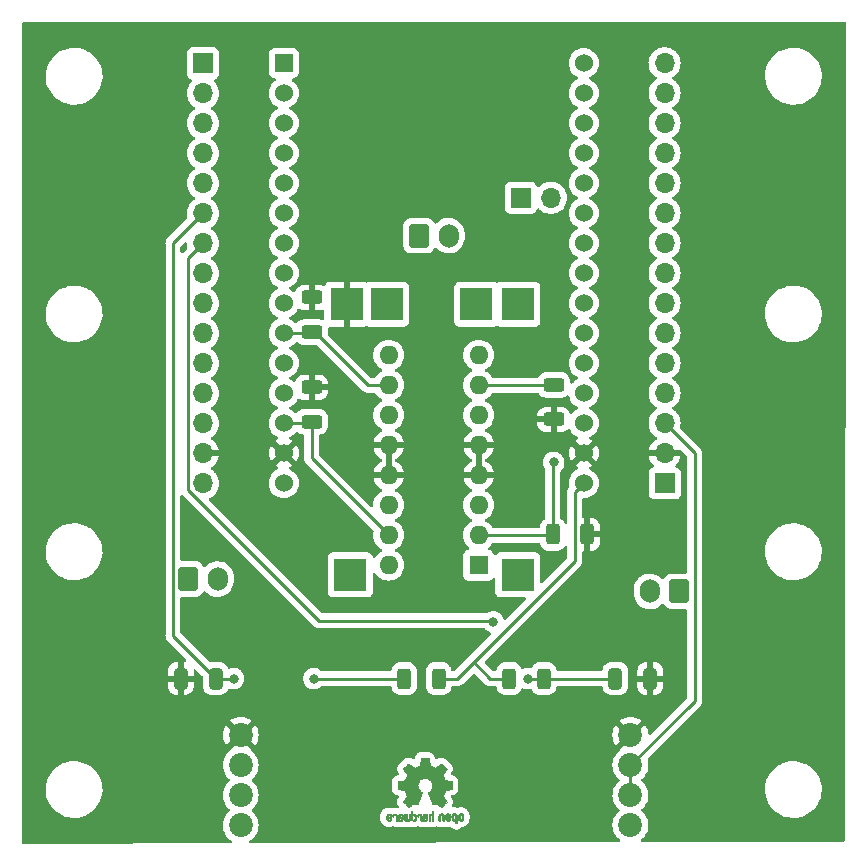
<source format=gbr>
%TF.GenerationSoftware,KiCad,Pcbnew,(7.0.0)*%
%TF.CreationDate,2023-03-13T08:12:35+05:30*%
%TF.ProjectId,Stem,5374656d-2e6b-4696-9361-645f70636258,1.0*%
%TF.SameCoordinates,Original*%
%TF.FileFunction,Copper,L2,Bot*%
%TF.FilePolarity,Positive*%
%FSLAX46Y46*%
G04 Gerber Fmt 4.6, Leading zero omitted, Abs format (unit mm)*
G04 Created by KiCad (PCBNEW (7.0.0)) date 2023-03-13 08:12:35*
%MOMM*%
%LPD*%
G01*
G04 APERTURE LIST*
G04 Aperture macros list*
%AMRoundRect*
0 Rectangle with rounded corners*
0 $1 Rounding radius*
0 $2 $3 $4 $5 $6 $7 $8 $9 X,Y pos of 4 corners*
0 Add a 4 corners polygon primitive as box body*
4,1,4,$2,$3,$4,$5,$6,$7,$8,$9,$2,$3,0*
0 Add four circle primitives for the rounded corners*
1,1,$1+$1,$2,$3*
1,1,$1+$1,$4,$5*
1,1,$1+$1,$6,$7*
1,1,$1+$1,$8,$9*
0 Add four rect primitives between the rounded corners*
20,1,$1+$1,$2,$3,$4,$5,0*
20,1,$1+$1,$4,$5,$6,$7,0*
20,1,$1+$1,$6,$7,$8,$9,0*
20,1,$1+$1,$8,$9,$2,$3,0*%
G04 Aperture macros list end*
%TA.AperFunction,EtchedComponent*%
%ADD10C,0.010000*%
%TD*%
%TA.AperFunction,ComponentPad*%
%ADD11R,1.700000X1.700000*%
%TD*%
%TA.AperFunction,ComponentPad*%
%ADD12O,1.700000X1.700000*%
%TD*%
%TA.AperFunction,ComponentPad*%
%ADD13R,1.524000X1.524000*%
%TD*%
%TA.AperFunction,ComponentPad*%
%ADD14C,1.524000*%
%TD*%
%TA.AperFunction,ComponentPad*%
%ADD15RoundRect,0.250000X-0.600000X-0.750000X0.600000X-0.750000X0.600000X0.750000X-0.600000X0.750000X0*%
%TD*%
%TA.AperFunction,ComponentPad*%
%ADD16O,1.700000X2.000000*%
%TD*%
%TA.AperFunction,ComponentPad*%
%ADD17C,2.020000*%
%TD*%
%TA.AperFunction,ComponentPad*%
%ADD18R,1.600000X1.600000*%
%TD*%
%TA.AperFunction,ComponentPad*%
%ADD19O,1.600000X1.600000*%
%TD*%
%TA.AperFunction,ComponentPad*%
%ADD20RoundRect,0.250000X0.600000X0.750000X-0.600000X0.750000X-0.600000X-0.750000X0.600000X-0.750000X0*%
%TD*%
%TA.AperFunction,SMDPad,CuDef*%
%ADD21RoundRect,0.250000X0.625000X-0.312500X0.625000X0.312500X-0.625000X0.312500X-0.625000X-0.312500X0*%
%TD*%
%TA.AperFunction,SMDPad,CuDef*%
%ADD22RoundRect,0.250000X-0.625000X0.312500X-0.625000X-0.312500X0.625000X-0.312500X0.625000X0.312500X0*%
%TD*%
%TA.AperFunction,SMDPad,CuDef*%
%ADD23RoundRect,0.250000X-0.325000X-0.650000X0.325000X-0.650000X0.325000X0.650000X-0.325000X0.650000X0*%
%TD*%
%TA.AperFunction,SMDPad,CuDef*%
%ADD24RoundRect,0.250000X-0.312500X-0.625000X0.312500X-0.625000X0.312500X0.625000X-0.312500X0.625000X0*%
%TD*%
%TA.AperFunction,SMDPad,CuDef*%
%ADD25RoundRect,0.250000X0.312500X0.625000X-0.312500X0.625000X-0.312500X-0.625000X0.312500X-0.625000X0*%
%TD*%
%TA.AperFunction,ComponentPad*%
%ADD26R,2.800000X2.800000*%
%TD*%
%TA.AperFunction,ViaPad*%
%ADD27C,0.800000*%
%TD*%
%TA.AperFunction,Conductor*%
%ADD28C,0.250000*%
%TD*%
G04 APERTURE END LIST*
%TO.C,REF\u002A\u002A*%
G36*
X146087691Y-109886467D02*
G01*
X146092273Y-109889003D01*
X146129704Y-109918057D01*
X146163170Y-109955410D01*
X146169007Y-109963852D01*
X146180165Y-109983553D01*
X146188136Y-110006935D01*
X146193618Y-110039067D01*
X146197307Y-110085019D01*
X146199899Y-110149859D01*
X146202092Y-110238657D01*
X146202402Y-110253669D01*
X146203400Y-110350999D01*
X146201994Y-110419934D01*
X146198164Y-110460948D01*
X146191889Y-110474514D01*
X146172898Y-110470452D01*
X146140638Y-110458144D01*
X146133041Y-110454545D01*
X146121176Y-110446398D01*
X146112994Y-110433004D01*
X146107643Y-110409608D01*
X146104269Y-110371455D01*
X146102019Y-110313790D01*
X146100040Y-110231857D01*
X146099498Y-110207907D01*
X146097403Y-110132266D01*
X146094683Y-110079328D01*
X146090515Y-110044075D01*
X146084079Y-110021487D01*
X146074550Y-110006544D01*
X146061106Y-109994227D01*
X146021305Y-109972634D01*
X145972341Y-109968476D01*
X145928529Y-109984999D01*
X145897008Y-110019210D01*
X145884914Y-110068114D01*
X145884578Y-110081407D01*
X145877972Y-110105472D01*
X145858470Y-110109144D01*
X145820283Y-110094813D01*
X145811438Y-110090217D01*
X145787534Y-110063186D01*
X145787061Y-110022994D01*
X145809836Y-109967409D01*
X145830727Y-109937117D01*
X145884142Y-109894084D01*
X145950074Y-109869755D01*
X146020574Y-109866443D01*
X146087691Y-109886467D01*
G37*
D10*
X146087691Y-109886467D02*
X146092273Y-109889003D01*
X146129704Y-109918057D01*
X146163170Y-109955410D01*
X146169007Y-109963852D01*
X146180165Y-109983553D01*
X146188136Y-110006935D01*
X146193618Y-110039067D01*
X146197307Y-110085019D01*
X146199899Y-110149859D01*
X146202092Y-110238657D01*
X146202402Y-110253669D01*
X146203400Y-110350999D01*
X146201994Y-110419934D01*
X146198164Y-110460948D01*
X146191889Y-110474514D01*
X146172898Y-110470452D01*
X146140638Y-110458144D01*
X146133041Y-110454545D01*
X146121176Y-110446398D01*
X146112994Y-110433004D01*
X146107643Y-110409608D01*
X146104269Y-110371455D01*
X146102019Y-110313790D01*
X146100040Y-110231857D01*
X146099498Y-110207907D01*
X146097403Y-110132266D01*
X146094683Y-110079328D01*
X146090515Y-110044075D01*
X146084079Y-110021487D01*
X146074550Y-110006544D01*
X146061106Y-109994227D01*
X146021305Y-109972634D01*
X145972341Y-109968476D01*
X145928529Y-109984999D01*
X145897008Y-110019210D01*
X145884914Y-110068114D01*
X145884578Y-110081407D01*
X145877972Y-110105472D01*
X145858470Y-110109144D01*
X145820283Y-110094813D01*
X145811438Y-110090217D01*
X145787534Y-110063186D01*
X145787061Y-110022994D01*
X145809836Y-109967409D01*
X145830727Y-109937117D01*
X145884142Y-109894084D01*
X145950074Y-109869755D01*
X146020574Y-109866443D01*
X146087691Y-109886467D01*
G36*
X149745678Y-110150192D02*
G01*
X149745714Y-110155200D01*
X149745701Y-110170935D01*
X149744914Y-110241119D01*
X149742210Y-110290022D01*
X149736606Y-110324178D01*
X149727119Y-110350124D01*
X149712768Y-110374397D01*
X149709237Y-110379433D01*
X149671878Y-110419143D01*
X149629311Y-110449092D01*
X149607452Y-110458810D01*
X149528908Y-110475020D01*
X149451231Y-110464535D01*
X149379645Y-110428707D01*
X149319374Y-110368887D01*
X149314286Y-110360873D01*
X149297730Y-110314342D01*
X149286573Y-110249552D01*
X149281160Y-110174727D01*
X149281768Y-110105513D01*
X149428248Y-110105513D01*
X149429402Y-110201399D01*
X149429866Y-110207569D01*
X149436629Y-110260478D01*
X149448671Y-110294029D01*
X149469005Y-110317016D01*
X149503097Y-110338548D01*
X149536814Y-110339680D01*
X149571543Y-110314857D01*
X149577584Y-110308325D01*
X149589417Y-110288779D01*
X149596404Y-110260386D01*
X149599727Y-110216430D01*
X149600571Y-110150192D01*
X149599125Y-110088150D01*
X149591907Y-110029042D01*
X149577006Y-109991686D01*
X149552636Y-109972152D01*
X149517008Y-109966514D01*
X149503440Y-109967635D01*
X149465430Y-109988194D01*
X149440312Y-110034299D01*
X149428248Y-110105513D01*
X149281768Y-110105513D01*
X149281833Y-110098096D01*
X149288937Y-110027882D01*
X149302815Y-109972312D01*
X149320649Y-109935301D01*
X149370855Y-109877733D01*
X149438885Y-109841962D01*
X149522158Y-109829665D01*
X149544398Y-109830331D01*
X149609891Y-109843947D01*
X149663687Y-109878249D01*
X149713057Y-109937338D01*
X149715995Y-109941722D01*
X149729287Y-109965299D01*
X149737932Y-109991949D01*
X149742904Y-110028159D01*
X149745174Y-110080413D01*
X149745678Y-110150192D01*
G37*
X149745678Y-110150192D02*
X149745714Y-110155200D01*
X149745701Y-110170935D01*
X149744914Y-110241119D01*
X149742210Y-110290022D01*
X149736606Y-110324178D01*
X149727119Y-110350124D01*
X149712768Y-110374397D01*
X149709237Y-110379433D01*
X149671878Y-110419143D01*
X149629311Y-110449092D01*
X149607452Y-110458810D01*
X149528908Y-110475020D01*
X149451231Y-110464535D01*
X149379645Y-110428707D01*
X149319374Y-110368887D01*
X149314286Y-110360873D01*
X149297730Y-110314342D01*
X149286573Y-110249552D01*
X149281160Y-110174727D01*
X149281768Y-110105513D01*
X149428248Y-110105513D01*
X149429402Y-110201399D01*
X149429866Y-110207569D01*
X149436629Y-110260478D01*
X149448671Y-110294029D01*
X149469005Y-110317016D01*
X149503097Y-110338548D01*
X149536814Y-110339680D01*
X149571543Y-110314857D01*
X149577584Y-110308325D01*
X149589417Y-110288779D01*
X149596404Y-110260386D01*
X149599727Y-110216430D01*
X149600571Y-110150192D01*
X149599125Y-110088150D01*
X149591907Y-110029042D01*
X149577006Y-109991686D01*
X149552636Y-109972152D01*
X149517008Y-109966514D01*
X149503440Y-109967635D01*
X149465430Y-109988194D01*
X149440312Y-110034299D01*
X149428248Y-110105513D01*
X149281768Y-110105513D01*
X149281833Y-110098096D01*
X149288937Y-110027882D01*
X149302815Y-109972312D01*
X149320649Y-109935301D01*
X149370855Y-109877733D01*
X149438885Y-109841962D01*
X149522158Y-109829665D01*
X149544398Y-109830331D01*
X149609891Y-109843947D01*
X149663687Y-109878249D01*
X149713057Y-109937338D01*
X149715995Y-109941722D01*
X149729287Y-109965299D01*
X149737932Y-109991949D01*
X149742904Y-110028159D01*
X149745174Y-110080413D01*
X149745678Y-110150192D01*
G36*
X149188528Y-110148603D02*
G01*
X149189815Y-110221524D01*
X149191252Y-110333000D01*
X149191651Y-110365339D01*
X149192929Y-110473455D01*
X149193185Y-110556186D01*
X149191634Y-110616426D01*
X149187490Y-110657073D01*
X149179964Y-110681023D01*
X149168271Y-110691171D01*
X149151624Y-110690414D01*
X149129236Y-110681648D01*
X149100321Y-110667769D01*
X149094142Y-110664808D01*
X149068413Y-110650311D01*
X149054976Y-110633065D01*
X149049834Y-110604308D01*
X149048990Y-110555283D01*
X149048952Y-110467257D01*
X148958276Y-110467257D01*
X148902498Y-110464815D01*
X148858640Y-110454908D01*
X148822218Y-110434886D01*
X148819503Y-110432929D01*
X148782546Y-110399869D01*
X148756826Y-110359931D01*
X148740606Y-110307657D01*
X148732148Y-110237588D01*
X148730083Y-110158430D01*
X148874857Y-110158430D01*
X148874882Y-110171697D01*
X148876261Y-110231584D01*
X148880687Y-110270732D01*
X148889461Y-110296153D01*
X148903886Y-110314857D01*
X148904784Y-110315750D01*
X148940237Y-110339952D01*
X148974596Y-110337567D01*
X149013403Y-110308260D01*
X149022895Y-110298244D01*
X149036876Y-110277708D01*
X149044760Y-110250997D01*
X149048245Y-110210499D01*
X149049029Y-110148603D01*
X149048350Y-110111130D01*
X149040983Y-110042980D01*
X149024168Y-109998330D01*
X148996234Y-109973926D01*
X148955509Y-109966514D01*
X148938350Y-109968094D01*
X148908660Y-109983766D01*
X148889031Y-110018691D01*
X148878188Y-110075901D01*
X148874857Y-110158430D01*
X148730083Y-110158430D01*
X148729714Y-110144267D01*
X148730253Y-110076169D01*
X148732707Y-110024587D01*
X148738158Y-109988816D01*
X148747686Y-109962015D01*
X148762371Y-109937338D01*
X148775852Y-109918480D01*
X148824799Y-109867568D01*
X148880256Y-109839918D01*
X148949928Y-109831165D01*
X149029664Y-109839890D01*
X149098595Y-109871185D01*
X149153113Y-109926381D01*
X149157223Y-109932224D01*
X149166808Y-109947753D01*
X149174151Y-109965498D01*
X149179612Y-109989290D01*
X149183550Y-110022958D01*
X149186323Y-110070333D01*
X149188292Y-110135245D01*
X149188528Y-110148603D01*
G37*
X149188528Y-110148603D02*
X149189815Y-110221524D01*
X149191252Y-110333000D01*
X149191651Y-110365339D01*
X149192929Y-110473455D01*
X149193185Y-110556186D01*
X149191634Y-110616426D01*
X149187490Y-110657073D01*
X149179964Y-110681023D01*
X149168271Y-110691171D01*
X149151624Y-110690414D01*
X149129236Y-110681648D01*
X149100321Y-110667769D01*
X149094142Y-110664808D01*
X149068413Y-110650311D01*
X149054976Y-110633065D01*
X149049834Y-110604308D01*
X149048990Y-110555283D01*
X149048952Y-110467257D01*
X148958276Y-110467257D01*
X148902498Y-110464815D01*
X148858640Y-110454908D01*
X148822218Y-110434886D01*
X148819503Y-110432929D01*
X148782546Y-110399869D01*
X148756826Y-110359931D01*
X148740606Y-110307657D01*
X148732148Y-110237588D01*
X148730083Y-110158430D01*
X148874857Y-110158430D01*
X148874882Y-110171697D01*
X148876261Y-110231584D01*
X148880687Y-110270732D01*
X148889461Y-110296153D01*
X148903886Y-110314857D01*
X148904784Y-110315750D01*
X148940237Y-110339952D01*
X148974596Y-110337567D01*
X149013403Y-110308260D01*
X149022895Y-110298244D01*
X149036876Y-110277708D01*
X149044760Y-110250997D01*
X149048245Y-110210499D01*
X149049029Y-110148603D01*
X149048350Y-110111130D01*
X149040983Y-110042980D01*
X149024168Y-109998330D01*
X148996234Y-109973926D01*
X148955509Y-109966514D01*
X148938350Y-109968094D01*
X148908660Y-109983766D01*
X148889031Y-110018691D01*
X148878188Y-110075901D01*
X148874857Y-110158430D01*
X148730083Y-110158430D01*
X148729714Y-110144267D01*
X148730253Y-110076169D01*
X148732707Y-110024587D01*
X148738158Y-109988816D01*
X148747686Y-109962015D01*
X148762371Y-109937338D01*
X148775852Y-109918480D01*
X148824799Y-109867568D01*
X148880256Y-109839918D01*
X148949928Y-109831165D01*
X149029664Y-109839890D01*
X149098595Y-109871185D01*
X149153113Y-109926381D01*
X149157223Y-109932224D01*
X149166808Y-109947753D01*
X149174151Y-109965498D01*
X149179612Y-109989290D01*
X149183550Y-110022958D01*
X149186323Y-110070333D01*
X149188292Y-110135245D01*
X149188528Y-110148603D01*
G36*
X146593933Y-105162371D02*
G01*
X146669856Y-105162865D01*
X146724491Y-105164135D01*
X146761500Y-105166547D01*
X146784547Y-105170467D01*
X146797296Y-105176262D01*
X146803411Y-105184299D01*
X146806556Y-105194943D01*
X146806646Y-105195325D01*
X146811814Y-105220347D01*
X146821209Y-105268681D01*
X146833867Y-105335260D01*
X146848825Y-105415014D01*
X146865119Y-105502875D01*
X146866448Y-105510064D01*
X146882691Y-105595340D01*
X146897805Y-105670242D01*
X146910808Y-105730219D01*
X146920715Y-105770717D01*
X146926544Y-105787184D01*
X146926575Y-105787210D01*
X146944943Y-105796320D01*
X146982640Y-105811457D01*
X147031543Y-105829358D01*
X147034297Y-105830330D01*
X147096817Y-105853959D01*
X147169543Y-105883595D01*
X147237294Y-105913062D01*
X147348703Y-105963626D01*
X147595399Y-105795160D01*
X147612775Y-105783311D01*
X147687202Y-105732947D01*
X147753614Y-105688612D01*
X147808039Y-105652916D01*
X147846506Y-105628471D01*
X147865042Y-105617889D01*
X147877743Y-105620315D01*
X147906579Y-105639110D01*
X147951143Y-105676330D01*
X148012670Y-105733020D01*
X148092398Y-105810227D01*
X148099532Y-105817255D01*
X148162796Y-105880222D01*
X148218990Y-105937268D01*
X148264677Y-105984817D01*
X148296414Y-106019297D01*
X148310764Y-106037131D01*
X148310810Y-106037217D01*
X148312633Y-106050795D01*
X148305910Y-106072820D01*
X148288946Y-106106304D01*
X148260044Y-106154261D01*
X148217508Y-106219704D01*
X148159644Y-106305645D01*
X148149783Y-106320151D01*
X148099913Y-106393635D01*
X148055905Y-106458687D01*
X148020380Y-106511417D01*
X147995959Y-106547936D01*
X147985264Y-106564356D01*
X147984458Y-106567834D01*
X147989518Y-106593785D01*
X148004677Y-106636159D01*
X148027463Y-106687728D01*
X148058429Y-106755170D01*
X148093004Y-106835195D01*
X148122366Y-106907629D01*
X148129645Y-106926377D01*
X148148710Y-106974246D01*
X148162715Y-107007596D01*
X148169041Y-107020114D01*
X148176025Y-107021050D01*
X148207413Y-107026461D01*
X148258787Y-107035806D01*
X148324802Y-107048069D01*
X148400113Y-107062232D01*
X148479375Y-107077280D01*
X148557243Y-107092195D01*
X148628370Y-107105961D01*
X148687412Y-107117562D01*
X148729022Y-107125980D01*
X148747857Y-107130199D01*
X148750980Y-107131389D01*
X148758591Y-107137805D01*
X148764254Y-107151465D01*
X148768251Y-107175999D01*
X148770866Y-107215038D01*
X148772384Y-107272213D01*
X148773086Y-107351154D01*
X148773257Y-107455492D01*
X148773257Y-107772799D01*
X148697057Y-107787839D01*
X148687840Y-107789642D01*
X148638891Y-107798980D01*
X148571205Y-107811669D01*
X148492478Y-107826273D01*
X148410400Y-107841355D01*
X148378078Y-107847422D01*
X148305855Y-107862181D01*
X148245666Y-107876137D01*
X148203040Y-107887952D01*
X148183510Y-107896287D01*
X148174660Y-107909905D01*
X148158548Y-107945938D01*
X148142065Y-107992572D01*
X148136263Y-108010034D01*
X148114906Y-108067358D01*
X148087359Y-108135201D01*
X148058107Y-108202355D01*
X148042463Y-108237430D01*
X148020174Y-108289822D01*
X148004857Y-108329058D01*
X147999162Y-108348563D01*
X147999478Y-108350036D01*
X148010281Y-108370729D01*
X148034638Y-108410665D01*
X148070081Y-108465972D01*
X148114136Y-108532781D01*
X148164332Y-108607220D01*
X148329501Y-108849623D01*
X148112503Y-109066983D01*
X148091516Y-109087899D01*
X148027342Y-109150505D01*
X147969990Y-109204495D01*
X147922820Y-109246826D01*
X147889192Y-109274457D01*
X147872467Y-109284343D01*
X147854303Y-109276821D01*
X147816265Y-109255227D01*
X147762726Y-109222151D01*
X147697884Y-109180191D01*
X147625940Y-109131943D01*
X147555275Y-109084291D01*
X147491526Y-109042328D01*
X147439513Y-109009165D01*
X147403279Y-108987378D01*
X147386867Y-108979543D01*
X147385905Y-108979614D01*
X147364103Y-108987338D01*
X147325440Y-109005323D01*
X147277612Y-109030013D01*
X147277110Y-109030284D01*
X147213587Y-109062099D01*
X147170060Y-109077642D01*
X147143052Y-109077685D01*
X147129090Y-109063000D01*
X147123180Y-109048544D01*
X147107229Y-109009831D01*
X147082660Y-108950316D01*
X147050779Y-108873165D01*
X147012893Y-108781541D01*
X146970310Y-108678607D01*
X146924337Y-108567526D01*
X146882667Y-108466472D01*
X146840268Y-108362780D01*
X146802756Y-108270119D01*
X146771388Y-108191642D01*
X146747425Y-108130500D01*
X146732123Y-108089843D01*
X146726743Y-108072825D01*
X146737018Y-108057219D01*
X146765563Y-108031162D01*
X146805971Y-108000887D01*
X146902979Y-107921684D01*
X146989793Y-107820475D01*
X147053322Y-107709116D01*
X147093177Y-107590893D01*
X147108965Y-107469095D01*
X147100296Y-107347010D01*
X147066778Y-107227925D01*
X147008021Y-107115129D01*
X146923632Y-107011911D01*
X146879631Y-106971713D01*
X146774211Y-106900638D01*
X146661410Y-106854301D01*
X146544525Y-106831599D01*
X146426853Y-106831428D01*
X146311690Y-106852687D01*
X146202335Y-106894270D01*
X146102083Y-106955076D01*
X146014233Y-107034001D01*
X145942080Y-107129941D01*
X145888922Y-107241795D01*
X145858057Y-107368457D01*
X145852392Y-107429507D01*
X145860185Y-107561776D01*
X145895284Y-107687266D01*
X145956649Y-107803759D01*
X146043243Y-107909039D01*
X146154029Y-108000887D01*
X146192931Y-108029930D01*
X146222104Y-108056272D01*
X146233257Y-108072800D01*
X146228810Y-108087209D01*
X146214378Y-108125815D01*
X146191173Y-108185201D01*
X146160452Y-108262215D01*
X146123474Y-108353703D01*
X146081496Y-108456516D01*
X146035778Y-108567502D01*
X145994178Y-108668072D01*
X145951222Y-108771947D01*
X145912829Y-108864819D01*
X145880305Y-108943525D01*
X145854958Y-109004899D01*
X145838095Y-109045779D01*
X145831025Y-109063000D01*
X145830943Y-109063204D01*
X145816798Y-109077745D01*
X145789659Y-109077579D01*
X145746023Y-109061927D01*
X145682388Y-109030013D01*
X145677379Y-109027326D01*
X145630125Y-109003150D01*
X145592811Y-108986037D01*
X145573133Y-108979543D01*
X145557005Y-108987218D01*
X145520959Y-109008871D01*
X145469092Y-109041928D01*
X145405445Y-109083810D01*
X145334060Y-109131943D01*
X145263724Y-109179131D01*
X145198670Y-109221267D01*
X145144820Y-109254578D01*
X145106374Y-109276469D01*
X145087534Y-109284343D01*
X145084325Y-109283343D01*
X145061954Y-109267584D01*
X145023733Y-109235033D01*
X144973021Y-109188733D01*
X144913181Y-109131726D01*
X144847571Y-109067058D01*
X144630648Y-108849772D01*
X144799601Y-108601253D01*
X144968553Y-108352733D01*
X144917183Y-108241595D01*
X144917031Y-108241266D01*
X144886183Y-108170418D01*
X144854661Y-108091523D01*
X144829266Y-108021600D01*
X144825423Y-108010322D01*
X144806047Y-107957967D01*
X144788574Y-107917283D01*
X144776388Y-107896287D01*
X144771426Y-107893322D01*
X144741634Y-107883375D01*
X144691047Y-107870505D01*
X144625194Y-107856053D01*
X144549600Y-107841355D01*
X144526957Y-107837210D01*
X144445038Y-107822116D01*
X144368600Y-107807899D01*
X144305337Y-107795995D01*
X144262943Y-107787839D01*
X144186743Y-107772799D01*
X144186743Y-107455492D01*
X144186760Y-107416476D01*
X144187082Y-107321292D01*
X144188033Y-107250255D01*
X144189896Y-107199734D01*
X144192955Y-107166098D01*
X144197494Y-107145718D01*
X144203795Y-107134962D01*
X144212143Y-107130199D01*
X144220224Y-107128270D01*
X144253172Y-107121445D01*
X144305736Y-107111022D01*
X144372569Y-107098018D01*
X144448328Y-107083449D01*
X144527665Y-107068333D01*
X144605237Y-107053685D01*
X144675698Y-107040523D01*
X144733702Y-107029863D01*
X144773904Y-107022721D01*
X144790959Y-107020114D01*
X144792112Y-107018541D01*
X144801385Y-106998119D01*
X144817432Y-106959045D01*
X144837635Y-106907629D01*
X144865672Y-106838353D01*
X144900186Y-106758290D01*
X144932538Y-106687728D01*
X144939952Y-106671889D01*
X144960755Y-106622293D01*
X144973219Y-106584038D01*
X144974863Y-106564356D01*
X144974015Y-106562962D01*
X144960548Y-106542420D01*
X144933850Y-106502516D01*
X144896539Y-106447140D01*
X144851234Y-106380177D01*
X144800552Y-106305517D01*
X144743445Y-106220692D01*
X144700607Y-106154800D01*
X144671460Y-106106478D01*
X144654317Y-106072733D01*
X144647495Y-106050572D01*
X144649306Y-106037002D01*
X144649915Y-106035984D01*
X144666297Y-106016210D01*
X144699695Y-105980175D01*
X144746671Y-105931451D01*
X144803786Y-105873612D01*
X144867603Y-105810227D01*
X144933802Y-105745905D01*
X144998648Y-105685447D01*
X145046299Y-105644655D01*
X145077990Y-105622484D01*
X145094958Y-105617889D01*
X145097175Y-105618921D01*
X145120524Y-105632837D01*
X145162912Y-105660030D01*
X145220369Y-105697889D01*
X145288923Y-105743803D01*
X145364601Y-105795160D01*
X145611298Y-105963626D01*
X145722706Y-105913062D01*
X145725943Y-105911597D01*
X145794343Y-105881965D01*
X145866907Y-105852493D01*
X145928457Y-105829358D01*
X145928729Y-105829262D01*
X145977595Y-105811367D01*
X146015212Y-105796253D01*
X146033457Y-105787184D01*
X146033752Y-105786855D01*
X146039946Y-105768282D01*
X146050139Y-105726045D01*
X146063348Y-105664696D01*
X146078590Y-105588789D01*
X146094881Y-105502875D01*
X146095449Y-105499796D01*
X146111713Y-105412128D01*
X146126608Y-105332741D01*
X146139171Y-105266701D01*
X146148438Y-105219079D01*
X146153444Y-105194943D01*
X146153764Y-105193605D01*
X146157060Y-105183273D01*
X146163738Y-105175506D01*
X146177462Y-105169940D01*
X146201895Y-105166207D01*
X146240702Y-105163942D01*
X146297546Y-105162778D01*
X146376090Y-105162348D01*
X146480000Y-105162286D01*
X146493056Y-105162286D01*
X146593933Y-105162371D01*
G37*
X146593933Y-105162371D02*
X146669856Y-105162865D01*
X146724491Y-105164135D01*
X146761500Y-105166547D01*
X146784547Y-105170467D01*
X146797296Y-105176262D01*
X146803411Y-105184299D01*
X146806556Y-105194943D01*
X146806646Y-105195325D01*
X146811814Y-105220347D01*
X146821209Y-105268681D01*
X146833867Y-105335260D01*
X146848825Y-105415014D01*
X146865119Y-105502875D01*
X146866448Y-105510064D01*
X146882691Y-105595340D01*
X146897805Y-105670242D01*
X146910808Y-105730219D01*
X146920715Y-105770717D01*
X146926544Y-105787184D01*
X146926575Y-105787210D01*
X146944943Y-105796320D01*
X146982640Y-105811457D01*
X147031543Y-105829358D01*
X147034297Y-105830330D01*
X147096817Y-105853959D01*
X147169543Y-105883595D01*
X147237294Y-105913062D01*
X147348703Y-105963626D01*
X147595399Y-105795160D01*
X147612775Y-105783311D01*
X147687202Y-105732947D01*
X147753614Y-105688612D01*
X147808039Y-105652916D01*
X147846506Y-105628471D01*
X147865042Y-105617889D01*
X147877743Y-105620315D01*
X147906579Y-105639110D01*
X147951143Y-105676330D01*
X148012670Y-105733020D01*
X148092398Y-105810227D01*
X148099532Y-105817255D01*
X148162796Y-105880222D01*
X148218990Y-105937268D01*
X148264677Y-105984817D01*
X148296414Y-106019297D01*
X148310764Y-106037131D01*
X148310810Y-106037217D01*
X148312633Y-106050795D01*
X148305910Y-106072820D01*
X148288946Y-106106304D01*
X148260044Y-106154261D01*
X148217508Y-106219704D01*
X148159644Y-106305645D01*
X148149783Y-106320151D01*
X148099913Y-106393635D01*
X148055905Y-106458687D01*
X148020380Y-106511417D01*
X147995959Y-106547936D01*
X147985264Y-106564356D01*
X147984458Y-106567834D01*
X147989518Y-106593785D01*
X148004677Y-106636159D01*
X148027463Y-106687728D01*
X148058429Y-106755170D01*
X148093004Y-106835195D01*
X148122366Y-106907629D01*
X148129645Y-106926377D01*
X148148710Y-106974246D01*
X148162715Y-107007596D01*
X148169041Y-107020114D01*
X148176025Y-107021050D01*
X148207413Y-107026461D01*
X148258787Y-107035806D01*
X148324802Y-107048069D01*
X148400113Y-107062232D01*
X148479375Y-107077280D01*
X148557243Y-107092195D01*
X148628370Y-107105961D01*
X148687412Y-107117562D01*
X148729022Y-107125980D01*
X148747857Y-107130199D01*
X148750980Y-107131389D01*
X148758591Y-107137805D01*
X148764254Y-107151465D01*
X148768251Y-107175999D01*
X148770866Y-107215038D01*
X148772384Y-107272213D01*
X148773086Y-107351154D01*
X148773257Y-107455492D01*
X148773257Y-107772799D01*
X148697057Y-107787839D01*
X148687840Y-107789642D01*
X148638891Y-107798980D01*
X148571205Y-107811669D01*
X148492478Y-107826273D01*
X148410400Y-107841355D01*
X148378078Y-107847422D01*
X148305855Y-107862181D01*
X148245666Y-107876137D01*
X148203040Y-107887952D01*
X148183510Y-107896287D01*
X148174660Y-107909905D01*
X148158548Y-107945938D01*
X148142065Y-107992572D01*
X148136263Y-108010034D01*
X148114906Y-108067358D01*
X148087359Y-108135201D01*
X148058107Y-108202355D01*
X148042463Y-108237430D01*
X148020174Y-108289822D01*
X148004857Y-108329058D01*
X147999162Y-108348563D01*
X147999478Y-108350036D01*
X148010281Y-108370729D01*
X148034638Y-108410665D01*
X148070081Y-108465972D01*
X148114136Y-108532781D01*
X148164332Y-108607220D01*
X148329501Y-108849623D01*
X148112503Y-109066983D01*
X148091516Y-109087899D01*
X148027342Y-109150505D01*
X147969990Y-109204495D01*
X147922820Y-109246826D01*
X147889192Y-109274457D01*
X147872467Y-109284343D01*
X147854303Y-109276821D01*
X147816265Y-109255227D01*
X147762726Y-109222151D01*
X147697884Y-109180191D01*
X147625940Y-109131943D01*
X147555275Y-109084291D01*
X147491526Y-109042328D01*
X147439513Y-109009165D01*
X147403279Y-108987378D01*
X147386867Y-108979543D01*
X147385905Y-108979614D01*
X147364103Y-108987338D01*
X147325440Y-109005323D01*
X147277612Y-109030013D01*
X147277110Y-109030284D01*
X147213587Y-109062099D01*
X147170060Y-109077642D01*
X147143052Y-109077685D01*
X147129090Y-109063000D01*
X147123180Y-109048544D01*
X147107229Y-109009831D01*
X147082660Y-108950316D01*
X147050779Y-108873165D01*
X147012893Y-108781541D01*
X146970310Y-108678607D01*
X146924337Y-108567526D01*
X146882667Y-108466472D01*
X146840268Y-108362780D01*
X146802756Y-108270119D01*
X146771388Y-108191642D01*
X146747425Y-108130500D01*
X146732123Y-108089843D01*
X146726743Y-108072825D01*
X146737018Y-108057219D01*
X146765563Y-108031162D01*
X146805971Y-108000887D01*
X146902979Y-107921684D01*
X146989793Y-107820475D01*
X147053322Y-107709116D01*
X147093177Y-107590893D01*
X147108965Y-107469095D01*
X147100296Y-107347010D01*
X147066778Y-107227925D01*
X147008021Y-107115129D01*
X146923632Y-107011911D01*
X146879631Y-106971713D01*
X146774211Y-106900638D01*
X146661410Y-106854301D01*
X146544525Y-106831599D01*
X146426853Y-106831428D01*
X146311690Y-106852687D01*
X146202335Y-106894270D01*
X146102083Y-106955076D01*
X146014233Y-107034001D01*
X145942080Y-107129941D01*
X145888922Y-107241795D01*
X145858057Y-107368457D01*
X145852392Y-107429507D01*
X145860185Y-107561776D01*
X145895284Y-107687266D01*
X145956649Y-107803759D01*
X146043243Y-107909039D01*
X146154029Y-108000887D01*
X146192931Y-108029930D01*
X146222104Y-108056272D01*
X146233257Y-108072800D01*
X146228810Y-108087209D01*
X146214378Y-108125815D01*
X146191173Y-108185201D01*
X146160452Y-108262215D01*
X146123474Y-108353703D01*
X146081496Y-108456516D01*
X146035778Y-108567502D01*
X145994178Y-108668072D01*
X145951222Y-108771947D01*
X145912829Y-108864819D01*
X145880305Y-108943525D01*
X145854958Y-109004899D01*
X145838095Y-109045779D01*
X145831025Y-109063000D01*
X145830943Y-109063204D01*
X145816798Y-109077745D01*
X145789659Y-109077579D01*
X145746023Y-109061927D01*
X145682388Y-109030013D01*
X145677379Y-109027326D01*
X145630125Y-109003150D01*
X145592811Y-108986037D01*
X145573133Y-108979543D01*
X145557005Y-108987218D01*
X145520959Y-109008871D01*
X145469092Y-109041928D01*
X145405445Y-109083810D01*
X145334060Y-109131943D01*
X145263724Y-109179131D01*
X145198670Y-109221267D01*
X145144820Y-109254578D01*
X145106374Y-109276469D01*
X145087534Y-109284343D01*
X145084325Y-109283343D01*
X145061954Y-109267584D01*
X145023733Y-109235033D01*
X144973021Y-109188733D01*
X144913181Y-109131726D01*
X144847571Y-109067058D01*
X144630648Y-108849772D01*
X144799601Y-108601253D01*
X144968553Y-108352733D01*
X144917183Y-108241595D01*
X144917031Y-108241266D01*
X144886183Y-108170418D01*
X144854661Y-108091523D01*
X144829266Y-108021600D01*
X144825423Y-108010322D01*
X144806047Y-107957967D01*
X144788574Y-107917283D01*
X144776388Y-107896287D01*
X144771426Y-107893322D01*
X144741634Y-107883375D01*
X144691047Y-107870505D01*
X144625194Y-107856053D01*
X144549600Y-107841355D01*
X144526957Y-107837210D01*
X144445038Y-107822116D01*
X144368600Y-107807899D01*
X144305337Y-107795995D01*
X144262943Y-107787839D01*
X144186743Y-107772799D01*
X144186743Y-107455492D01*
X144186760Y-107416476D01*
X144187082Y-107321292D01*
X144188033Y-107250255D01*
X144189896Y-107199734D01*
X144192955Y-107166098D01*
X144197494Y-107145718D01*
X144203795Y-107134962D01*
X144212143Y-107130199D01*
X144220224Y-107128270D01*
X144253172Y-107121445D01*
X144305736Y-107111022D01*
X144372569Y-107098018D01*
X144448328Y-107083449D01*
X144527665Y-107068333D01*
X144605237Y-107053685D01*
X144675698Y-107040523D01*
X144733702Y-107029863D01*
X144773904Y-107022721D01*
X144790959Y-107020114D01*
X144792112Y-107018541D01*
X144801385Y-106998119D01*
X144817432Y-106959045D01*
X144837635Y-106907629D01*
X144865672Y-106838353D01*
X144900186Y-106758290D01*
X144932538Y-106687728D01*
X144939952Y-106671889D01*
X144960755Y-106622293D01*
X144973219Y-106584038D01*
X144974863Y-106564356D01*
X144974015Y-106562962D01*
X144960548Y-106542420D01*
X144933850Y-106502516D01*
X144896539Y-106447140D01*
X144851234Y-106380177D01*
X144800552Y-106305517D01*
X144743445Y-106220692D01*
X144700607Y-106154800D01*
X144671460Y-106106478D01*
X144654317Y-106072733D01*
X144647495Y-106050572D01*
X144649306Y-106037002D01*
X144649915Y-106035984D01*
X144666297Y-106016210D01*
X144699695Y-105980175D01*
X144746671Y-105931451D01*
X144803786Y-105873612D01*
X144867603Y-105810227D01*
X144933802Y-105745905D01*
X144998648Y-105685447D01*
X145046299Y-105644655D01*
X145077990Y-105622484D01*
X145094958Y-105617889D01*
X145097175Y-105618921D01*
X145120524Y-105632837D01*
X145162912Y-105660030D01*
X145220369Y-105697889D01*
X145288923Y-105743803D01*
X145364601Y-105795160D01*
X145611298Y-105963626D01*
X145722706Y-105913062D01*
X145725943Y-105911597D01*
X145794343Y-105881965D01*
X145866907Y-105852493D01*
X145928457Y-105829358D01*
X145928729Y-105829262D01*
X145977595Y-105811367D01*
X146015212Y-105796253D01*
X146033457Y-105787184D01*
X146033752Y-105786855D01*
X146039946Y-105768282D01*
X146050139Y-105726045D01*
X146063348Y-105664696D01*
X146078590Y-105588789D01*
X146094881Y-105502875D01*
X146095449Y-105499796D01*
X146111713Y-105412128D01*
X146126608Y-105332741D01*
X146139171Y-105266701D01*
X146148438Y-105219079D01*
X146153444Y-105194943D01*
X146153764Y-105193605D01*
X146157060Y-105183273D01*
X146163738Y-105175506D01*
X146177462Y-105169940D01*
X146201895Y-105166207D01*
X146240702Y-105163942D01*
X146297546Y-105162778D01*
X146376090Y-105162348D01*
X146480000Y-105162286D01*
X146493056Y-105162286D01*
X146593933Y-105162371D01*
G36*
X145710542Y-110165647D02*
G01*
X145710698Y-110169714D01*
X145709537Y-110226313D01*
X145701345Y-110303462D01*
X145683519Y-110361276D01*
X145653975Y-110405422D01*
X145610625Y-110441568D01*
X145569332Y-110462463D01*
X145499987Y-110474090D01*
X145430736Y-110461377D01*
X145368145Y-110425945D01*
X145318779Y-110369418D01*
X145312818Y-110358995D01*
X145304945Y-110340733D01*
X145299106Y-110317429D01*
X145294999Y-110285085D01*
X145292325Y-110239704D01*
X145290781Y-110177287D01*
X145290734Y-110171748D01*
X145391429Y-110171748D01*
X145391772Y-110224577D01*
X145393942Y-110272362D01*
X145399307Y-110303209D01*
X145409217Y-110323935D01*
X145425021Y-110341356D01*
X145428724Y-110344705D01*
X145476299Y-110369419D01*
X145526635Y-110366890D01*
X145573517Y-110337288D01*
X145587477Y-110321953D01*
X145599160Y-110301622D01*
X145605686Y-110273514D01*
X145608524Y-110230550D01*
X145609143Y-110165647D01*
X145608837Y-110116122D01*
X145606722Y-110067782D01*
X145601390Y-110036587D01*
X145591460Y-110015647D01*
X145575550Y-109998073D01*
X145566204Y-109990159D01*
X145517776Y-109968843D01*
X145467040Y-109972198D01*
X145422987Y-110000107D01*
X145413504Y-110011173D01*
X145401939Y-110032009D01*
X145395252Y-110061106D01*
X145392173Y-110105381D01*
X145391429Y-110171748D01*
X145290734Y-110171748D01*
X145290067Y-110093837D01*
X145289883Y-109985358D01*
X145289829Y-109648601D01*
X145337000Y-109668362D01*
X145349472Y-109673770D01*
X145369324Y-109685985D01*
X145380687Y-109704482D01*
X145386933Y-109736829D01*
X145391429Y-109790593D01*
X145395535Y-109838866D01*
X145400963Y-109870557D01*
X145408739Y-109882383D01*
X145420457Y-109879212D01*
X145450318Y-109868067D01*
X145503684Y-109865304D01*
X145561093Y-109875625D01*
X145610625Y-109897861D01*
X145637876Y-109918443D01*
X145672865Y-109958600D01*
X145695274Y-110010086D01*
X145707190Y-110078568D01*
X145710542Y-110165647D01*
G37*
X145710542Y-110165647D02*
X145710698Y-110169714D01*
X145709537Y-110226313D01*
X145701345Y-110303462D01*
X145683519Y-110361276D01*
X145653975Y-110405422D01*
X145610625Y-110441568D01*
X145569332Y-110462463D01*
X145499987Y-110474090D01*
X145430736Y-110461377D01*
X145368145Y-110425945D01*
X145318779Y-110369418D01*
X145312818Y-110358995D01*
X145304945Y-110340733D01*
X145299106Y-110317429D01*
X145294999Y-110285085D01*
X145292325Y-110239704D01*
X145290781Y-110177287D01*
X145290734Y-110171748D01*
X145391429Y-110171748D01*
X145391772Y-110224577D01*
X145393942Y-110272362D01*
X145399307Y-110303209D01*
X145409217Y-110323935D01*
X145425021Y-110341356D01*
X145428724Y-110344705D01*
X145476299Y-110369419D01*
X145526635Y-110366890D01*
X145573517Y-110337288D01*
X145587477Y-110321953D01*
X145599160Y-110301622D01*
X145605686Y-110273514D01*
X145608524Y-110230550D01*
X145609143Y-110165647D01*
X145608837Y-110116122D01*
X145606722Y-110067782D01*
X145601390Y-110036587D01*
X145591460Y-110015647D01*
X145575550Y-109998073D01*
X145566204Y-109990159D01*
X145517776Y-109968843D01*
X145467040Y-109972198D01*
X145422987Y-110000107D01*
X145413504Y-110011173D01*
X145401939Y-110032009D01*
X145395252Y-110061106D01*
X145392173Y-110105381D01*
X145391429Y-110171748D01*
X145290734Y-110171748D01*
X145290067Y-110093837D01*
X145289883Y-109985358D01*
X145289829Y-109648601D01*
X145337000Y-109668362D01*
X145349472Y-109673770D01*
X145369324Y-109685985D01*
X145380687Y-109704482D01*
X145386933Y-109736829D01*
X145391429Y-109790593D01*
X145395535Y-109838866D01*
X145400963Y-109870557D01*
X145408739Y-109882383D01*
X145420457Y-109879212D01*
X145450318Y-109868067D01*
X145503684Y-109865304D01*
X145561093Y-109875625D01*
X145610625Y-109897861D01*
X145637876Y-109918443D01*
X145672865Y-109958600D01*
X145695274Y-110010086D01*
X145707190Y-110078568D01*
X145710542Y-110165647D01*
G36*
X144447495Y-109866220D02*
G01*
X144478599Y-109874121D01*
X144507559Y-109893817D01*
X144544831Y-109930484D01*
X144568801Y-109956378D01*
X144593770Y-109989997D01*
X144605031Y-110021506D01*
X144607657Y-110061485D01*
X144607657Y-110126917D01*
X144563035Y-110103842D01*
X144527673Y-110075724D01*
X144503451Y-110037848D01*
X144499291Y-110027551D01*
X144467594Y-109987637D01*
X144423554Y-109967624D01*
X144375531Y-109969572D01*
X144331886Y-109995543D01*
X144313420Y-110016635D01*
X144302663Y-110043619D01*
X144314178Y-110067634D01*
X144349981Y-110091791D01*
X144412090Y-110119199D01*
X144421515Y-110122985D01*
X144478058Y-110147759D01*
X144526580Y-110172189D01*
X144557451Y-110191486D01*
X144588371Y-110225953D01*
X144608927Y-110280957D01*
X144606744Y-110339983D01*
X144582424Y-110395845D01*
X144536568Y-110441355D01*
X144499438Y-110460727D01*
X144427711Y-110474292D01*
X144387852Y-110472462D01*
X144350953Y-110462568D01*
X144336797Y-110441806D01*
X144342091Y-110407613D01*
X144343631Y-110403092D01*
X144355842Y-110379116D01*
X144376174Y-110370042D01*
X144414908Y-110370649D01*
X144442257Y-110371474D01*
X144474257Y-110364392D01*
X144496182Y-110343219D01*
X144508670Y-110317152D01*
X144510062Y-110289845D01*
X144509998Y-110289685D01*
X144493807Y-110274930D01*
X144459155Y-110253457D01*
X144414321Y-110229458D01*
X144367582Y-110207125D01*
X144327217Y-110190652D01*
X144301504Y-110184229D01*
X144297679Y-110190518D01*
X144292864Y-110220115D01*
X144289566Y-110268447D01*
X144288343Y-110329372D01*
X144288058Y-110371542D01*
X144286718Y-110424653D01*
X144284528Y-110461025D01*
X144281769Y-110474514D01*
X144267344Y-110469981D01*
X144238226Y-110457670D01*
X144201257Y-110440826D01*
X144201257Y-110224721D01*
X144201493Y-110169327D01*
X144203729Y-110085207D01*
X144209423Y-110022800D01*
X144219903Y-109977358D01*
X144236497Y-109944133D01*
X144260531Y-109918378D01*
X144293333Y-109895344D01*
X144335124Y-109876335D01*
X144412287Y-109864914D01*
X144447495Y-109866220D01*
G37*
X144447495Y-109866220D02*
X144478599Y-109874121D01*
X144507559Y-109893817D01*
X144544831Y-109930484D01*
X144568801Y-109956378D01*
X144593770Y-109989997D01*
X144605031Y-110021506D01*
X144607657Y-110061485D01*
X144607657Y-110126917D01*
X144563035Y-110103842D01*
X144527673Y-110075724D01*
X144503451Y-110037848D01*
X144499291Y-110027551D01*
X144467594Y-109987637D01*
X144423554Y-109967624D01*
X144375531Y-109969572D01*
X144331886Y-109995543D01*
X144313420Y-110016635D01*
X144302663Y-110043619D01*
X144314178Y-110067634D01*
X144349981Y-110091791D01*
X144412090Y-110119199D01*
X144421515Y-110122985D01*
X144478058Y-110147759D01*
X144526580Y-110172189D01*
X144557451Y-110191486D01*
X144588371Y-110225953D01*
X144608927Y-110280957D01*
X144606744Y-110339983D01*
X144582424Y-110395845D01*
X144536568Y-110441355D01*
X144499438Y-110460727D01*
X144427711Y-110474292D01*
X144387852Y-110472462D01*
X144350953Y-110462568D01*
X144336797Y-110441806D01*
X144342091Y-110407613D01*
X144343631Y-110403092D01*
X144355842Y-110379116D01*
X144376174Y-110370042D01*
X144414908Y-110370649D01*
X144442257Y-110371474D01*
X144474257Y-110364392D01*
X144496182Y-110343219D01*
X144508670Y-110317152D01*
X144510062Y-110289845D01*
X144509998Y-110289685D01*
X144493807Y-110274930D01*
X144459155Y-110253457D01*
X144414321Y-110229458D01*
X144367582Y-110207125D01*
X144327217Y-110190652D01*
X144301504Y-110184229D01*
X144297679Y-110190518D01*
X144292864Y-110220115D01*
X144289566Y-110268447D01*
X144288343Y-110329372D01*
X144288058Y-110371542D01*
X144286718Y-110424653D01*
X144284528Y-110461025D01*
X144281769Y-110474514D01*
X144267344Y-110469981D01*
X144238226Y-110457670D01*
X144201257Y-110440826D01*
X144201257Y-110224721D01*
X144201493Y-110169327D01*
X144203729Y-110085207D01*
X144209423Y-110022800D01*
X144219903Y-109977358D01*
X144236497Y-109944133D01*
X144260531Y-109918378D01*
X144293333Y-109895344D01*
X144335124Y-109876335D01*
X144412287Y-109864914D01*
X144447495Y-109866220D01*
G36*
X143619628Y-110126247D02*
G01*
X143620590Y-110172622D01*
X143620307Y-110211305D01*
X143616762Y-110287521D01*
X143607483Y-110343294D01*
X143590375Y-110384613D01*
X143563344Y-110417467D01*
X143524292Y-110447846D01*
X143499445Y-110461660D01*
X143459615Y-110470965D01*
X143403665Y-110470230D01*
X143372385Y-110467283D01*
X143334653Y-110458283D01*
X143304494Y-110438720D01*
X143269408Y-110402267D01*
X143264720Y-110396943D01*
X143233177Y-110355969D01*
X143218128Y-110320283D01*
X143214286Y-110277966D01*
X143214286Y-110215779D01*
X143257742Y-110232182D01*
X143289424Y-110251356D01*
X143316962Y-110296347D01*
X143322711Y-110310752D01*
X143354855Y-110351546D01*
X143398611Y-110372081D01*
X143446254Y-110370235D01*
X143490057Y-110343886D01*
X143505111Y-110327455D01*
X143518763Y-110302667D01*
X143514493Y-110280144D01*
X143489916Y-110256964D01*
X143442651Y-110230202D01*
X143370314Y-110196934D01*
X143221543Y-110131816D01*
X143217595Y-110067308D01*
X143219079Y-110026220D01*
X143316010Y-110026220D01*
X143323368Y-110051657D01*
X143356848Y-110078814D01*
X143417614Y-110109714D01*
X143427669Y-110114190D01*
X143475751Y-110135017D01*
X143511726Y-110149665D01*
X143528444Y-110155200D01*
X143530977Y-110151126D01*
X143531993Y-110126247D01*
X143528369Y-110086257D01*
X143519242Y-110047152D01*
X143490773Y-109997884D01*
X143449678Y-109970122D01*
X143400590Y-109966364D01*
X143348144Y-109989109D01*
X143333609Y-110000481D01*
X143316010Y-110026220D01*
X143219079Y-110026220D01*
X143219338Y-110019064D01*
X143241281Y-109958096D01*
X143268979Y-109924497D01*
X143326405Y-109886966D01*
X143394527Y-109868006D01*
X143464947Y-109869507D01*
X143529267Y-109893355D01*
X143543426Y-109902513D01*
X143575904Y-109930849D01*
X143598116Y-109966695D01*
X143611804Y-110015384D01*
X143618715Y-110082249D01*
X143619628Y-110126247D01*
G37*
X143619628Y-110126247D02*
X143620590Y-110172622D01*
X143620307Y-110211305D01*
X143616762Y-110287521D01*
X143607483Y-110343294D01*
X143590375Y-110384613D01*
X143563344Y-110417467D01*
X143524292Y-110447846D01*
X143499445Y-110461660D01*
X143459615Y-110470965D01*
X143403665Y-110470230D01*
X143372385Y-110467283D01*
X143334653Y-110458283D01*
X143304494Y-110438720D01*
X143269408Y-110402267D01*
X143264720Y-110396943D01*
X143233177Y-110355969D01*
X143218128Y-110320283D01*
X143214286Y-110277966D01*
X143214286Y-110215779D01*
X143257742Y-110232182D01*
X143289424Y-110251356D01*
X143316962Y-110296347D01*
X143322711Y-110310752D01*
X143354855Y-110351546D01*
X143398611Y-110372081D01*
X143446254Y-110370235D01*
X143490057Y-110343886D01*
X143505111Y-110327455D01*
X143518763Y-110302667D01*
X143514493Y-110280144D01*
X143489916Y-110256964D01*
X143442651Y-110230202D01*
X143370314Y-110196934D01*
X143221543Y-110131816D01*
X143217595Y-110067308D01*
X143219079Y-110026220D01*
X143316010Y-110026220D01*
X143323368Y-110051657D01*
X143356848Y-110078814D01*
X143417614Y-110109714D01*
X143427669Y-110114190D01*
X143475751Y-110135017D01*
X143511726Y-110149665D01*
X143528444Y-110155200D01*
X143530977Y-110151126D01*
X143531993Y-110126247D01*
X143528369Y-110086257D01*
X143519242Y-110047152D01*
X143490773Y-109997884D01*
X143449678Y-109970122D01*
X143400590Y-109966364D01*
X143348144Y-109989109D01*
X143333609Y-110000481D01*
X143316010Y-110026220D01*
X143219079Y-110026220D01*
X143219338Y-110019064D01*
X143241281Y-109958096D01*
X143268979Y-109924497D01*
X143326405Y-109886966D01*
X143394527Y-109868006D01*
X143464947Y-109869507D01*
X143529267Y-109893355D01*
X143543426Y-109902513D01*
X143575904Y-109930849D01*
X143598116Y-109966695D01*
X143611804Y-110015384D01*
X143618715Y-110082249D01*
X143619628Y-110126247D01*
G36*
X146569483Y-109880569D02*
G01*
X146619376Y-109909661D01*
X146641325Y-109932327D01*
X146683504Y-110000082D01*
X146697714Y-110073950D01*
X146697714Y-110124770D01*
X146650999Y-110105128D01*
X146618692Y-110085308D01*
X146593231Y-110044160D01*
X146590616Y-110035675D01*
X146562478Y-109992451D01*
X146520067Y-109969103D01*
X146471370Y-109968100D01*
X146424373Y-109991914D01*
X146417357Y-109998056D01*
X146393893Y-110024745D01*
X146390019Y-110048014D01*
X146407768Y-110070862D01*
X146449179Y-110096287D01*
X146516286Y-110127288D01*
X146520824Y-110129252D01*
X146595322Y-110163990D01*
X146646203Y-110194763D01*
X146677525Y-110225488D01*
X146693343Y-110260082D01*
X146697714Y-110302462D01*
X146691986Y-110349446D01*
X146663062Y-110409585D01*
X146612178Y-110452788D01*
X146575374Y-110465759D01*
X146523434Y-110472856D01*
X146472999Y-110471340D01*
X146436983Y-110460632D01*
X146433158Y-110457966D01*
X146422998Y-110439337D01*
X146430048Y-110406505D01*
X146442297Y-110380735D01*
X146461939Y-110370006D01*
X146499191Y-110370539D01*
X146550908Y-110367462D01*
X146584701Y-110346212D01*
X146596114Y-110306877D01*
X146596104Y-110305747D01*
X146589187Y-110282913D01*
X146565659Y-110261963D01*
X146519914Y-110237815D01*
X146457704Y-110208741D01*
X146416499Y-110192925D01*
X146392712Y-110193944D01*
X146381597Y-110214837D01*
X146378408Y-110258641D01*
X146378400Y-110328393D01*
X146378044Y-110371452D01*
X146376413Y-110424626D01*
X146373761Y-110461022D01*
X146370422Y-110474514D01*
X146369530Y-110474423D01*
X146350237Y-110467110D01*
X146318284Y-110451678D01*
X146274124Y-110428842D01*
X146279371Y-110223078D01*
X146279736Y-110209432D01*
X146283904Y-110113651D01*
X146291268Y-110041462D01*
X146303330Y-109988058D01*
X146321593Y-109948633D01*
X146347560Y-109918380D01*
X146382733Y-109892493D01*
X146383384Y-109892087D01*
X146440256Y-109870968D01*
X146506033Y-109867400D01*
X146569483Y-109880569D01*
G37*
X146569483Y-109880569D02*
X146619376Y-109909661D01*
X146641325Y-109932327D01*
X146683504Y-110000082D01*
X146697714Y-110073950D01*
X146697714Y-110124770D01*
X146650999Y-110105128D01*
X146618692Y-110085308D01*
X146593231Y-110044160D01*
X146590616Y-110035675D01*
X146562478Y-109992451D01*
X146520067Y-109969103D01*
X146471370Y-109968100D01*
X146424373Y-109991914D01*
X146417357Y-109998056D01*
X146393893Y-110024745D01*
X146390019Y-110048014D01*
X146407768Y-110070862D01*
X146449179Y-110096287D01*
X146516286Y-110127288D01*
X146520824Y-110129252D01*
X146595322Y-110163990D01*
X146646203Y-110194763D01*
X146677525Y-110225488D01*
X146693343Y-110260082D01*
X146697714Y-110302462D01*
X146691986Y-110349446D01*
X146663062Y-110409585D01*
X146612178Y-110452788D01*
X146575374Y-110465759D01*
X146523434Y-110472856D01*
X146472999Y-110471340D01*
X146436983Y-110460632D01*
X146433158Y-110457966D01*
X146422998Y-110439337D01*
X146430048Y-110406505D01*
X146442297Y-110380735D01*
X146461939Y-110370006D01*
X146499191Y-110370539D01*
X146550908Y-110367462D01*
X146584701Y-110346212D01*
X146596114Y-110306877D01*
X146596104Y-110305747D01*
X146589187Y-110282913D01*
X146565659Y-110261963D01*
X146519914Y-110237815D01*
X146457704Y-110208741D01*
X146416499Y-110192925D01*
X146392712Y-110193944D01*
X146381597Y-110214837D01*
X146378408Y-110258641D01*
X146378400Y-110328393D01*
X146378044Y-110371452D01*
X146376413Y-110424626D01*
X146373761Y-110461022D01*
X146370422Y-110474514D01*
X146369530Y-110474423D01*
X146350237Y-110467110D01*
X146318284Y-110451678D01*
X146274124Y-110428842D01*
X146279371Y-110223078D01*
X146279736Y-110209432D01*
X146283904Y-110113651D01*
X146291268Y-110041462D01*
X146303330Y-109988058D01*
X146321593Y-109948633D01*
X146347560Y-109918380D01*
X146382733Y-109892493D01*
X146383384Y-109892087D01*
X146440256Y-109870968D01*
X146506033Y-109867400D01*
X146569483Y-109880569D01*
G36*
X145133941Y-109869282D02*
G01*
X145165774Y-109881758D01*
X145202743Y-109898602D01*
X145202743Y-110385196D01*
X145156812Y-110431127D01*
X145146320Y-110441427D01*
X145117255Y-110464320D01*
X145087943Y-110471735D01*
X145044326Y-110468321D01*
X145026568Y-110466114D01*
X144980767Y-110461445D01*
X144948743Y-110459585D01*
X144939244Y-110459869D01*
X144900274Y-110462948D01*
X144853160Y-110468321D01*
X144838085Y-110470168D01*
X144800110Y-110470893D01*
X144772325Y-110459429D01*
X144740674Y-110431127D01*
X144694743Y-110385196D01*
X144694743Y-110125055D01*
X144695101Y-110048180D01*
X144696216Y-109974886D01*
X144697952Y-109916850D01*
X144700167Y-109878663D01*
X144702721Y-109864914D01*
X144703256Y-109864951D01*
X144721808Y-109871793D01*
X144753153Y-109886868D01*
X144795608Y-109908822D01*
X144799604Y-110137240D01*
X144803600Y-110365657D01*
X144890686Y-110365657D01*
X144894657Y-110115286D01*
X144895916Y-110047227D01*
X144897718Y-109974482D01*
X144899671Y-109916730D01*
X144901612Y-109878648D01*
X144903377Y-109864914D01*
X144903885Y-109864962D01*
X144921482Y-109870015D01*
X144953834Y-109880849D01*
X144999543Y-109896783D01*
X144999765Y-110116706D01*
X144999988Y-110154909D01*
X145001531Y-110229146D01*
X145004292Y-110291145D01*
X145007977Y-110335308D01*
X145012292Y-110356041D01*
X145027732Y-110367131D01*
X145059241Y-110370556D01*
X145093886Y-110365657D01*
X145097857Y-110115286D01*
X145099278Y-110051663D01*
X145102225Y-109976356D01*
X145106079Y-109917286D01*
X145110542Y-109878718D01*
X145115317Y-109864914D01*
X145133941Y-109869282D01*
G37*
X145133941Y-109869282D02*
X145165774Y-109881758D01*
X145202743Y-109898602D01*
X145202743Y-110385196D01*
X145156812Y-110431127D01*
X145146320Y-110441427D01*
X145117255Y-110464320D01*
X145087943Y-110471735D01*
X145044326Y-110468321D01*
X145026568Y-110466114D01*
X144980767Y-110461445D01*
X144948743Y-110459585D01*
X144939244Y-110459869D01*
X144900274Y-110462948D01*
X144853160Y-110468321D01*
X144838085Y-110470168D01*
X144800110Y-110470893D01*
X144772325Y-110459429D01*
X144740674Y-110431127D01*
X144694743Y-110385196D01*
X144694743Y-110125055D01*
X144695101Y-110048180D01*
X144696216Y-109974886D01*
X144697952Y-109916850D01*
X144700167Y-109878663D01*
X144702721Y-109864914D01*
X144703256Y-109864951D01*
X144721808Y-109871793D01*
X144753153Y-109886868D01*
X144795608Y-109908822D01*
X144799604Y-110137240D01*
X144803600Y-110365657D01*
X144890686Y-110365657D01*
X144894657Y-110115286D01*
X144895916Y-110047227D01*
X144897718Y-109974482D01*
X144899671Y-109916730D01*
X144901612Y-109878648D01*
X144903377Y-109864914D01*
X144903885Y-109864962D01*
X144921482Y-109870015D01*
X144953834Y-109880849D01*
X144999543Y-109896783D01*
X144999765Y-110116706D01*
X144999988Y-110154909D01*
X145001531Y-110229146D01*
X145004292Y-110291145D01*
X145007977Y-110335308D01*
X145012292Y-110356041D01*
X145027732Y-110367131D01*
X145059241Y-110370556D01*
X145093886Y-110365657D01*
X145097857Y-110115286D01*
X145099278Y-110051663D01*
X145102225Y-109976356D01*
X145106079Y-109917286D01*
X145110542Y-109878718D01*
X145115317Y-109864914D01*
X145133941Y-109869282D01*
G36*
X148636767Y-110062748D02*
G01*
X148642299Y-110114055D01*
X148637684Y-110224078D01*
X148635078Y-110247387D01*
X148615660Y-110330352D01*
X148580573Y-110393448D01*
X148527212Y-110441808D01*
X148524196Y-110443804D01*
X148456362Y-110472185D01*
X148385535Y-110474711D01*
X148317289Y-110453097D01*
X148257196Y-110409062D01*
X148210829Y-110344322D01*
X148210050Y-110342761D01*
X148194643Y-110302558D01*
X148183357Y-110256866D01*
X148177370Y-110213972D01*
X148177861Y-110182160D01*
X148186007Y-110169714D01*
X148193244Y-110170471D01*
X148227851Y-110184235D01*
X148267078Y-110209546D01*
X148300448Y-110238845D01*
X148317483Y-110264572D01*
X148335192Y-110299471D01*
X148371485Y-110331212D01*
X148413630Y-110343886D01*
X148429077Y-110340221D01*
X148459569Y-110321774D01*
X148486128Y-110296166D01*
X148497486Y-110272934D01*
X148497482Y-110272848D01*
X148484596Y-110262179D01*
X148450241Y-110242933D01*
X148399593Y-110217813D01*
X148337829Y-110189524D01*
X148337489Y-110189374D01*
X148270388Y-110159498D01*
X148225411Y-110137973D01*
X148198145Y-110121437D01*
X148184178Y-110106531D01*
X148179097Y-110089893D01*
X148178490Y-110068162D01*
X148182712Y-110027013D01*
X148326000Y-110027013D01*
X148340791Y-110039949D01*
X148377644Y-110059333D01*
X148378725Y-110059881D01*
X148422205Y-110080587D01*
X148461102Y-110097105D01*
X148485778Y-110104093D01*
X148495676Y-110094753D01*
X148497486Y-110062748D01*
X148489966Y-110022915D01*
X148463897Y-109986717D01*
X148426154Y-109967950D01*
X148384077Y-109969845D01*
X148345005Y-109995632D01*
X148329647Y-110013451D01*
X148326000Y-110027013D01*
X148182712Y-110027013D01*
X148183833Y-110016086D01*
X148210251Y-109945335D01*
X148254473Y-109889735D01*
X148311697Y-109851239D01*
X148377120Y-109831797D01*
X148445937Y-109833359D01*
X148513347Y-109857878D01*
X148574544Y-109907302D01*
X148608450Y-109956212D01*
X148632806Y-110026027D01*
X148636767Y-110062748D01*
G37*
X148636767Y-110062748D02*
X148642299Y-110114055D01*
X148637684Y-110224078D01*
X148635078Y-110247387D01*
X148615660Y-110330352D01*
X148580573Y-110393448D01*
X148527212Y-110441808D01*
X148524196Y-110443804D01*
X148456362Y-110472185D01*
X148385535Y-110474711D01*
X148317289Y-110453097D01*
X148257196Y-110409062D01*
X148210829Y-110344322D01*
X148210050Y-110342761D01*
X148194643Y-110302558D01*
X148183357Y-110256866D01*
X148177370Y-110213972D01*
X148177861Y-110182160D01*
X148186007Y-110169714D01*
X148193244Y-110170471D01*
X148227851Y-110184235D01*
X148267078Y-110209546D01*
X148300448Y-110238845D01*
X148317483Y-110264572D01*
X148335192Y-110299471D01*
X148371485Y-110331212D01*
X148413630Y-110343886D01*
X148429077Y-110340221D01*
X148459569Y-110321774D01*
X148486128Y-110296166D01*
X148497486Y-110272934D01*
X148497482Y-110272848D01*
X148484596Y-110262179D01*
X148450241Y-110242933D01*
X148399593Y-110217813D01*
X148337829Y-110189524D01*
X148337489Y-110189374D01*
X148270388Y-110159498D01*
X148225411Y-110137973D01*
X148198145Y-110121437D01*
X148184178Y-110106531D01*
X148179097Y-110089893D01*
X148178490Y-110068162D01*
X148182712Y-110027013D01*
X148326000Y-110027013D01*
X148340791Y-110039949D01*
X148377644Y-110059333D01*
X148378725Y-110059881D01*
X148422205Y-110080587D01*
X148461102Y-110097105D01*
X148485778Y-110104093D01*
X148495676Y-110094753D01*
X148497486Y-110062748D01*
X148489966Y-110022915D01*
X148463897Y-109986717D01*
X148426154Y-109967950D01*
X148384077Y-109969845D01*
X148345005Y-109995632D01*
X148329647Y-110013451D01*
X148326000Y-110027013D01*
X148182712Y-110027013D01*
X148183833Y-110016086D01*
X148210251Y-109945335D01*
X148254473Y-109889735D01*
X148311697Y-109851239D01*
X148377120Y-109831797D01*
X148445937Y-109833359D01*
X148513347Y-109857878D01*
X148574544Y-109907302D01*
X148608450Y-109956212D01*
X148632806Y-110026027D01*
X148636767Y-110062748D01*
G36*
X147158543Y-109669444D02*
G01*
X147205714Y-109689342D01*
X147205714Y-110086509D01*
X147205519Y-110189498D01*
X147204998Y-110282141D01*
X147204199Y-110360700D01*
X147203172Y-110421439D01*
X147201963Y-110460623D01*
X147200623Y-110474514D01*
X147200099Y-110474468D01*
X147182287Y-110469420D01*
X147149823Y-110458580D01*
X147104114Y-110442646D01*
X147104114Y-110238173D01*
X147103824Y-110157832D01*
X147102474Y-110099562D01*
X147099369Y-110059909D01*
X147093812Y-110033618D01*
X147085107Y-110015436D01*
X147072556Y-110000107D01*
X147063999Y-109991955D01*
X147017728Y-109969375D01*
X146966728Y-109971375D01*
X146919993Y-109998073D01*
X146913189Y-110004698D01*
X146902293Y-110018456D01*
X146894836Y-110036642D01*
X146890169Y-110064177D01*
X146887642Y-110105981D01*
X146886602Y-110166973D01*
X146886400Y-110252073D01*
X146886303Y-110295234D01*
X146885674Y-110366224D01*
X146884556Y-110423076D01*
X146883063Y-110460828D01*
X146881309Y-110474514D01*
X146880785Y-110474468D01*
X146862973Y-110469420D01*
X146830509Y-110458580D01*
X146784800Y-110442646D01*
X146784823Y-110237237D01*
X146784857Y-110218951D01*
X146786778Y-110123626D01*
X146792678Y-110051543D01*
X146804001Y-109997813D01*
X146822187Y-109957549D01*
X146848679Y-109925861D01*
X146884918Y-109897861D01*
X146920263Y-109880333D01*
X146976773Y-109866785D01*
X147032356Y-109866015D01*
X147075086Y-109879195D01*
X147078298Y-109881015D01*
X147088205Y-109880820D01*
X147094975Y-109865572D01*
X147099861Y-109830613D01*
X147104114Y-109771289D01*
X147111371Y-109649547D01*
X147158543Y-109669444D01*
G37*
X147158543Y-109669444D02*
X147205714Y-109689342D01*
X147205714Y-110086509D01*
X147205519Y-110189498D01*
X147204998Y-110282141D01*
X147204199Y-110360700D01*
X147203172Y-110421439D01*
X147201963Y-110460623D01*
X147200623Y-110474514D01*
X147200099Y-110474468D01*
X147182287Y-110469420D01*
X147149823Y-110458580D01*
X147104114Y-110442646D01*
X147104114Y-110238173D01*
X147103824Y-110157832D01*
X147102474Y-110099562D01*
X147099369Y-110059909D01*
X147093812Y-110033618D01*
X147085107Y-110015436D01*
X147072556Y-110000107D01*
X147063999Y-109991955D01*
X147017728Y-109969375D01*
X146966728Y-109971375D01*
X146919993Y-109998073D01*
X146913189Y-110004698D01*
X146902293Y-110018456D01*
X146894836Y-110036642D01*
X146890169Y-110064177D01*
X146887642Y-110105981D01*
X146886602Y-110166973D01*
X146886400Y-110252073D01*
X146886303Y-110295234D01*
X146885674Y-110366224D01*
X146884556Y-110423076D01*
X146883063Y-110460828D01*
X146881309Y-110474514D01*
X146880785Y-110474468D01*
X146862973Y-110469420D01*
X146830509Y-110458580D01*
X146784800Y-110442646D01*
X146784823Y-110237237D01*
X146784857Y-110218951D01*
X146786778Y-110123626D01*
X146792678Y-110051543D01*
X146804001Y-109997813D01*
X146822187Y-109957549D01*
X146848679Y-109925861D01*
X146884918Y-109897861D01*
X146920263Y-109880333D01*
X146976773Y-109866785D01*
X147032356Y-109866015D01*
X147075086Y-109879195D01*
X147078298Y-109881015D01*
X147088205Y-109880820D01*
X147094975Y-109865572D01*
X147099861Y-109830613D01*
X147104114Y-109771289D01*
X147111371Y-109649547D01*
X147158543Y-109669444D01*
G36*
X147911020Y-109837822D02*
G01*
X147978810Y-109869680D01*
X148034366Y-109924770D01*
X148045881Y-109942016D01*
X148055432Y-109961562D01*
X148062206Y-109986198D01*
X148066819Y-110020711D01*
X148069888Y-110069889D01*
X148072029Y-110138519D01*
X148073859Y-110231389D01*
X148078404Y-110489007D01*
X148040225Y-110474491D01*
X148005268Y-110461156D01*
X147979097Y-110448323D01*
X147962013Y-110431780D01*
X147952086Y-110406465D01*
X147947386Y-110367316D01*
X147945982Y-110309268D01*
X147945943Y-110227261D01*
X147945744Y-110161895D01*
X147944559Y-110099173D01*
X147941729Y-110056334D01*
X147936609Y-110028220D01*
X147928553Y-110009675D01*
X147916914Y-109995543D01*
X147888303Y-109975600D01*
X147840239Y-109968083D01*
X147792688Y-109987079D01*
X147789550Y-109989511D01*
X147779769Y-110000748D01*
X147772553Y-110018770D01*
X147767299Y-110048026D01*
X147763402Y-110092962D01*
X147760256Y-110158028D01*
X147757257Y-110247670D01*
X147750000Y-110487697D01*
X147688314Y-110460044D01*
X147626629Y-110432391D01*
X147626629Y-110213246D01*
X147626884Y-110153711D01*
X147629086Y-110070892D01*
X147634661Y-110009227D01*
X147644941Y-109963748D01*
X147661258Y-109929484D01*
X147684943Y-109901466D01*
X147717328Y-109874723D01*
X147763907Y-109847780D01*
X147837287Y-109830191D01*
X147911020Y-109837822D01*
G37*
X147911020Y-109837822D02*
X147978810Y-109869680D01*
X148034366Y-109924770D01*
X148045881Y-109942016D01*
X148055432Y-109961562D01*
X148062206Y-109986198D01*
X148066819Y-110020711D01*
X148069888Y-110069889D01*
X148072029Y-110138519D01*
X148073859Y-110231389D01*
X148078404Y-110489007D01*
X148040225Y-110474491D01*
X148005268Y-110461156D01*
X147979097Y-110448323D01*
X147962013Y-110431780D01*
X147952086Y-110406465D01*
X147947386Y-110367316D01*
X147945982Y-110309268D01*
X147945943Y-110227261D01*
X147945744Y-110161895D01*
X147944559Y-110099173D01*
X147941729Y-110056334D01*
X147936609Y-110028220D01*
X147928553Y-110009675D01*
X147916914Y-109995543D01*
X147888303Y-109975600D01*
X147840239Y-109968083D01*
X147792688Y-109987079D01*
X147789550Y-109989511D01*
X147779769Y-110000748D01*
X147772553Y-110018770D01*
X147767299Y-110048026D01*
X147763402Y-110092962D01*
X147760256Y-110158028D01*
X147757257Y-110247670D01*
X147750000Y-110487697D01*
X147688314Y-110460044D01*
X147626629Y-110432391D01*
X147626629Y-110213246D01*
X147626884Y-110153711D01*
X147629086Y-110070892D01*
X147634661Y-110009227D01*
X147644941Y-109963748D01*
X147661258Y-109929484D01*
X147684943Y-109901466D01*
X147717328Y-109874723D01*
X147763907Y-109847780D01*
X147837287Y-109830191D01*
X147911020Y-109837822D01*
G36*
X143962829Y-109871097D02*
G01*
X144022753Y-109893355D01*
X144047673Y-109910080D01*
X144072910Y-109934043D01*
X144090912Y-109964526D01*
X144102858Y-110006023D01*
X144109930Y-110063032D01*
X144113308Y-110140047D01*
X144114171Y-110241565D01*
X144114002Y-110294027D01*
X144113153Y-110365715D01*
X144111711Y-110422925D01*
X144109814Y-110460809D01*
X144107597Y-110474514D01*
X144093172Y-110469981D01*
X144064054Y-110457670D01*
X144063181Y-110457272D01*
X144048060Y-110449356D01*
X144037891Y-110438495D01*
X144031691Y-110419471D01*
X144028478Y-110387069D01*
X144027270Y-110336071D01*
X144027086Y-110261261D01*
X144026714Y-110213804D01*
X144022750Y-110124615D01*
X144013673Y-110059287D01*
X143998524Y-110014393D01*
X143976345Y-109986507D01*
X143946175Y-109972203D01*
X143941990Y-109971206D01*
X143885480Y-109970427D01*
X143841410Y-109995744D01*
X143810972Y-110046502D01*
X143805544Y-110061175D01*
X143793171Y-110093649D01*
X143786905Y-110108572D01*
X143774036Y-110106516D01*
X143745933Y-110095357D01*
X143719721Y-110076927D01*
X143707771Y-110042098D01*
X143711336Y-110017151D01*
X143733235Y-109966547D01*
X143768644Y-109919128D01*
X143810052Y-109886334D01*
X143827400Y-109878752D01*
X143893089Y-109866076D01*
X143962829Y-109871097D01*
G37*
X143962829Y-109871097D02*
X144022753Y-109893355D01*
X144047673Y-109910080D01*
X144072910Y-109934043D01*
X144090912Y-109964526D01*
X144102858Y-110006023D01*
X144109930Y-110063032D01*
X144113308Y-110140047D01*
X144114171Y-110241565D01*
X144114002Y-110294027D01*
X144113153Y-110365715D01*
X144111711Y-110422925D01*
X144109814Y-110460809D01*
X144107597Y-110474514D01*
X144093172Y-110469981D01*
X144064054Y-110457670D01*
X144063181Y-110457272D01*
X144048060Y-110449356D01*
X144037891Y-110438495D01*
X144031691Y-110419471D01*
X144028478Y-110387069D01*
X144027270Y-110336071D01*
X144027086Y-110261261D01*
X144026714Y-110213804D01*
X144022750Y-110124615D01*
X144013673Y-110059287D01*
X143998524Y-110014393D01*
X143976345Y-109986507D01*
X143946175Y-109972203D01*
X143941990Y-109971206D01*
X143885480Y-109970427D01*
X143841410Y-109995744D01*
X143810972Y-110046502D01*
X143805544Y-110061175D01*
X143793171Y-110093649D01*
X143786905Y-110108572D01*
X143774036Y-110106516D01*
X143745933Y-110095357D01*
X143719721Y-110076927D01*
X143707771Y-110042098D01*
X143711336Y-110017151D01*
X143733235Y-109966547D01*
X143768644Y-109919128D01*
X143810052Y-109886334D01*
X143827400Y-109878752D01*
X143893089Y-109866076D01*
X143962829Y-109871097D01*
%TD*%
D11*
%TO.P,J3,1,Pin_1*%
%TO.N,3v3*%
X166773499Y-81879999D03*
D12*
%TO.P,J3,2,Pin_2*%
%TO.N,GND*%
X166773499Y-79339999D03*
%TO.P,J3,3,Pin_3*%
%TO.N,StripData*%
X166773499Y-76799999D03*
%TO.P,J3,4,Pin_4*%
%TO.N,Net-(U2-Pad19)*%
X166773499Y-74259999D03*
%TO.P,J3,5,Pin_5*%
%TO.N,MotorLeft1*%
X166773499Y-71719999D03*
%TO.P,J3,6,Pin_6*%
%TO.N,Net-(J3-Pad6)*%
X166773499Y-69179999D03*
%TO.P,J3,7,Pin_7*%
%TO.N,Net-(U2-Pad22)*%
X166773499Y-66639999D03*
%TO.P,J3,8,Pin_8*%
%TO.N,Net-(J3-Pad8)*%
X166773499Y-64099999D03*
%TO.P,J3,9,Pin_9*%
%TO.N,MotorLeft2*%
X166773499Y-61559999D03*
%TO.P,J3,10,Pin_10*%
%TO.N,Net-(J3-Pad10)*%
X166773499Y-59019999D03*
%TO.P,J3,11,Pin_11*%
%TO.N,Net-(U2-Pad26)*%
X166773499Y-56479999D03*
%TO.P,J3,12,Pin_12*%
%TO.N,Net-(J3-Pad12)*%
X166773499Y-53939999D03*
%TO.P,J3,13,Pin_13*%
%TO.N,Net-(J3-Pad13)*%
X166773499Y-51399999D03*
%TO.P,J3,14,Pin_14*%
%TO.N,Net-(J3-Pad14)*%
X166773499Y-48859999D03*
%TO.P,J3,15,Pin_15*%
%TO.N,Net-(U2-Pad30)*%
X166773499Y-46319999D03*
%TD*%
D13*
%TO.P,U2,1,EN*%
%TO.N,Net-(U2-Pad1)*%
X134529999Y-46309999D03*
D14*
%TO.P,U2,2,SENSOR_VP*%
%TO.N,Net-(J2-Pad2)*%
X134530000Y-48850000D03*
%TO.P,U2,3,SENSOR_VN*%
%TO.N,Net-(J2-Pad3)*%
X134530000Y-51390000D03*
%TO.P,U2,4,IO34*%
%TO.N,Net-(J2-Pad4)*%
X134530000Y-53930000D03*
%TO.P,U2,5,IO35*%
%TO.N,Net-(J2-Pad5)*%
X134530000Y-56470000D03*
%TO.P,U2,6,IO32*%
%TO.N,B1*%
X134530000Y-59010000D03*
%TO.P,U2,7,IO33*%
%TO.N,B2*%
X134530000Y-61550000D03*
%TO.P,U2,8,IO25*%
%TO.N,Net-(J2-Pad8)*%
X134530000Y-64090000D03*
%TO.P,U2,9,IO26*%
%TO.N,Net-(J2-Pad9)*%
X134530000Y-66630000D03*
%TO.P,U2,10,IO27*%
%TO.N,MotorRight2*%
X134530000Y-69170000D03*
%TO.P,U2,11,IO14*%
%TO.N,Net-(J2-Pad11)*%
X134530000Y-71710000D03*
%TO.P,U2,12,IO12*%
%TO.N,Net-(J2-Pad12)*%
X134530000Y-74250000D03*
%TO.P,U2,13,IO13*%
%TO.N,MotorRight1*%
X134530000Y-76790000D03*
%TO.P,U2,14,GND*%
%TO.N,GND*%
X134530000Y-79330000D03*
%TO.P,U2,15,VIN*%
%TO.N,+4V*%
X134530000Y-81870000D03*
%TO.P,U2,16,3V3*%
%TO.N,3v3*%
X159930000Y-81870000D03*
%TO.P,U2,17,GND*%
%TO.N,GND*%
X159930000Y-79330000D03*
%TO.P,U2,18,IO15*%
%TO.N,StripData*%
X159930000Y-76790000D03*
%TO.P,U2,19,IO2*%
%TO.N,Net-(U2-Pad19)*%
X159930000Y-74250000D03*
%TO.P,U2,20,IO4*%
%TO.N,MotorLeft1*%
X159930000Y-71710000D03*
%TO.P,U2,21,IO16*%
%TO.N,Net-(J3-Pad6)*%
X159930000Y-69170000D03*
%TO.P,U2,22,IO17*%
%TO.N,Net-(U2-Pad22)*%
X159930000Y-66630000D03*
%TO.P,U2,23,IO5*%
%TO.N,Net-(J3-Pad8)*%
X159930000Y-64090000D03*
%TO.P,U2,24,IO18*%
%TO.N,MotorLeft2*%
X159930000Y-61550000D03*
%TO.P,U2,25,IO19*%
%TO.N,Net-(J3-Pad10)*%
X159930000Y-59010000D03*
%TO.P,U2,26,IO21*%
%TO.N,Net-(U2-Pad26)*%
X159930000Y-56470000D03*
%TO.P,U2,27,RXD0/IO3*%
%TO.N,Net-(J3-Pad12)*%
X159930000Y-53930000D03*
%TO.P,U2,28,TXD0/IO1*%
%TO.N,Net-(J3-Pad13)*%
X159930000Y-51390000D03*
%TO.P,U2,29,IO22*%
%TO.N,Net-(J3-Pad14)*%
X159930000Y-48850000D03*
%TO.P,U2,30,IO23*%
%TO.N,Net-(U2-Pad30)*%
X159930000Y-46310000D03*
%TD*%
D15*
%TO.P,MA,1,+*%
%TO.N,MotorRightB*%
X126436500Y-89995000D03*
D16*
%TO.P,MA,2,-*%
%TO.N,MotorRightA*%
X128936499Y-89994999D03*
%TD*%
D17*
%TO.P,J4,1*%
%TO.N,+4V*%
X130880000Y-110825000D03*
%TO.P,J4,2*%
%TO.N,unconnected-(J4-Pad2)*%
X130880000Y-108285000D03*
%TO.P,J4,3*%
%TO.N,unconnected-(J4-Pad3)*%
X130880000Y-105745000D03*
%TO.P,J4,4*%
%TO.N,GND*%
X130880000Y-103205000D03*
%TD*%
%TO.P,J5,1*%
%TO.N,+4V*%
X163880000Y-110825000D03*
%TO.P,J5,2*%
%TO.N,StripData*%
X163880000Y-108285000D03*
%TO.P,J5,3*%
X163880000Y-105745000D03*
%TO.P,J5,4*%
%TO.N,GND*%
X163880000Y-103205000D03*
%TD*%
D18*
%TO.P,U1,1,EN1\u002C2*%
%TO.N,+4V*%
X151029999Y-88819999D03*
D19*
%TO.P,U1,2,1A*%
%TO.N,MotorLeft1*%
X151029999Y-86279999D03*
%TO.P,U1,3,1Y*%
%TO.N,MotorLeftA*%
X151029999Y-83739999D03*
%TO.P,U1,4,GND*%
%TO.N,GND*%
X151029999Y-81199999D03*
%TO.P,U1,5,GND*%
X151029999Y-78659999D03*
%TO.P,U1,6,2Y*%
%TO.N,MotorLeftB*%
X151029999Y-76119999D03*
%TO.P,U1,7,2A*%
%TO.N,MotorLeft2*%
X151029999Y-73579999D03*
%TO.P,U1,8,VCC2*%
%TO.N,+4V*%
X151029999Y-71039999D03*
%TO.P,U1,9,EN3\u002C4*%
X143409999Y-71039999D03*
%TO.P,U1,10,3A*%
%TO.N,MotorRight2*%
X143409999Y-73579999D03*
%TO.P,U1,11,3Y*%
%TO.N,MotorRightA*%
X143409999Y-76119999D03*
%TO.P,U1,12,GND*%
%TO.N,GND*%
X143409999Y-78659999D03*
%TO.P,U1,13,GND*%
X143409999Y-81199999D03*
%TO.P,U1,14,4Y*%
%TO.N,MotorRightB*%
X143409999Y-83739999D03*
%TO.P,U1,15,4A*%
%TO.N,MotorRight1*%
X143409999Y-86279999D03*
%TO.P,U1,16,VCC1*%
%TO.N,+4V*%
X143409999Y-88819999D03*
%TD*%
D11*
%TO.P,J2,1,Pin_1*%
%TO.N,Net-(U2-Pad1)*%
X127686499Y-46329999D03*
D12*
%TO.P,J2,2,Pin_2*%
%TO.N,Net-(J2-Pad2)*%
X127686499Y-48869999D03*
%TO.P,J2,3,Pin_3*%
%TO.N,Net-(J2-Pad3)*%
X127686499Y-51409999D03*
%TO.P,J2,4,Pin_4*%
%TO.N,Net-(J2-Pad4)*%
X127686499Y-53949999D03*
%TO.P,J2,5,Pin_5*%
%TO.N,Net-(J2-Pad5)*%
X127686499Y-56489999D03*
%TO.P,J2,6,Pin_6*%
%TO.N,B1*%
X127686499Y-59029999D03*
%TO.P,J2,7,Pin_7*%
%TO.N,B2*%
X127686499Y-61569999D03*
%TO.P,J2,8,Pin_8*%
%TO.N,Net-(J2-Pad8)*%
X127686499Y-64109999D03*
%TO.P,J2,9,Pin_9*%
%TO.N,Net-(J2-Pad9)*%
X127686499Y-66649999D03*
%TO.P,J2,10,Pin_10*%
%TO.N,MotorRight2*%
X127686499Y-69189999D03*
%TO.P,J2,11,Pin_11*%
%TO.N,Net-(J2-Pad11)*%
X127686499Y-71729999D03*
%TO.P,J2,12,Pin_12*%
%TO.N,Net-(J2-Pad12)*%
X127686499Y-74269999D03*
%TO.P,J2,13,Pin_13*%
%TO.N,MotorRight1*%
X127686499Y-76809999D03*
%TO.P,J2,14,Pin_14*%
%TO.N,GND*%
X127686499Y-79349999D03*
%TO.P,J2,15,Pin_15*%
%TO.N,+4V*%
X127686499Y-81889999D03*
%TD*%
D20*
%TO.P,MB,1,+*%
%TO.N,MotorLeftB*%
X168023500Y-91045000D03*
D16*
%TO.P,MB,2,-*%
%TO.N,MotorLeftA*%
X165523499Y-91044999D03*
%TD*%
D21*
%TO.P,R2,1*%
%TO.N,MotorRight2*%
X136880000Y-69082500D03*
%TO.P,R2,2*%
%TO.N,GND*%
X136880000Y-66157500D03*
%TD*%
D22*
%TO.P,R3,1*%
%TO.N,MotorLeft2*%
X157380000Y-73557500D03*
%TO.P,R3,2*%
%TO.N,GND*%
X157380000Y-76482500D03*
%TD*%
D23*
%TO.P,C2,1*%
%TO.N,B2*%
X162605000Y-98420000D03*
%TO.P,C2,2*%
%TO.N,GND*%
X165555000Y-98420000D03*
%TD*%
D21*
%TO.P,R1,1*%
%TO.N,MotorRight1*%
X136880000Y-76682500D03*
%TO.P,R1,2*%
%TO.N,GND*%
X136880000Y-73757500D03*
%TD*%
D15*
%TO.P,J1,1,Pin_1*%
%TO.N,Net-(J1-Pad1)*%
X145980000Y-60920000D03*
D16*
%TO.P,J1,2,Pin_2*%
%TO.N,Net-(J1-Pad2)*%
X148479999Y-60919999D03*
%TD*%
D23*
%TO.P,C1,1*%
%TO.N,GND*%
X125805000Y-98420000D03*
%TO.P,C1,2*%
%TO.N,B1*%
X128755000Y-98420000D03*
%TD*%
D11*
%TO.P,NT1,1,1*%
%TO.N,Net-(TP1-Pad3)*%
X154604999Y-57719999D03*
D12*
%TO.P,NT1,2,2*%
%TO.N,+4V*%
X157144999Y-57719999D03*
%TD*%
D24*
%TO.P,R6,1*%
%TO.N,3v3*%
X153617500Y-98420000D03*
%TO.P,R6,2*%
%TO.N,B2*%
X156542500Y-98420000D03*
%TD*%
D25*
%TO.P,R5,1*%
%TO.N,3v3*%
X147642500Y-98420000D03*
%TO.P,R5,2*%
%TO.N,B1*%
X144717500Y-98420000D03*
%TD*%
D24*
%TO.P,R4,1*%
%TO.N,MotorLeft1*%
X157317500Y-86220000D03*
%TO.P,R4,2*%
%TO.N,GND*%
X160242500Y-86220000D03*
%TD*%
D26*
%TO.P,TP1,1,In(+)*%
%TO.N,unconnected-(TP1-Pad1)*%
X154342499Y-89632499D03*
%TO.P,TP1,2,In(-)*%
%TO.N,unconnected-(TP1-Pad2)*%
X140142499Y-89632499D03*
%TO.P,TP1,3,Out(+)*%
%TO.N,Net-(TP1-Pad3)*%
X154342499Y-66732499D03*
%TO.P,TP1,4,Out(-)*%
%TO.N,GND*%
X139842499Y-66732499D03*
%TO.P,TP1,5,B(+)*%
%TO.N,Net-(J1-Pad2)*%
X150842499Y-66732499D03*
%TO.P,TP1,6,B(-)*%
%TO.N,Net-(J1-Pad1)*%
X143242499Y-66732499D03*
%TD*%
D27*
%TO.N,B1*%
X137080000Y-98420000D03*
X130280000Y-98420000D03*
%TO.N,B2*%
X155180000Y-98420000D03*
X152280000Y-93620000D03*
%TO.N,GND*%
X147880000Y-91720000D03*
X139880000Y-69620000D03*
X137280000Y-71720000D03*
X147880000Y-95320000D03*
%TO.N,MotorLeft1*%
X157380000Y-80120000D03*
%TD*%
D28*
%TO.N,B1*%
X144717500Y-98420000D02*
X137080000Y-98420000D01*
X137080000Y-98420000D02*
X136780000Y-98420000D01*
X127686500Y-59030000D02*
X125151980Y-61564520D01*
X128755000Y-98420000D02*
X130280000Y-98420000D01*
X125151980Y-94816980D02*
X128755000Y-98420000D01*
X125151980Y-61564520D02*
X125151980Y-94816980D01*
%TO.N,B2*%
X152180000Y-93520000D02*
X152280000Y-93620000D01*
X156542500Y-98420000D02*
X155180000Y-98420000D01*
X155180000Y-98420000D02*
X155080000Y-98420000D01*
X137499926Y-93520000D02*
X152180000Y-93520000D01*
X126401989Y-62854511D02*
X126401989Y-82422063D01*
X127686500Y-61570000D02*
X126401989Y-62854511D01*
X156542500Y-98420000D02*
X162605000Y-98420000D01*
X126401989Y-82422063D02*
X137499926Y-93520000D01*
%TO.N,MotorLeft1*%
X157317500Y-80182500D02*
X157317500Y-86220000D01*
X157257500Y-86280000D02*
X157317500Y-86220000D01*
X157380000Y-80120000D02*
X157317500Y-80182500D01*
X151030000Y-86280000D02*
X157257500Y-86280000D01*
%TO.N,MotorLeft2*%
X157357500Y-73580000D02*
X157380000Y-73557500D01*
X151030000Y-73580000D02*
X157357500Y-73580000D01*
%TO.N,MotorRight1*%
X136880000Y-76682500D02*
X136880000Y-79750000D01*
X136880000Y-79750000D02*
X143410000Y-86280000D01*
X136772500Y-76790000D02*
X136880000Y-76682500D01*
X134530000Y-76790000D02*
X136772500Y-76790000D01*
%TO.N,MotorRight2*%
X137142500Y-69082500D02*
X141640000Y-73580000D01*
X134530000Y-69170000D02*
X136792500Y-69170000D01*
X136880000Y-69082500D02*
X137142500Y-69082500D01*
X141640000Y-73580000D02*
X143410000Y-73580000D01*
X136792500Y-69170000D02*
X136880000Y-69082500D01*
%TO.N,StripData*%
X163880000Y-105745000D02*
X163880000Y-108285000D01*
X169308020Y-100316980D02*
X163880000Y-105745000D01*
X166773500Y-76800000D02*
X169308020Y-79334520D01*
X169308020Y-79334520D02*
X169308020Y-100316980D01*
%TO.N,3v3*%
X153617500Y-98420000D02*
X151980000Y-98420000D01*
X159168001Y-88476021D02*
X150602011Y-97042011D01*
X151980000Y-98420000D02*
X150602011Y-97042011D01*
X150602011Y-97042011D02*
X149224022Y-98420000D01*
X159930000Y-81870000D02*
X159168001Y-82631999D01*
X149224022Y-98420000D02*
X147642500Y-98420000D01*
X159168001Y-82631999D02*
X159168001Y-88476021D01*
%TD*%
%TA.AperFunction,Conductor*%
%TO.N,GND*%
G36*
X182091365Y-42837411D02*
G01*
X182137493Y-42883605D01*
X182154313Y-42946682D01*
X182054676Y-112094361D01*
X182037795Y-112157179D01*
X181991832Y-112203208D01*
X181929038Y-112220178D01*
X164869178Y-112269130D01*
X164810113Y-112254620D01*
X164764726Y-112214133D01*
X164743593Y-112157101D01*
X164751638Y-112096814D01*
X164786985Y-112047321D01*
X164957062Y-111902062D01*
X165112291Y-111720312D01*
X165237178Y-111516517D01*
X165328645Y-111295693D01*
X165384443Y-111063280D01*
X165403196Y-110825000D01*
X165384443Y-110586720D01*
X165328645Y-110354307D01*
X165237178Y-110133483D01*
X165182635Y-110044478D01*
X165114880Y-109933912D01*
X165114876Y-109933907D01*
X165112291Y-109929688D01*
X165098639Y-109913704D01*
X164960275Y-109751700D01*
X164957062Y-109747938D01*
X164843338Y-109650809D01*
X164810744Y-109607751D01*
X164799170Y-109555000D01*
X164810744Y-109502249D01*
X164843338Y-109459190D01*
X164957062Y-109362062D01*
X165112291Y-109180312D01*
X165237178Y-108976517D01*
X165328645Y-108755693D01*
X165384443Y-108523280D01*
X165403196Y-108285000D01*
X165384443Y-108046720D01*
X165328645Y-107814307D01*
X165299068Y-107742902D01*
X175275794Y-107742902D01*
X175275923Y-107746930D01*
X175275923Y-107746936D01*
X175285361Y-108041265D01*
X175285673Y-108050978D01*
X175286316Y-108054957D01*
X175286317Y-108054964D01*
X175332872Y-108342926D01*
X175334867Y-108355261D01*
X175422569Y-108650756D01*
X175424198Y-108654436D01*
X175424201Y-108654444D01*
X175545703Y-108928919D01*
X175545706Y-108928925D01*
X175547337Y-108932609D01*
X175549425Y-108936053D01*
X175549429Y-108936061D01*
X175701294Y-109186578D01*
X175707123Y-109196193D01*
X175899304Y-109437181D01*
X176120724Y-109651614D01*
X176123958Y-109654027D01*
X176123962Y-109654031D01*
X176237521Y-109738782D01*
X176367747Y-109835972D01*
X176636318Y-109987228D01*
X176922025Y-110102899D01*
X177220179Y-110181084D01*
X177525883Y-110220500D01*
X177754960Y-110220500D01*
X177756974Y-110220500D01*
X177987601Y-110205693D01*
X178290151Y-110146772D01*
X178582683Y-110049644D01*
X178860393Y-109915907D01*
X179118720Y-109747754D01*
X179353424Y-109547948D01*
X179560650Y-109319769D01*
X179736996Y-109066963D01*
X179879567Y-108793683D01*
X179986020Y-108504415D01*
X180054609Y-108203908D01*
X180084206Y-107897098D01*
X180083782Y-107883879D01*
X180078216Y-107710293D01*
X180074327Y-107589022D01*
X180025133Y-107284739D01*
X179937431Y-106989244D01*
X179812663Y-106707391D01*
X179810236Y-106703388D01*
X179705958Y-106531370D01*
X179652877Y-106443807D01*
X179460696Y-106202819D01*
X179239276Y-105988386D01*
X179236043Y-105985973D01*
X179236037Y-105985968D01*
X178995485Y-105806440D01*
X178995483Y-105806439D01*
X178992253Y-105804028D01*
X178947820Y-105779004D01*
X178727203Y-105654755D01*
X178723682Y-105652772D01*
X178661021Y-105627403D01*
X178441726Y-105538619D01*
X178441717Y-105538616D01*
X178437975Y-105537101D01*
X178434065Y-105536075D01*
X178434060Y-105536074D01*
X178143738Y-105459943D01*
X178143735Y-105459942D01*
X178139821Y-105458916D01*
X178135816Y-105458399D01*
X178135808Y-105458398D01*
X177838114Y-105420015D01*
X177838108Y-105420014D01*
X177834117Y-105419500D01*
X177603026Y-105419500D01*
X177601019Y-105419628D01*
X177601014Y-105419629D01*
X177376428Y-105434048D01*
X177376422Y-105434048D01*
X177372399Y-105434307D01*
X177368455Y-105435075D01*
X177368440Y-105435077D01*
X177073805Y-105492457D01*
X177073796Y-105492459D01*
X177069849Y-105493228D01*
X177066024Y-105494497D01*
X177066020Y-105494499D01*
X176781157Y-105589080D01*
X176781142Y-105589085D01*
X176777317Y-105590356D01*
X176773684Y-105592105D01*
X176773668Y-105592112D01*
X176503248Y-105722339D01*
X176503240Y-105722343D01*
X176499607Y-105724093D01*
X176496237Y-105726286D01*
X176496222Y-105726295D01*
X176244668Y-105890040D01*
X176244661Y-105890045D01*
X176241280Y-105892246D01*
X176238207Y-105894861D01*
X176238199Y-105894868D01*
X176015852Y-106084155D01*
X176006576Y-106092052D01*
X176003864Y-106095037D01*
X176003860Y-106095042D01*
X175802065Y-106317240D01*
X175802055Y-106317252D01*
X175799350Y-106320231D01*
X175797048Y-106323530D01*
X175797040Y-106323541D01*
X175625311Y-106569729D01*
X175625307Y-106569734D01*
X175623004Y-106573037D01*
X175621140Y-106576608D01*
X175621135Y-106576618D01*
X175490405Y-106827202D01*
X175480433Y-106846317D01*
X175479042Y-106850094D01*
X175479036Y-106850110D01*
X175375376Y-107131789D01*
X175375372Y-107131802D01*
X175373980Y-107135585D01*
X175373082Y-107139518D01*
X175373080Y-107139526D01*
X175306290Y-107432152D01*
X175305391Y-107436092D01*
X175305003Y-107440108D01*
X175305003Y-107440112D01*
X175276368Y-107736956D01*
X175275794Y-107742902D01*
X165299068Y-107742902D01*
X165237178Y-107593483D01*
X165152516Y-107455328D01*
X165114880Y-107393912D01*
X165114876Y-107393907D01*
X165112291Y-107389688D01*
X165097158Y-107371970D01*
X164960275Y-107211700D01*
X164957062Y-107207938D01*
X164843338Y-107110809D01*
X164810744Y-107067751D01*
X164799170Y-107015000D01*
X164810744Y-106962249D01*
X164843338Y-106919190D01*
X164957062Y-106822062D01*
X165112291Y-106640312D01*
X165237178Y-106436517D01*
X165328645Y-106215693D01*
X165384443Y-105983280D01*
X165403196Y-105745000D01*
X165384443Y-105506720D01*
X165383287Y-105501906D01*
X165383286Y-105501898D01*
X165329233Y-105276756D01*
X165330482Y-105213140D01*
X165362654Y-105158248D01*
X169700279Y-100820623D01*
X169708553Y-100813094D01*
X169715038Y-100808980D01*
X169761696Y-100759292D01*
X169764388Y-100756514D01*
X169784155Y-100736749D01*
X169786609Y-100733584D01*
X169794330Y-100724539D01*
X169824606Y-100692301D01*
X169834365Y-100674547D01*
X169845218Y-100658025D01*
X169857634Y-100642020D01*
X169875197Y-100601430D01*
X169880408Y-100590795D01*
X169901715Y-100552040D01*
X169906752Y-100532422D01*
X169913158Y-100513710D01*
X169918052Y-100502401D01*
X169921201Y-100495125D01*
X169928116Y-100451457D01*
X169930524Y-100439833D01*
X169939549Y-100404685D01*
X169941520Y-100397010D01*
X169941520Y-100376756D01*
X169943071Y-100357045D01*
X169945000Y-100344865D01*
X169946240Y-100337037D01*
X169942078Y-100293018D01*
X169941520Y-100281161D01*
X169941520Y-87609568D01*
X175275794Y-87609568D01*
X175275923Y-87613596D01*
X175275923Y-87613602D01*
X175285453Y-87910799D01*
X175285673Y-87917644D01*
X175286316Y-87921623D01*
X175286317Y-87921630D01*
X175333365Y-88212640D01*
X175334867Y-88221927D01*
X175422569Y-88517422D01*
X175424198Y-88521102D01*
X175424201Y-88521110D01*
X175545703Y-88795585D01*
X175545706Y-88795591D01*
X175547337Y-88799275D01*
X175549425Y-88802719D01*
X175549429Y-88802727D01*
X175705029Y-89059405D01*
X175707123Y-89062859D01*
X175899304Y-89303847D01*
X176120724Y-89518280D01*
X176123958Y-89520693D01*
X176123962Y-89520697D01*
X176242810Y-89609395D01*
X176367747Y-89702638D01*
X176636318Y-89853894D01*
X176922025Y-89969565D01*
X177220179Y-90047750D01*
X177525883Y-90087166D01*
X177754960Y-90087166D01*
X177756974Y-90087166D01*
X177987601Y-90072359D01*
X178290151Y-90013438D01*
X178582683Y-89916310D01*
X178860393Y-89782573D01*
X179118720Y-89614420D01*
X179353424Y-89414614D01*
X179560650Y-89186435D01*
X179736996Y-88933629D01*
X179879567Y-88660349D01*
X179986020Y-88371081D01*
X180054609Y-88070574D01*
X180084206Y-87763764D01*
X180083091Y-87729000D01*
X180078733Y-87593092D01*
X180074327Y-87455688D01*
X180025133Y-87151405D01*
X179937431Y-86855910D01*
X179812663Y-86574057D01*
X179652877Y-86310473D01*
X179460696Y-86069485D01*
X179239276Y-85855052D01*
X179236043Y-85852639D01*
X179236037Y-85852634D01*
X178995485Y-85673106D01*
X178995483Y-85673105D01*
X178992253Y-85670694D01*
X178923004Y-85631694D01*
X178727203Y-85521421D01*
X178723682Y-85519438D01*
X178717285Y-85516848D01*
X178441726Y-85405285D01*
X178441717Y-85405282D01*
X178437975Y-85403767D01*
X178434065Y-85402741D01*
X178434060Y-85402740D01*
X178143738Y-85326609D01*
X178143735Y-85326608D01*
X178139821Y-85325582D01*
X178135816Y-85325065D01*
X178135808Y-85325064D01*
X177838114Y-85286681D01*
X177838108Y-85286680D01*
X177834117Y-85286166D01*
X177603026Y-85286166D01*
X177601019Y-85286294D01*
X177601014Y-85286295D01*
X177376428Y-85300714D01*
X177376422Y-85300714D01*
X177372399Y-85300973D01*
X177368455Y-85301741D01*
X177368440Y-85301743D01*
X177073805Y-85359123D01*
X177073796Y-85359125D01*
X177069849Y-85359894D01*
X177066024Y-85361163D01*
X177066020Y-85361165D01*
X176781157Y-85455746D01*
X176781142Y-85455751D01*
X176777317Y-85457022D01*
X176773684Y-85458771D01*
X176773668Y-85458778D01*
X176503248Y-85589005D01*
X176503240Y-85589009D01*
X176499607Y-85590759D01*
X176496237Y-85592952D01*
X176496222Y-85592961D01*
X176244668Y-85756706D01*
X176244661Y-85756711D01*
X176241280Y-85758912D01*
X176238207Y-85761527D01*
X176238199Y-85761534D01*
X176009652Y-85956099D01*
X176006576Y-85958718D01*
X176003864Y-85961703D01*
X176003860Y-85961708D01*
X175802065Y-86183906D01*
X175802055Y-86183918D01*
X175799350Y-86186897D01*
X175797048Y-86190196D01*
X175797040Y-86190207D01*
X175625311Y-86436395D01*
X175625307Y-86436400D01*
X175623004Y-86439703D01*
X175621140Y-86443274D01*
X175621135Y-86443284D01*
X175482304Y-86709396D01*
X175480433Y-86712983D01*
X175479042Y-86716760D01*
X175479036Y-86716776D01*
X175375376Y-86998455D01*
X175375372Y-86998468D01*
X175373980Y-87002251D01*
X175373082Y-87006184D01*
X175373080Y-87006192D01*
X175307429Y-87293828D01*
X175305391Y-87302758D01*
X175305003Y-87306774D01*
X175305003Y-87306778D01*
X175276411Y-87603174D01*
X175275794Y-87609568D01*
X169941520Y-87609568D01*
X169941520Y-79413288D01*
X169942047Y-79402104D01*
X169943722Y-79394612D01*
X169941581Y-79326521D01*
X169941520Y-79322564D01*
X169941520Y-79298629D01*
X169941520Y-79294664D01*
X169941015Y-79290672D01*
X169940082Y-79278825D01*
X169938694Y-79234631D01*
X169933037Y-79215162D01*
X169929033Y-79195822D01*
X169926494Y-79175723D01*
X169910220Y-79134619D01*
X169906376Y-79123392D01*
X169903322Y-79112881D01*
X169894039Y-79080927D01*
X169883723Y-79063484D01*
X169875025Y-79045729D01*
X169867572Y-79026903D01*
X169841581Y-78991129D01*
X169835075Y-78981225D01*
X169812562Y-78943158D01*
X169798238Y-78928834D01*
X169785402Y-78913806D01*
X169773492Y-78897413D01*
X169767387Y-78892362D01*
X169767380Y-78892355D01*
X169739414Y-78869220D01*
X169730635Y-78861231D01*
X168123366Y-77253961D01*
X168090982Y-77198314D01*
X168090317Y-77133936D01*
X168118064Y-77024368D01*
X168136656Y-76800000D01*
X168118064Y-76575632D01*
X168062796Y-76357384D01*
X167972360Y-76151209D01*
X167849222Y-75962732D01*
X167749527Y-75854435D01*
X167700272Y-75800930D01*
X167700267Y-75800925D01*
X167696740Y-75797094D01*
X167519076Y-75658811D01*
X167514502Y-75656336D01*
X167514495Y-75656331D01*
X167485820Y-75640814D01*
X167437548Y-75594498D01*
X167419789Y-75530000D01*
X167437548Y-75465502D01*
X167485820Y-75419186D01*
X167496017Y-75413668D01*
X167519076Y-75401189D01*
X167696740Y-75262906D01*
X167849222Y-75097268D01*
X167972360Y-74908791D01*
X168062796Y-74702616D01*
X168118064Y-74484368D01*
X168136656Y-74260000D01*
X168118064Y-74035632D01*
X168062796Y-73817384D01*
X167972360Y-73611209D01*
X167849222Y-73422732D01*
X167721650Y-73284153D01*
X167700272Y-73260930D01*
X167700267Y-73260925D01*
X167696740Y-73257094D01*
X167519076Y-73118811D01*
X167514502Y-73116336D01*
X167514495Y-73116331D01*
X167485820Y-73100814D01*
X167437548Y-73054498D01*
X167419789Y-72990000D01*
X167437548Y-72925502D01*
X167485820Y-72879186D01*
X167496017Y-72873668D01*
X167519076Y-72861189D01*
X167696740Y-72722906D01*
X167849222Y-72557268D01*
X167972360Y-72368791D01*
X168062796Y-72162616D01*
X168118064Y-71944368D01*
X168136656Y-71720000D01*
X168118064Y-71495632D01*
X168062796Y-71277384D01*
X167972360Y-71071209D01*
X167849222Y-70882732D01*
X167779135Y-70806598D01*
X167700272Y-70720930D01*
X167700267Y-70720925D01*
X167696740Y-70717094D01*
X167519076Y-70578811D01*
X167514502Y-70576336D01*
X167514495Y-70576331D01*
X167485820Y-70560814D01*
X167437548Y-70514498D01*
X167419789Y-70450000D01*
X167437548Y-70385502D01*
X167485820Y-70339186D01*
X167496017Y-70333668D01*
X167519076Y-70321189D01*
X167696740Y-70182906D01*
X167849222Y-70017268D01*
X167972360Y-69828791D01*
X168062796Y-69622616D01*
X168118064Y-69404368D01*
X168136656Y-69180000D01*
X168118064Y-68955632D01*
X168062796Y-68737384D01*
X167972360Y-68531209D01*
X167849222Y-68342732D01*
X167788456Y-68276723D01*
X167700272Y-68180930D01*
X167700267Y-68180925D01*
X167696740Y-68177094D01*
X167519076Y-68038811D01*
X167514497Y-68036333D01*
X167514494Y-68036331D01*
X167485818Y-68020812D01*
X167437547Y-67974494D01*
X167419789Y-67909996D01*
X167437550Y-67845499D01*
X167485821Y-67799185D01*
X167519076Y-67781189D01*
X167696740Y-67642906D01*
X167849222Y-67477268D01*
X167849897Y-67476235D01*
X175275794Y-67476235D01*
X175275923Y-67480263D01*
X175275923Y-67480269D01*
X175284149Y-67736813D01*
X175285673Y-67784311D01*
X175286316Y-67788290D01*
X175286317Y-67788297D01*
X175333135Y-68077885D01*
X175334867Y-68088594D01*
X175422569Y-68384089D01*
X175424198Y-68387769D01*
X175424201Y-68387777D01*
X175545703Y-68662252D01*
X175545706Y-68662258D01*
X175547337Y-68665942D01*
X175549425Y-68669386D01*
X175549429Y-68669394D01*
X175705029Y-68926072D01*
X175707123Y-68929526D01*
X175899304Y-69170514D01*
X176120724Y-69384947D01*
X176123958Y-69387360D01*
X176123962Y-69387364D01*
X176246028Y-69478464D01*
X176367747Y-69569305D01*
X176636318Y-69720561D01*
X176922025Y-69836232D01*
X177220179Y-69914417D01*
X177525883Y-69953833D01*
X177754960Y-69953833D01*
X177756974Y-69953833D01*
X177987601Y-69939026D01*
X178290151Y-69880105D01*
X178582683Y-69782977D01*
X178860393Y-69649240D01*
X179118720Y-69481087D01*
X179353424Y-69281281D01*
X179560650Y-69053102D01*
X179736996Y-68800296D01*
X179879567Y-68527016D01*
X179986020Y-68237748D01*
X180054609Y-67937241D01*
X180084206Y-67630431D01*
X180083555Y-67610135D01*
X180078268Y-67445269D01*
X180074327Y-67322355D01*
X180025133Y-67018072D01*
X179937431Y-66722577D01*
X179812663Y-66440724D01*
X179806663Y-66430827D01*
X179671211Y-66207384D01*
X179652877Y-66177140D01*
X179460696Y-65936152D01*
X179239276Y-65721719D01*
X179236043Y-65719306D01*
X179236037Y-65719301D01*
X178995485Y-65539773D01*
X178995483Y-65539772D01*
X178992253Y-65537361D01*
X178978188Y-65529440D01*
X178727203Y-65388088D01*
X178723682Y-65386105D01*
X178708600Y-65379999D01*
X178441726Y-65271952D01*
X178441717Y-65271949D01*
X178437975Y-65270434D01*
X178434065Y-65269408D01*
X178434060Y-65269407D01*
X178143738Y-65193276D01*
X178143735Y-65193275D01*
X178139821Y-65192249D01*
X178135816Y-65191732D01*
X178135808Y-65191731D01*
X177838114Y-65153348D01*
X177838108Y-65153347D01*
X177834117Y-65152833D01*
X177603026Y-65152833D01*
X177601019Y-65152961D01*
X177601014Y-65152962D01*
X177376428Y-65167381D01*
X177376422Y-65167381D01*
X177372399Y-65167640D01*
X177368455Y-65168408D01*
X177368440Y-65168410D01*
X177073805Y-65225790D01*
X177073796Y-65225792D01*
X177069849Y-65226561D01*
X177066024Y-65227830D01*
X177066020Y-65227832D01*
X176781157Y-65322413D01*
X176781142Y-65322418D01*
X176777317Y-65323689D01*
X176773684Y-65325438D01*
X176773668Y-65325445D01*
X176503248Y-65455672D01*
X176503240Y-65455676D01*
X176499607Y-65457426D01*
X176496237Y-65459619D01*
X176496222Y-65459628D01*
X176244668Y-65623373D01*
X176244661Y-65623378D01*
X176241280Y-65625579D01*
X176238207Y-65628194D01*
X176238199Y-65628201D01*
X176009652Y-65822766D01*
X176006576Y-65825385D01*
X176003864Y-65828370D01*
X176003860Y-65828375D01*
X175802065Y-66050573D01*
X175802055Y-66050585D01*
X175799350Y-66053564D01*
X175797048Y-66056863D01*
X175797040Y-66056874D01*
X175625311Y-66303062D01*
X175625307Y-66303067D01*
X175623004Y-66306370D01*
X175621140Y-66309941D01*
X175621135Y-66309951D01*
X175482304Y-66576063D01*
X175480433Y-66579650D01*
X175479042Y-66583427D01*
X175479036Y-66583443D01*
X175375376Y-66865122D01*
X175375372Y-66865135D01*
X175373980Y-66868918D01*
X175373082Y-66872851D01*
X175373080Y-66872859D01*
X175306637Y-67163964D01*
X175305391Y-67169425D01*
X175305003Y-67173441D01*
X175305003Y-67173445D01*
X175290249Y-67326394D01*
X175275794Y-67476235D01*
X167849897Y-67476235D01*
X167972360Y-67288791D01*
X168062796Y-67082616D01*
X168118064Y-66864368D01*
X168136656Y-66640000D01*
X168118064Y-66415632D01*
X168062796Y-66197384D01*
X167972360Y-65991209D01*
X167849222Y-65802732D01*
X167772418Y-65719301D01*
X167700272Y-65640930D01*
X167700267Y-65640925D01*
X167696740Y-65637094D01*
X167519076Y-65498811D01*
X167514502Y-65496336D01*
X167514495Y-65496331D01*
X167485820Y-65480814D01*
X167437548Y-65434498D01*
X167419789Y-65370000D01*
X167437548Y-65305502D01*
X167485820Y-65259186D01*
X167496017Y-65253668D01*
X167519076Y-65241189D01*
X167696740Y-65102906D01*
X167849222Y-64937268D01*
X167972360Y-64748791D01*
X168062796Y-64542616D01*
X168118064Y-64324368D01*
X168136656Y-64100000D01*
X168118064Y-63875632D01*
X168062796Y-63657384D01*
X167972360Y-63451209D01*
X167849222Y-63262732D01*
X167788456Y-63196723D01*
X167700272Y-63100930D01*
X167700267Y-63100925D01*
X167696740Y-63097094D01*
X167519076Y-62958811D01*
X167514502Y-62956336D01*
X167514495Y-62956331D01*
X167485820Y-62940814D01*
X167437548Y-62894498D01*
X167419789Y-62830000D01*
X167437548Y-62765502D01*
X167485820Y-62719186D01*
X167496017Y-62713668D01*
X167519076Y-62701189D01*
X167696740Y-62562906D01*
X167849222Y-62397268D01*
X167972360Y-62208791D01*
X168062796Y-62002616D01*
X168118064Y-61784368D01*
X168136656Y-61560000D01*
X168118064Y-61335632D01*
X168062796Y-61117384D01*
X167972360Y-60911209D01*
X167849222Y-60722732D01*
X167788456Y-60656723D01*
X167700272Y-60560930D01*
X167700267Y-60560925D01*
X167696740Y-60557094D01*
X167519076Y-60418811D01*
X167514502Y-60416336D01*
X167514495Y-60416331D01*
X167485820Y-60400814D01*
X167437548Y-60354498D01*
X167419789Y-60290000D01*
X167437548Y-60225502D01*
X167485820Y-60179186D01*
X167500598Y-60171189D01*
X167519076Y-60161189D01*
X167696740Y-60022906D01*
X167849222Y-59857268D01*
X167972360Y-59668791D01*
X168062796Y-59462616D01*
X168118064Y-59244368D01*
X168136656Y-59020000D01*
X168118064Y-58795632D01*
X168062796Y-58577384D01*
X167972360Y-58371209D01*
X167849222Y-58182732D01*
X167788456Y-58116723D01*
X167700272Y-58020930D01*
X167700267Y-58020925D01*
X167696740Y-58017094D01*
X167519076Y-57878811D01*
X167514502Y-57876336D01*
X167514495Y-57876331D01*
X167485820Y-57860814D01*
X167437548Y-57814498D01*
X167419789Y-57750000D01*
X167437548Y-57685502D01*
X167485820Y-57639186D01*
X167496017Y-57633668D01*
X167519076Y-57621189D01*
X167696740Y-57482906D01*
X167849222Y-57317268D01*
X167972360Y-57128791D01*
X168062796Y-56922616D01*
X168118064Y-56704368D01*
X168136656Y-56480000D01*
X168118064Y-56255632D01*
X168062796Y-56037384D01*
X167972360Y-55831209D01*
X167849222Y-55642732D01*
X167788456Y-55576723D01*
X167700272Y-55480930D01*
X167700267Y-55480925D01*
X167696740Y-55477094D01*
X167519076Y-55338811D01*
X167514497Y-55336333D01*
X167514494Y-55336331D01*
X167485818Y-55320812D01*
X167437547Y-55274494D01*
X167419789Y-55209996D01*
X167437550Y-55145499D01*
X167485821Y-55099185D01*
X167519076Y-55081189D01*
X167696740Y-54942906D01*
X167849222Y-54777268D01*
X167972360Y-54588791D01*
X168062796Y-54382616D01*
X168118064Y-54164368D01*
X168136656Y-53940000D01*
X168118064Y-53715632D01*
X168062796Y-53497384D01*
X167972360Y-53291209D01*
X167849222Y-53102732D01*
X167788456Y-53036723D01*
X167700272Y-52940930D01*
X167700267Y-52940925D01*
X167696740Y-52937094D01*
X167519076Y-52798811D01*
X167514502Y-52796336D01*
X167514495Y-52796331D01*
X167485820Y-52780814D01*
X167437548Y-52734498D01*
X167419789Y-52670000D01*
X167437548Y-52605502D01*
X167485820Y-52559186D01*
X167496017Y-52553668D01*
X167519076Y-52541189D01*
X167696740Y-52402906D01*
X167849222Y-52237268D01*
X167972360Y-52048791D01*
X168062796Y-51842616D01*
X168118064Y-51624368D01*
X168136656Y-51400000D01*
X168118064Y-51175632D01*
X168062796Y-50957384D01*
X167972360Y-50751209D01*
X167849222Y-50562732D01*
X167788456Y-50496723D01*
X167700272Y-50400930D01*
X167700267Y-50400925D01*
X167696740Y-50397094D01*
X167519076Y-50258811D01*
X167514502Y-50256336D01*
X167514495Y-50256331D01*
X167485820Y-50240814D01*
X167437548Y-50194498D01*
X167419789Y-50130000D01*
X167437548Y-50065502D01*
X167485820Y-50019186D01*
X167496017Y-50013668D01*
X167519076Y-50001189D01*
X167696740Y-49862906D01*
X167849222Y-49697268D01*
X167972360Y-49508791D01*
X168062796Y-49302616D01*
X168118064Y-49084368D01*
X168136656Y-48860000D01*
X168118064Y-48635632D01*
X168062796Y-48417384D01*
X167972360Y-48211209D01*
X167849222Y-48022732D01*
X167715231Y-47877180D01*
X167700272Y-47860930D01*
X167700267Y-47860925D01*
X167696740Y-47857094D01*
X167519076Y-47718811D01*
X167514497Y-47716333D01*
X167514494Y-47716331D01*
X167485818Y-47700812D01*
X167437547Y-47654494D01*
X167419789Y-47589996D01*
X167437550Y-47525499D01*
X167485821Y-47479185D01*
X167519076Y-47461189D01*
X167671049Y-47342902D01*
X175275794Y-47342902D01*
X175275923Y-47346930D01*
X175275923Y-47346936D01*
X175285129Y-47634037D01*
X175285673Y-47650978D01*
X175286316Y-47654957D01*
X175286317Y-47654964D01*
X175321060Y-47869864D01*
X175334867Y-47955261D01*
X175422569Y-48250756D01*
X175424198Y-48254436D01*
X175424201Y-48254444D01*
X175545703Y-48528919D01*
X175545706Y-48528925D01*
X175547337Y-48532609D01*
X175549425Y-48536053D01*
X175549429Y-48536061D01*
X175705029Y-48792739D01*
X175707123Y-48796193D01*
X175899304Y-49037181D01*
X176120724Y-49251614D01*
X176123958Y-49254027D01*
X176123962Y-49254031D01*
X176202461Y-49312616D01*
X176367747Y-49435972D01*
X176636318Y-49587228D01*
X176922025Y-49702899D01*
X177220179Y-49781084D01*
X177525883Y-49820500D01*
X177754960Y-49820500D01*
X177756974Y-49820500D01*
X177987601Y-49805693D01*
X178290151Y-49746772D01*
X178582683Y-49649644D01*
X178860393Y-49515907D01*
X179118720Y-49347754D01*
X179353424Y-49147948D01*
X179560650Y-48919769D01*
X179736996Y-48666963D01*
X179879567Y-48393683D01*
X179986020Y-48104415D01*
X180054609Y-47803908D01*
X180084206Y-47497098D01*
X180074327Y-47189022D01*
X180025133Y-46884739D01*
X179937431Y-46589244D01*
X179812663Y-46307391D01*
X179652877Y-46043807D01*
X179460696Y-45802819D01*
X179239276Y-45588386D01*
X179236043Y-45585973D01*
X179236037Y-45585968D01*
X178995485Y-45406440D01*
X178995483Y-45406439D01*
X178992253Y-45404028D01*
X178933251Y-45370799D01*
X178727203Y-45254755D01*
X178723682Y-45252772D01*
X178697658Y-45242236D01*
X178441726Y-45138619D01*
X178441717Y-45138616D01*
X178437975Y-45137101D01*
X178434065Y-45136075D01*
X178434060Y-45136074D01*
X178143738Y-45059943D01*
X178143735Y-45059942D01*
X178139821Y-45058916D01*
X178135816Y-45058399D01*
X178135808Y-45058398D01*
X177838114Y-45020015D01*
X177838108Y-45020014D01*
X177834117Y-45019500D01*
X177603026Y-45019500D01*
X177601019Y-45019628D01*
X177601014Y-45019629D01*
X177376428Y-45034048D01*
X177376422Y-45034048D01*
X177372399Y-45034307D01*
X177368455Y-45035075D01*
X177368440Y-45035077D01*
X177073805Y-45092457D01*
X177073796Y-45092459D01*
X177069849Y-45093228D01*
X177066024Y-45094497D01*
X177066020Y-45094499D01*
X176781157Y-45189080D01*
X176781142Y-45189085D01*
X176777317Y-45190356D01*
X176773684Y-45192105D01*
X176773668Y-45192112D01*
X176503248Y-45322339D01*
X176503240Y-45322343D01*
X176499607Y-45324093D01*
X176496237Y-45326286D01*
X176496222Y-45326295D01*
X176244668Y-45490040D01*
X176244661Y-45490045D01*
X176241280Y-45492246D01*
X176238207Y-45494861D01*
X176238199Y-45494868D01*
X176009652Y-45689433D01*
X176006576Y-45692052D01*
X176003864Y-45695037D01*
X176003860Y-45695042D01*
X175802065Y-45917240D01*
X175802055Y-45917252D01*
X175799350Y-45920231D01*
X175797048Y-45923530D01*
X175797040Y-45923541D01*
X175625311Y-46169729D01*
X175625307Y-46169734D01*
X175623004Y-46173037D01*
X175621140Y-46176608D01*
X175621135Y-46176618D01*
X175482304Y-46442730D01*
X175480433Y-46446317D01*
X175479042Y-46450094D01*
X175479036Y-46450110D01*
X175375376Y-46731789D01*
X175375372Y-46731802D01*
X175373980Y-46735585D01*
X175373082Y-46739518D01*
X175373080Y-46739526D01*
X175306290Y-47032152D01*
X175305391Y-47036092D01*
X175305003Y-47040108D01*
X175305003Y-47040112D01*
X175277414Y-47326111D01*
X175275794Y-47342902D01*
X167671049Y-47342902D01*
X167696740Y-47322906D01*
X167849222Y-47157268D01*
X167972360Y-46968791D01*
X168062796Y-46762616D01*
X168118064Y-46544368D01*
X168136656Y-46320000D01*
X168118064Y-46095632D01*
X168062796Y-45877384D01*
X167972360Y-45671209D01*
X167849222Y-45482732D01*
X167774946Y-45402047D01*
X167700272Y-45320930D01*
X167700267Y-45320925D01*
X167696740Y-45317094D01*
X167519076Y-45178811D01*
X167514497Y-45176333D01*
X167514494Y-45176331D01*
X167325659Y-45074139D01*
X167325656Y-45074137D01*
X167321074Y-45071658D01*
X167316150Y-45069967D01*
X167316142Y-45069964D01*
X167113065Y-45000248D01*
X167113059Y-45000246D01*
X167108135Y-44998556D01*
X167102998Y-44997698D01*
X167102995Y-44997698D01*
X166891206Y-44962357D01*
X166891203Y-44962356D01*
X166886069Y-44961500D01*
X166660931Y-44961500D01*
X166655797Y-44962356D01*
X166655793Y-44962357D01*
X166444004Y-44997698D01*
X166443998Y-44997699D01*
X166438865Y-44998556D01*
X166433943Y-45000245D01*
X166433934Y-45000248D01*
X166230857Y-45069964D01*
X166230844Y-45069969D01*
X166225926Y-45071658D01*
X166221347Y-45074135D01*
X166221340Y-45074139D01*
X166032505Y-45176331D01*
X166032497Y-45176336D01*
X166027924Y-45178811D01*
X166023813Y-45182010D01*
X166023811Y-45182012D01*
X165854378Y-45313888D01*
X165854372Y-45313893D01*
X165850260Y-45317094D01*
X165846737Y-45320919D01*
X165846727Y-45320930D01*
X165701306Y-45478899D01*
X165701302Y-45478902D01*
X165697778Y-45482732D01*
X165694930Y-45487090D01*
X165694927Y-45487095D01*
X165626914Y-45591197D01*
X165574640Y-45671209D01*
X165572548Y-45675978D01*
X165572546Y-45675982D01*
X165486299Y-45872606D01*
X165486296Y-45872614D01*
X165484204Y-45877384D01*
X165482923Y-45882440D01*
X165482922Y-45882445D01*
X165442060Y-46043807D01*
X165428936Y-46095632D01*
X165428506Y-46100820D01*
X165428505Y-46100827D01*
X165422796Y-46169729D01*
X165410344Y-46320000D01*
X165410774Y-46325189D01*
X165428306Y-46536776D01*
X165428936Y-46544368D01*
X165457864Y-46658604D01*
X165476397Y-46731789D01*
X165484204Y-46762616D01*
X165574640Y-46968791D01*
X165697778Y-47157268D01*
X165719810Y-47181201D01*
X165846727Y-47319069D01*
X165846731Y-47319073D01*
X165850260Y-47322906D01*
X166027924Y-47461189D01*
X166061180Y-47479186D01*
X166109450Y-47525499D01*
X166127210Y-47589996D01*
X166109453Y-47654494D01*
X166061183Y-47700811D01*
X166032505Y-47716331D01*
X166032497Y-47716336D01*
X166027924Y-47718811D01*
X166023813Y-47722010D01*
X166023811Y-47722012D01*
X165854378Y-47853888D01*
X165854372Y-47853893D01*
X165850260Y-47857094D01*
X165846737Y-47860919D01*
X165846727Y-47860930D01*
X165701306Y-48018899D01*
X165701302Y-48018902D01*
X165697778Y-48022732D01*
X165694930Y-48027090D01*
X165694927Y-48027095D01*
X165577492Y-48206843D01*
X165574640Y-48211209D01*
X165572548Y-48215978D01*
X165572546Y-48215982D01*
X165486299Y-48412606D01*
X165486296Y-48412614D01*
X165484204Y-48417384D01*
X165482923Y-48422440D01*
X165482922Y-48422445D01*
X165480390Y-48432445D01*
X165428936Y-48635632D01*
X165428506Y-48640820D01*
X165428505Y-48640827D01*
X165415631Y-48796193D01*
X165410344Y-48860000D01*
X165410774Y-48865189D01*
X165428306Y-49076776D01*
X165428936Y-49084368D01*
X165430217Y-49089426D01*
X165471288Y-49251614D01*
X165484204Y-49302616D01*
X165486297Y-49307389D01*
X165486299Y-49307393D01*
X165504003Y-49347754D01*
X165574640Y-49508791D01*
X165697778Y-49697268D01*
X165742179Y-49745500D01*
X165846727Y-49859069D01*
X165846731Y-49859073D01*
X165850260Y-49862906D01*
X166027924Y-50001189D01*
X166032502Y-50003666D01*
X166032509Y-50003671D01*
X166061180Y-50019187D01*
X166109451Y-50065503D01*
X166127210Y-50130000D01*
X166109451Y-50194497D01*
X166061180Y-50240813D01*
X166032509Y-50256328D01*
X166032493Y-50256338D01*
X166027924Y-50258811D01*
X166023813Y-50262010D01*
X166023811Y-50262012D01*
X165854378Y-50393888D01*
X165854372Y-50393893D01*
X165850260Y-50397094D01*
X165846737Y-50400919D01*
X165846727Y-50400930D01*
X165701306Y-50558899D01*
X165701302Y-50558902D01*
X165697778Y-50562732D01*
X165694930Y-50567090D01*
X165694927Y-50567095D01*
X165689939Y-50574730D01*
X165574640Y-50751209D01*
X165572548Y-50755978D01*
X165572546Y-50755982D01*
X165486299Y-50952606D01*
X165486296Y-50952614D01*
X165484204Y-50957384D01*
X165482923Y-50962440D01*
X165482922Y-50962445D01*
X165480390Y-50972445D01*
X165428936Y-51175632D01*
X165428506Y-51180820D01*
X165428505Y-51180827D01*
X165411626Y-51384525D01*
X165410344Y-51400000D01*
X165410774Y-51405189D01*
X165428306Y-51616776D01*
X165428936Y-51624368D01*
X165484204Y-51842616D01*
X165486297Y-51847389D01*
X165486299Y-51847393D01*
X165561647Y-52019170D01*
X165574640Y-52048791D01*
X165697778Y-52237268D01*
X165748227Y-52292069D01*
X165846727Y-52399069D01*
X165846731Y-52399073D01*
X165850260Y-52402906D01*
X166027924Y-52541189D01*
X166032502Y-52543666D01*
X166032509Y-52543671D01*
X166061180Y-52559187D01*
X166109451Y-52605503D01*
X166127210Y-52670000D01*
X166109451Y-52734497D01*
X166061180Y-52780813D01*
X166032509Y-52796328D01*
X166032493Y-52796338D01*
X166027924Y-52798811D01*
X166023813Y-52802010D01*
X166023811Y-52802012D01*
X165854378Y-52933888D01*
X165854372Y-52933893D01*
X165850260Y-52937094D01*
X165846737Y-52940919D01*
X165846727Y-52940930D01*
X165701306Y-53098899D01*
X165701302Y-53098902D01*
X165697778Y-53102732D01*
X165694930Y-53107090D01*
X165694927Y-53107095D01*
X165689939Y-53114730D01*
X165574640Y-53291209D01*
X165572548Y-53295978D01*
X165572546Y-53295982D01*
X165486299Y-53492606D01*
X165486296Y-53492614D01*
X165484204Y-53497384D01*
X165482923Y-53502440D01*
X165482922Y-53502445D01*
X165480390Y-53512445D01*
X165428936Y-53715632D01*
X165428506Y-53720820D01*
X165428505Y-53720827D01*
X165411626Y-53924525D01*
X165410344Y-53940000D01*
X165410774Y-53945189D01*
X165428306Y-54156776D01*
X165428936Y-54164368D01*
X165484204Y-54382616D01*
X165486297Y-54387389D01*
X165486299Y-54387393D01*
X165561647Y-54559170D01*
X165574640Y-54588791D01*
X165697778Y-54777268D01*
X165748227Y-54832069D01*
X165846727Y-54939069D01*
X165846731Y-54939073D01*
X165850260Y-54942906D01*
X166027924Y-55081189D01*
X166032502Y-55083666D01*
X166032509Y-55083671D01*
X166061180Y-55099187D01*
X166109451Y-55145503D01*
X166127210Y-55210000D01*
X166109451Y-55274497D01*
X166061180Y-55320813D01*
X166032509Y-55336328D01*
X166032493Y-55336338D01*
X166027924Y-55338811D01*
X166023813Y-55342010D01*
X166023811Y-55342012D01*
X165854378Y-55473888D01*
X165854372Y-55473893D01*
X165850260Y-55477094D01*
X165846737Y-55480919D01*
X165846727Y-55480930D01*
X165701306Y-55638899D01*
X165701302Y-55638902D01*
X165697778Y-55642732D01*
X165694930Y-55647090D01*
X165694927Y-55647095D01*
X165689939Y-55654730D01*
X165574640Y-55831209D01*
X165572548Y-55835978D01*
X165572546Y-55835982D01*
X165486299Y-56032606D01*
X165486296Y-56032614D01*
X165484204Y-56037384D01*
X165482923Y-56042440D01*
X165482922Y-56042445D01*
X165480390Y-56052445D01*
X165428936Y-56255632D01*
X165428506Y-56260820D01*
X165428505Y-56260827D01*
X165415650Y-56415962D01*
X165410344Y-56480000D01*
X165410774Y-56485189D01*
X165428306Y-56696776D01*
X165428936Y-56704368D01*
X165484204Y-56922616D01*
X165486297Y-56927389D01*
X165486299Y-56927393D01*
X165537727Y-57044638D01*
X165574640Y-57128791D01*
X165697778Y-57317268D01*
X165748227Y-57372069D01*
X165846727Y-57479069D01*
X165846731Y-57479073D01*
X165850260Y-57482906D01*
X166027924Y-57621189D01*
X166032502Y-57623666D01*
X166032509Y-57623671D01*
X166061180Y-57639187D01*
X166109451Y-57685503D01*
X166127210Y-57750000D01*
X166109451Y-57814497D01*
X166061180Y-57860813D01*
X166032509Y-57876328D01*
X166032493Y-57876338D01*
X166027924Y-57878811D01*
X166023813Y-57882010D01*
X166023811Y-57882012D01*
X165854378Y-58013888D01*
X165854372Y-58013893D01*
X165850260Y-58017094D01*
X165846737Y-58020919D01*
X165846727Y-58020930D01*
X165701306Y-58178899D01*
X165701302Y-58178902D01*
X165697778Y-58182732D01*
X165694930Y-58187090D01*
X165694927Y-58187095D01*
X165577492Y-58366843D01*
X165574640Y-58371209D01*
X165572548Y-58375978D01*
X165572546Y-58375982D01*
X165486299Y-58572606D01*
X165486296Y-58572614D01*
X165484204Y-58577384D01*
X165482923Y-58582440D01*
X165482922Y-58582445D01*
X165448324Y-58719069D01*
X165428936Y-58795632D01*
X165428506Y-58800820D01*
X165428505Y-58800827D01*
X165414484Y-58970035D01*
X165410344Y-59020000D01*
X165410774Y-59025189D01*
X165428306Y-59236776D01*
X165428936Y-59244368D01*
X165430217Y-59249426D01*
X165477592Y-59436508D01*
X165484204Y-59462616D01*
X165486297Y-59467389D01*
X165486299Y-59467393D01*
X165531732Y-59570970D01*
X165574640Y-59668791D01*
X165697778Y-59857268D01*
X165721368Y-59882893D01*
X165846727Y-60019069D01*
X165846731Y-60019073D01*
X165850260Y-60022906D01*
X166027924Y-60161189D01*
X166032502Y-60163666D01*
X166032509Y-60163671D01*
X166061180Y-60179187D01*
X166109451Y-60225503D01*
X166127210Y-60290000D01*
X166109451Y-60354497D01*
X166061180Y-60400813D01*
X166032509Y-60416328D01*
X166032493Y-60416338D01*
X166027924Y-60418811D01*
X166023813Y-60422010D01*
X166023811Y-60422012D01*
X165854378Y-60553888D01*
X165854372Y-60553893D01*
X165850260Y-60557094D01*
X165846737Y-60560919D01*
X165846727Y-60560930D01*
X165701306Y-60718899D01*
X165701302Y-60718902D01*
X165697778Y-60722732D01*
X165694930Y-60727090D01*
X165694927Y-60727095D01*
X165689939Y-60734730D01*
X165574640Y-60911209D01*
X165572548Y-60915978D01*
X165572546Y-60915982D01*
X165486299Y-61112606D01*
X165486296Y-61112614D01*
X165484204Y-61117384D01*
X165482923Y-61122440D01*
X165482922Y-61122445D01*
X165432259Y-61322509D01*
X165428936Y-61335632D01*
X165428506Y-61340820D01*
X165428505Y-61340827D01*
X165413289Y-61524455D01*
X165410344Y-61560000D01*
X165410774Y-61565189D01*
X165428306Y-61776776D01*
X165428936Y-61784368D01*
X165439080Y-61824426D01*
X165481702Y-61992738D01*
X165484204Y-62002616D01*
X165486297Y-62007389D01*
X165486299Y-62007393D01*
X165525454Y-62096657D01*
X165574640Y-62208791D01*
X165697778Y-62397268D01*
X165729295Y-62431504D01*
X165846727Y-62559069D01*
X165846731Y-62559073D01*
X165850260Y-62562906D01*
X166027924Y-62701189D01*
X166032502Y-62703666D01*
X166032509Y-62703671D01*
X166061180Y-62719187D01*
X166109451Y-62765503D01*
X166127210Y-62830000D01*
X166109451Y-62894497D01*
X166061180Y-62940813D01*
X166032509Y-62956328D01*
X166032493Y-62956338D01*
X166027924Y-62958811D01*
X166023813Y-62962010D01*
X166023811Y-62962012D01*
X165854378Y-63093888D01*
X165854372Y-63093893D01*
X165850260Y-63097094D01*
X165846737Y-63100919D01*
X165846727Y-63100930D01*
X165701306Y-63258899D01*
X165701302Y-63258902D01*
X165697778Y-63262732D01*
X165694930Y-63267090D01*
X165694927Y-63267095D01*
X165689939Y-63274730D01*
X165574640Y-63451209D01*
X165572548Y-63455978D01*
X165572546Y-63455982D01*
X165486299Y-63652606D01*
X165486296Y-63652614D01*
X165484204Y-63657384D01*
X165482923Y-63662440D01*
X165482922Y-63662445D01*
X165480390Y-63672445D01*
X165428936Y-63875632D01*
X165428506Y-63880820D01*
X165428505Y-63880827D01*
X165411626Y-64084525D01*
X165410344Y-64100000D01*
X165410774Y-64105189D01*
X165428306Y-64316776D01*
X165428936Y-64324368D01*
X165484204Y-64542616D01*
X165486297Y-64547389D01*
X165486299Y-64547393D01*
X165561647Y-64719170D01*
X165574640Y-64748791D01*
X165697778Y-64937268D01*
X165722568Y-64964197D01*
X165846727Y-65099069D01*
X165846731Y-65099073D01*
X165850260Y-65102906D01*
X166027924Y-65241189D01*
X166032502Y-65243666D01*
X166032509Y-65243671D01*
X166061180Y-65259187D01*
X166109451Y-65305503D01*
X166127210Y-65370000D01*
X166109451Y-65434497D01*
X166061180Y-65480813D01*
X166032509Y-65496328D01*
X166032493Y-65496338D01*
X166027924Y-65498811D01*
X166023813Y-65502010D01*
X166023811Y-65502012D01*
X165854378Y-65633888D01*
X165854372Y-65633893D01*
X165850260Y-65637094D01*
X165846737Y-65640919D01*
X165846727Y-65640930D01*
X165701306Y-65798899D01*
X165701302Y-65798902D01*
X165697778Y-65802732D01*
X165694930Y-65807090D01*
X165694927Y-65807095D01*
X165577492Y-65986843D01*
X165574640Y-65991209D01*
X165572548Y-65995978D01*
X165572546Y-65995982D01*
X165486299Y-66192606D01*
X165486296Y-66192614D01*
X165484204Y-66197384D01*
X165482923Y-66202440D01*
X165482922Y-66202445D01*
X165456605Y-66306370D01*
X165428936Y-66415632D01*
X165428506Y-66420820D01*
X165428505Y-66420827D01*
X165411626Y-66624525D01*
X165410344Y-66640000D01*
X165410774Y-66645189D01*
X165428306Y-66856776D01*
X165428936Y-66864368D01*
X165484204Y-67082616D01*
X165486297Y-67087389D01*
X165486299Y-67087393D01*
X165547832Y-67227674D01*
X165574640Y-67288791D01*
X165697778Y-67477268D01*
X165748227Y-67532069D01*
X165846727Y-67639069D01*
X165846731Y-67639073D01*
X165850260Y-67642906D01*
X166027924Y-67781189D01*
X166032502Y-67783666D01*
X166032509Y-67783671D01*
X166061180Y-67799187D01*
X166109451Y-67845503D01*
X166127210Y-67910000D01*
X166109451Y-67974497D01*
X166061180Y-68020813D01*
X166032509Y-68036328D01*
X166032493Y-68036338D01*
X166027924Y-68038811D01*
X166023813Y-68042010D01*
X166023811Y-68042012D01*
X165854378Y-68173888D01*
X165854372Y-68173893D01*
X165850260Y-68177094D01*
X165846737Y-68180919D01*
X165846727Y-68180930D01*
X165701306Y-68338899D01*
X165701302Y-68338902D01*
X165697778Y-68342732D01*
X165694930Y-68347090D01*
X165694927Y-68347095D01*
X165579858Y-68523222D01*
X165574640Y-68531209D01*
X165572548Y-68535978D01*
X165572546Y-68535982D01*
X165486299Y-68732606D01*
X165486296Y-68732614D01*
X165484204Y-68737384D01*
X165482923Y-68742440D01*
X165482922Y-68742445D01*
X165435547Y-68929526D01*
X165428936Y-68955632D01*
X165428506Y-68960820D01*
X165428505Y-68960827D01*
X165420859Y-69053102D01*
X165410344Y-69180000D01*
X165410774Y-69185189D01*
X165428306Y-69396776D01*
X165428936Y-69404368D01*
X165484204Y-69622616D01*
X165486297Y-69627389D01*
X165486299Y-69627393D01*
X165494916Y-69647037D01*
X165574640Y-69828791D01*
X165697778Y-70017268D01*
X165712999Y-70033802D01*
X165846727Y-70179069D01*
X165846731Y-70179073D01*
X165850260Y-70182906D01*
X166027924Y-70321189D01*
X166032502Y-70323666D01*
X166032509Y-70323671D01*
X166061180Y-70339187D01*
X166109451Y-70385503D01*
X166127210Y-70450000D01*
X166109451Y-70514497D01*
X166061180Y-70560813D01*
X166032509Y-70576328D01*
X166032493Y-70576338D01*
X166027924Y-70578811D01*
X166023813Y-70582010D01*
X166023811Y-70582012D01*
X165854378Y-70713888D01*
X165854372Y-70713893D01*
X165850260Y-70717094D01*
X165846737Y-70720919D01*
X165846727Y-70720930D01*
X165701306Y-70878899D01*
X165701302Y-70878902D01*
X165697778Y-70882732D01*
X165694930Y-70887090D01*
X165694927Y-70887095D01*
X165577492Y-71066843D01*
X165574640Y-71071209D01*
X165572548Y-71075978D01*
X165572546Y-71075982D01*
X165486299Y-71272606D01*
X165486296Y-71272614D01*
X165484204Y-71277384D01*
X165482923Y-71282440D01*
X165482922Y-71282445D01*
X165480390Y-71292445D01*
X165428936Y-71495632D01*
X165428506Y-71500820D01*
X165428505Y-71500827D01*
X165412684Y-71691761D01*
X165410344Y-71720000D01*
X165410774Y-71725189D01*
X165428306Y-71936776D01*
X165428936Y-71944368D01*
X165484204Y-72162616D01*
X165486297Y-72167389D01*
X165486299Y-72167393D01*
X165491763Y-72179850D01*
X165574640Y-72368791D01*
X165697778Y-72557268D01*
X165712999Y-72573802D01*
X165846727Y-72719069D01*
X165846731Y-72719073D01*
X165850260Y-72722906D01*
X166027924Y-72861189D01*
X166032502Y-72863666D01*
X166032509Y-72863671D01*
X166061180Y-72879187D01*
X166109451Y-72925503D01*
X166127210Y-72990000D01*
X166109451Y-73054497D01*
X166061180Y-73100813D01*
X166032509Y-73116328D01*
X166032493Y-73116338D01*
X166027924Y-73118811D01*
X166023813Y-73122010D01*
X166023811Y-73122012D01*
X165854378Y-73253888D01*
X165854372Y-73253893D01*
X165850260Y-73257094D01*
X165846737Y-73260919D01*
X165846727Y-73260930D01*
X165701306Y-73418899D01*
X165701302Y-73418902D01*
X165697778Y-73422732D01*
X165694930Y-73427090D01*
X165694927Y-73427095D01*
X165577492Y-73606843D01*
X165574640Y-73611209D01*
X165572548Y-73615978D01*
X165572546Y-73615982D01*
X165486299Y-73812606D01*
X165486296Y-73812614D01*
X165484204Y-73817384D01*
X165482923Y-73822440D01*
X165482922Y-73822445D01*
X165441247Y-73987018D01*
X165428936Y-74035632D01*
X165428506Y-74040820D01*
X165428505Y-74040827D01*
X165417332Y-74175665D01*
X165410344Y-74260000D01*
X165410774Y-74265189D01*
X165428306Y-74476776D01*
X165428936Y-74484368D01*
X165453736Y-74582300D01*
X165476574Y-74672488D01*
X165484204Y-74702616D01*
X165486297Y-74707389D01*
X165486299Y-74707393D01*
X165534856Y-74818092D01*
X165574640Y-74908791D01*
X165697778Y-75097268D01*
X165712999Y-75113802D01*
X165846727Y-75259069D01*
X165846731Y-75259073D01*
X165850260Y-75262906D01*
X166027924Y-75401189D01*
X166032502Y-75403666D01*
X166032509Y-75403671D01*
X166061180Y-75419187D01*
X166109451Y-75465503D01*
X166127210Y-75530000D01*
X166109451Y-75594497D01*
X166061180Y-75640813D01*
X166032509Y-75656328D01*
X166032493Y-75656338D01*
X166027924Y-75658811D01*
X166023813Y-75662010D01*
X166023811Y-75662012D01*
X165854378Y-75793888D01*
X165854372Y-75793893D01*
X165850260Y-75797094D01*
X165846737Y-75800919D01*
X165846727Y-75800930D01*
X165701306Y-75958899D01*
X165701302Y-75958902D01*
X165697778Y-75962732D01*
X165694930Y-75967090D01*
X165694927Y-75967095D01*
X165577492Y-76146843D01*
X165574640Y-76151209D01*
X165572548Y-76155978D01*
X165572546Y-76155982D01*
X165486299Y-76352606D01*
X165486296Y-76352614D01*
X165484204Y-76357384D01*
X165482923Y-76362440D01*
X165482922Y-76362445D01*
X165480390Y-76372445D01*
X165428936Y-76575632D01*
X165428506Y-76580820D01*
X165428505Y-76580827D01*
X165415606Y-76736500D01*
X165410344Y-76800000D01*
X165410774Y-76805189D01*
X165428505Y-77019172D01*
X165428505Y-77019177D01*
X165428936Y-77024368D01*
X165484204Y-77242616D01*
X165486297Y-77247389D01*
X165486299Y-77247393D01*
X165517155Y-77317738D01*
X165574640Y-77448791D01*
X165697778Y-77637268D01*
X165716941Y-77658084D01*
X165846727Y-77799069D01*
X165846731Y-77799073D01*
X165850260Y-77802906D01*
X166027924Y-77941189D01*
X166032500Y-77943665D01*
X166032504Y-77943668D01*
X166043082Y-77949392D01*
X166061705Y-77959470D01*
X166109976Y-78005784D01*
X166127737Y-78070281D01*
X166109979Y-78134779D01*
X166061709Y-78181096D01*
X166032785Y-78196749D01*
X166024088Y-78202431D01*
X165854711Y-78334262D01*
X165847067Y-78341299D01*
X165701710Y-78499200D01*
X165695322Y-78507406D01*
X165577931Y-78687086D01*
X165572988Y-78696221D01*
X165486770Y-78892776D01*
X165483400Y-78902591D01*
X165440486Y-79072056D01*
X165440251Y-79083434D01*
X165451340Y-79086000D01*
X168110044Y-79086000D01*
X168110044Y-79089693D01*
X168145846Y-79090615D01*
X168200245Y-79122649D01*
X168637615Y-79560019D01*
X168664929Y-79600896D01*
X168674520Y-79649114D01*
X168674520Y-89410500D01*
X168657639Y-89473500D01*
X168611520Y-89519619D01*
X168548520Y-89536500D01*
X167376161Y-89536500D01*
X167376141Y-89536500D01*
X167372956Y-89536501D01*
X167369779Y-89536825D01*
X167369770Y-89536826D01*
X167275911Y-89546414D01*
X167275905Y-89546415D01*
X167269074Y-89547113D01*
X167262558Y-89549271D01*
X167262549Y-89549274D01*
X167107725Y-89600577D01*
X167107719Y-89600579D01*
X167100762Y-89602885D01*
X167094526Y-89606730D01*
X167094518Y-89606735D01*
X166956095Y-89692116D01*
X166956090Y-89692119D01*
X166949848Y-89695970D01*
X166944658Y-89701159D01*
X166944654Y-89701163D01*
X166829663Y-89816154D01*
X166829659Y-89816158D01*
X166824470Y-89821348D01*
X166820620Y-89827588D01*
X166820611Y-89827601D01*
X166734440Y-89967306D01*
X166694334Y-90007784D01*
X166640498Y-90026455D01*
X166583942Y-90019501D01*
X166536234Y-89988344D01*
X166424272Y-89871524D01*
X166405666Y-89857763D01*
X166242650Y-89737197D01*
X166242646Y-89737194D01*
X166238347Y-89734015D01*
X166213261Y-89721367D01*
X166036634Y-89632313D01*
X166036629Y-89632310D01*
X166031857Y-89629905D01*
X166026745Y-89628339D01*
X166026739Y-89628337D01*
X165815864Y-89563757D01*
X165815860Y-89563756D01*
X165810743Y-89562189D01*
X165805427Y-89561508D01*
X165805426Y-89561508D01*
X165586673Y-89533495D01*
X165586664Y-89533494D01*
X165581365Y-89532816D01*
X165576019Y-89533043D01*
X165576017Y-89533043D01*
X165355674Y-89542403D01*
X165355666Y-89542403D01*
X165350322Y-89542631D01*
X165345089Y-89543758D01*
X165345087Y-89543759D01*
X165129497Y-89590222D01*
X165129488Y-89590224D01*
X165124262Y-89591351D01*
X165119296Y-89593346D01*
X165119291Y-89593348D01*
X164914656Y-89675576D01*
X164914643Y-89675582D01*
X164909687Y-89677574D01*
X164905128Y-89680380D01*
X164905128Y-89680381D01*
X164717326Y-89796015D01*
X164717319Y-89796019D01*
X164712770Y-89798821D01*
X164708760Y-89802349D01*
X164708752Y-89802356D01*
X164543194Y-89948065D01*
X164543189Y-89948069D01*
X164539176Y-89951602D01*
X164535818Y-89955759D01*
X164535811Y-89955768D01*
X164397263Y-90127358D01*
X164397258Y-90127364D01*
X164393900Y-90131524D01*
X164391293Y-90136189D01*
X164391290Y-90136195D01*
X164283727Y-90328742D01*
X164281120Y-90333409D01*
X164279341Y-90338441D01*
X164279339Y-90338448D01*
X164205863Y-90546405D01*
X164205861Y-90546410D01*
X164204081Y-90551450D01*
X164203178Y-90556716D01*
X164203176Y-90556724D01*
X164165903Y-90774106D01*
X164165000Y-90779375D01*
X164165000Y-91252713D01*
X164165225Y-91255366D01*
X164165226Y-91255370D01*
X164179244Y-91420078D01*
X164179245Y-91420083D01*
X164179699Y-91425418D01*
X164181048Y-91430600D01*
X164181049Y-91430604D01*
X164232838Y-91629500D01*
X164237970Y-91649207D01*
X164240173Y-91654081D01*
X164240175Y-91654086D01*
X164331014Y-91855046D01*
X164331017Y-91855053D01*
X164333222Y-91859929D01*
X164462717Y-92051523D01*
X164622728Y-92218476D01*
X164808653Y-92355985D01*
X165015143Y-92460095D01*
X165236257Y-92527811D01*
X165465635Y-92557184D01*
X165696678Y-92547369D01*
X165922738Y-92498649D01*
X166137313Y-92412426D01*
X166334230Y-92291179D01*
X166507824Y-92138398D01*
X166529965Y-92110976D01*
X166577295Y-92074784D01*
X166635965Y-92064384D01*
X166692853Y-92082106D01*
X166735238Y-92123985D01*
X166793521Y-92218476D01*
X166824470Y-92268652D01*
X166949848Y-92394030D01*
X166956096Y-92397883D01*
X166956095Y-92397883D01*
X167094518Y-92483264D01*
X167094520Y-92483265D01*
X167100762Y-92487115D01*
X167269074Y-92542887D01*
X167372955Y-92553500D01*
X168548520Y-92553499D01*
X168611520Y-92570380D01*
X168657639Y-92616499D01*
X168674520Y-92679499D01*
X168674520Y-100002386D01*
X168664929Y-100050604D01*
X168637615Y-100091481D01*
X165604814Y-103124279D01*
X165542722Y-103158257D01*
X165472108Y-103153396D01*
X165415256Y-103111232D01*
X165390107Y-103045070D01*
X165384335Y-102971731D01*
X165382791Y-102961985D01*
X165329323Y-102739274D01*
X165326273Y-102729888D01*
X165238624Y-102518285D01*
X165234143Y-102509490D01*
X165127837Y-102336014D01*
X165119891Y-102327911D01*
X165110271Y-102333937D01*
X163880000Y-103564210D01*
X163008937Y-104435271D01*
X163001935Y-104446450D01*
X163001171Y-104453498D01*
X162987317Y-104498767D01*
X162957736Y-104535728D01*
X162806987Y-104664480D01*
X162802938Y-104667938D01*
X162799730Y-104671693D01*
X162799724Y-104671700D01*
X162650926Y-104845920D01*
X162650919Y-104845929D01*
X162647709Y-104849688D01*
X162645128Y-104853898D01*
X162645119Y-104853912D01*
X162525409Y-105049260D01*
X162525404Y-105049268D01*
X162522822Y-105053483D01*
X162520931Y-105058047D01*
X162520928Y-105058054D01*
X162433249Y-105269733D01*
X162433246Y-105269739D01*
X162431355Y-105274307D01*
X162430201Y-105279110D01*
X162430199Y-105279119D01*
X162376712Y-105501907D01*
X162376711Y-105501913D01*
X162375557Y-105506720D01*
X162375169Y-105511643D01*
X162375168Y-105511653D01*
X162361290Y-105688001D01*
X162356804Y-105745000D01*
X162357192Y-105749930D01*
X162375168Y-105978346D01*
X162375169Y-105978354D01*
X162375557Y-105983280D01*
X162376711Y-105988088D01*
X162376712Y-105988092D01*
X162427589Y-106200010D01*
X162431355Y-106215693D01*
X162433248Y-106220264D01*
X162433249Y-106220266D01*
X162515997Y-106420041D01*
X162522822Y-106436517D01*
X162525407Y-106440736D01*
X162525409Y-106440739D01*
X162645119Y-106636087D01*
X162645124Y-106636094D01*
X162647709Y-106640312D01*
X162650924Y-106644076D01*
X162650926Y-106644079D01*
X162754743Y-106765633D01*
X162802938Y-106822062D01*
X162806700Y-106825275D01*
X162916659Y-106919189D01*
X162949255Y-106962249D01*
X162960829Y-107015000D01*
X162949255Y-107067751D01*
X162916659Y-107110811D01*
X162806700Y-107204724D01*
X162806693Y-107204730D01*
X162802938Y-107207938D01*
X162799730Y-107211693D01*
X162799724Y-107211700D01*
X162650926Y-107385920D01*
X162650919Y-107385929D01*
X162647709Y-107389688D01*
X162645128Y-107393898D01*
X162645119Y-107393912D01*
X162525409Y-107589260D01*
X162525404Y-107589268D01*
X162522822Y-107593483D01*
X162520931Y-107598047D01*
X162520928Y-107598054D01*
X162433249Y-107809733D01*
X162433246Y-107809739D01*
X162431355Y-107814307D01*
X162430201Y-107819110D01*
X162430199Y-107819119D01*
X162376712Y-108041907D01*
X162376711Y-108041913D01*
X162375557Y-108046720D01*
X162375169Y-108051643D01*
X162375168Y-108051653D01*
X162363186Y-108203908D01*
X162356804Y-108285000D01*
X162357192Y-108289930D01*
X162375168Y-108518346D01*
X162375169Y-108518354D01*
X162375557Y-108523280D01*
X162376711Y-108528088D01*
X162376712Y-108528092D01*
X162429652Y-108748603D01*
X162431355Y-108755693D01*
X162433248Y-108760264D01*
X162433249Y-108760266D01*
X162520602Y-108971159D01*
X162522822Y-108976517D01*
X162525407Y-108980736D01*
X162525409Y-108980739D01*
X162645119Y-109176087D01*
X162645124Y-109176094D01*
X162647709Y-109180312D01*
X162650924Y-109184076D01*
X162650926Y-109184079D01*
X162797802Y-109356049D01*
X162802938Y-109362062D01*
X162811276Y-109369183D01*
X162916659Y-109459189D01*
X162949255Y-109502249D01*
X162960829Y-109555000D01*
X162949255Y-109607751D01*
X162916659Y-109650811D01*
X162806700Y-109744724D01*
X162806693Y-109744730D01*
X162802938Y-109747938D01*
X162799730Y-109751693D01*
X162799724Y-109751700D01*
X162650926Y-109925920D01*
X162650919Y-109925929D01*
X162647709Y-109929688D01*
X162645128Y-109933898D01*
X162645119Y-109933912D01*
X162525409Y-110129260D01*
X162525404Y-110129268D01*
X162522822Y-110133483D01*
X162520931Y-110138047D01*
X162520928Y-110138054D01*
X162433249Y-110349733D01*
X162433246Y-110349739D01*
X162431355Y-110354307D01*
X162430201Y-110359110D01*
X162430199Y-110359119D01*
X162376712Y-110581907D01*
X162376711Y-110581913D01*
X162375557Y-110586720D01*
X162375169Y-110591643D01*
X162375168Y-110591653D01*
X162358448Y-110804116D01*
X162356804Y-110825000D01*
X162357192Y-110829930D01*
X162375168Y-111058346D01*
X162375169Y-111058354D01*
X162375557Y-111063280D01*
X162376711Y-111068088D01*
X162376712Y-111068092D01*
X162410110Y-111207205D01*
X162431355Y-111295693D01*
X162522822Y-111516517D01*
X162525407Y-111520736D01*
X162525409Y-111520739D01*
X162645119Y-111716087D01*
X162645124Y-111716094D01*
X162647709Y-111720312D01*
X162802938Y-111902062D01*
X162973013Y-112047320D01*
X162979636Y-112052976D01*
X163014931Y-112102336D01*
X163023061Y-112162470D01*
X163002140Y-112219430D01*
X162957021Y-112260006D01*
X162898168Y-112274786D01*
X131721529Y-112364246D01*
X131658991Y-112347838D01*
X131612824Y-112302573D01*
X131595185Y-112240371D01*
X131610717Y-112177609D01*
X131655328Y-112130817D01*
X131775312Y-112057291D01*
X131957062Y-111902062D01*
X132112291Y-111720312D01*
X132237178Y-111516517D01*
X132328645Y-111295693D01*
X132384443Y-111063280D01*
X132403196Y-110825000D01*
X132384443Y-110586720D01*
X132328645Y-110354307D01*
X132285753Y-110250755D01*
X142696686Y-110250755D01*
X142698564Y-110259560D01*
X142699173Y-110268557D01*
X142698358Y-110268612D01*
X142699168Y-110278845D01*
X142699718Y-110278835D01*
X142699803Y-110283330D01*
X142699569Y-110287823D01*
X142699974Y-110292292D01*
X142699975Y-110292303D01*
X142700270Y-110295543D01*
X142700786Y-110306936D01*
X142700786Y-110314690D01*
X142701425Y-110319135D01*
X142701426Y-110319148D01*
X142702383Y-110325805D01*
X142703611Y-110347421D01*
X142702948Y-110370022D01*
X142702948Y-110370028D01*
X142702685Y-110379027D01*
X142704967Y-110387737D01*
X142704968Y-110387742D01*
X142719540Y-110443353D01*
X142720240Y-110446155D01*
X142723682Y-110460637D01*
X142735616Y-110510849D01*
X142740084Y-110518672D01*
X142740993Y-110520973D01*
X142746994Y-110533565D01*
X142747559Y-110535020D01*
X142749593Y-110543797D01*
X142754015Y-110551643D01*
X142754016Y-110551644D01*
X142767899Y-110576274D01*
X142770358Y-110581260D01*
X142770512Y-110581183D01*
X142772548Y-110585187D01*
X142774298Y-110589337D01*
X142776618Y-110593191D01*
X142776619Y-110593193D01*
X142788524Y-110612971D01*
X142790334Y-110616079D01*
X142801666Y-110636182D01*
X142803880Y-110640109D01*
X142806624Y-110643674D01*
X142809108Y-110647427D01*
X142808964Y-110647522D01*
X142812093Y-110652124D01*
X142822378Y-110669208D01*
X142831317Y-110684057D01*
X142837951Y-110690154D01*
X142837952Y-110690156D01*
X142840965Y-110692925D01*
X142854286Y-110707543D01*
X142855063Y-110708731D01*
X142863202Y-110717974D01*
X142870921Y-110727663D01*
X142873971Y-110731904D01*
X142876580Y-110734615D01*
X142877296Y-110735508D01*
X142877485Y-110735720D01*
X142880227Y-110739282D01*
X142883449Y-110742418D01*
X142887821Y-110746674D01*
X142905793Y-110768767D01*
X142906151Y-110769184D01*
X142910991Y-110776785D01*
X142917776Y-110782715D01*
X142917778Y-110782717D01*
X142945799Y-110807206D01*
X142953660Y-110814698D01*
X142959991Y-110821275D01*
X142963544Y-110824042D01*
X142974702Y-110832733D01*
X142980191Y-110837263D01*
X142994238Y-110849539D01*
X143001897Y-110854506D01*
X143010747Y-110860806D01*
X143047215Y-110889209D01*
X143053891Y-110891845D01*
X143065890Y-110899892D01*
X143069888Y-110903011D01*
X143069891Y-110903013D01*
X143076995Y-110908555D01*
X143099517Y-110917471D01*
X143129081Y-110929175D01*
X143135524Y-110931935D01*
X143147169Y-110937313D01*
X143175396Y-110950349D01*
X143186388Y-110955425D01*
X143231856Y-110962158D01*
X143242620Y-110964235D01*
X143252814Y-110966667D01*
X143287658Y-110975074D01*
X143288317Y-110975136D01*
X143288967Y-110975291D01*
X143296936Y-110976021D01*
X143324837Y-110978577D01*
X143324828Y-110978669D01*
X143325161Y-110978607D01*
X143335786Y-110979608D01*
X143343490Y-110980576D01*
X143360199Y-110983203D01*
X143371060Y-110983345D01*
X143381225Y-110983889D01*
X143392062Y-110984911D01*
X143393311Y-110984849D01*
X143399065Y-110985377D01*
X143401375Y-110984922D01*
X143421150Y-110987117D01*
X143421689Y-110987147D01*
X143430528Y-110988929D01*
X143472250Y-110985301D01*
X143484821Y-110984840D01*
X143489591Y-110984903D01*
X143512415Y-110981926D01*
X143517770Y-110981345D01*
X143540671Y-110979355D01*
X143545312Y-110978270D01*
X143557667Y-110976026D01*
X143599221Y-110970608D01*
X143603660Y-110968650D01*
X143604586Y-110968441D01*
X143613575Y-110967730D01*
X143648971Y-110954219D01*
X143650445Y-110953710D01*
X143652023Y-110953342D01*
X143684087Y-110940819D01*
X143684875Y-110940516D01*
X143697879Y-110935553D01*
X143699253Y-110935129D01*
X143705777Y-110932556D01*
X143714562Y-110930475D01*
X143722400Y-110926003D01*
X143730460Y-110922826D01*
X143731786Y-110922192D01*
X143742474Y-110918018D01*
X143790047Y-110909402D01*
X143837369Y-110919338D01*
X143839261Y-110920138D01*
X143848625Y-110924559D01*
X143857556Y-110929235D01*
X143865557Y-110932060D01*
X143875871Y-110936224D01*
X143880361Y-110938271D01*
X143880364Y-110938272D01*
X143884457Y-110940138D01*
X143886427Y-110940714D01*
X143893439Y-110943693D01*
X143904194Y-110948853D01*
X143908955Y-110950349D01*
X143910078Y-110950702D01*
X143921335Y-110954837D01*
X143922394Y-110955285D01*
X143927665Y-110957657D01*
X143952714Y-110969634D01*
X144002299Y-110977654D01*
X144014231Y-110980182D01*
X144033951Y-110985370D01*
X144042966Y-110985113D01*
X144051919Y-110986142D01*
X144051886Y-110986427D01*
X144059287Y-110986919D01*
X144097805Y-110993202D01*
X144098143Y-110993159D01*
X144098479Y-110993214D01*
X144171159Y-110984064D01*
X144171289Y-110984077D01*
X144171286Y-110984049D01*
X144173609Y-110983759D01*
X144173833Y-110983730D01*
X144201375Y-110983595D01*
X144208123Y-110985370D01*
X144215015Y-110985173D01*
X144219058Y-110985817D01*
X144251202Y-110992393D01*
X144259546Y-110991690D01*
X144263708Y-110991852D01*
X144271977Y-110993202D01*
X144325513Y-110986533D01*
X144358776Y-110988491D01*
X144358874Y-110987505D01*
X144367846Y-110988392D01*
X144376597Y-110990548D01*
X144385604Y-110990149D01*
X144385716Y-110990161D01*
X144386625Y-110990131D01*
X144391151Y-110990024D01*
X144400106Y-110991097D01*
X144408995Y-110989603D01*
X144411771Y-110989538D01*
X144420562Y-110988606D01*
X144421545Y-110988563D01*
X144432905Y-110988570D01*
X144440845Y-110988936D01*
X144460629Y-110987011D01*
X144467199Y-110986547D01*
X144487048Y-110985672D01*
X144494839Y-110984198D01*
X144506052Y-110982595D01*
X144550885Y-110978237D01*
X144559251Y-110974870D01*
X144563798Y-110973759D01*
X144587114Y-110970328D01*
X144600105Y-110969646D01*
X144605954Y-110967589D01*
X144659162Y-110969484D01*
X144663481Y-110971358D01*
X144697102Y-110975538D01*
X144712524Y-110978442D01*
X144745367Y-110986777D01*
X144813481Y-110984249D01*
X144815603Y-110984189D01*
X144835096Y-110983818D01*
X144840118Y-110983823D01*
X144859571Y-110984229D01*
X144859574Y-110984228D01*
X144864081Y-110984323D01*
X144868561Y-110983773D01*
X144870335Y-110983684D01*
X144878266Y-110983124D01*
X144880085Y-110982959D01*
X144884604Y-110982873D01*
X144889098Y-110982139D01*
X144899780Y-110980394D01*
X144908177Y-110979022D01*
X144914166Y-110978191D01*
X144932301Y-110976123D01*
X144964596Y-110976704D01*
X144967644Y-110977389D01*
X144989733Y-110979117D01*
X144995410Y-110979691D01*
X145017438Y-110982430D01*
X145020536Y-110982370D01*
X145035051Y-110984068D01*
X145068323Y-110990144D01*
X145128935Y-110983757D01*
X145133965Y-110983328D01*
X145194811Y-110979388D01*
X145229120Y-110966852D01*
X145264756Y-110959431D01*
X145301027Y-110962506D01*
X145304318Y-110963275D01*
X145312712Y-110966553D01*
X145356034Y-110970318D01*
X145367870Y-110971917D01*
X145381873Y-110974488D01*
X145391788Y-110976725D01*
X145404510Y-110980140D01*
X145438153Y-110989172D01*
X145492117Y-110987912D01*
X145499934Y-110987972D01*
X145553864Y-110990065D01*
X145600442Y-110978327D01*
X145610338Y-110976254D01*
X145614449Y-110975565D01*
X145630213Y-110973934D01*
X145663664Y-110972595D01*
X145674707Y-110968866D01*
X145728546Y-110950686D01*
X145730518Y-110950037D01*
X145795788Y-110929208D01*
X145803259Y-110924155D01*
X145807818Y-110921944D01*
X145861811Y-110909307D01*
X145915999Y-110921073D01*
X145919328Y-110922623D01*
X145923283Y-110924821D01*
X145923556Y-110924925D01*
X145925861Y-110926638D01*
X145933944Y-110929620D01*
X145934574Y-110929937D01*
X145945412Y-110934598D01*
X145963687Y-110943628D01*
X145963689Y-110943628D01*
X145971769Y-110947621D01*
X145980702Y-110949184D01*
X146003887Y-110955574D01*
X146024165Y-110963311D01*
X146024099Y-110963482D01*
X146033864Y-110967192D01*
X146043321Y-110971566D01*
X146090079Y-110978520D01*
X146099239Y-110980231D01*
X146123227Y-110985638D01*
X146123230Y-110985638D01*
X146132019Y-110987619D01*
X146141008Y-110987043D01*
X146149997Y-110987754D01*
X146149947Y-110988385D01*
X146158700Y-110988725D01*
X146189375Y-110993288D01*
X146198308Y-110992047D01*
X146201524Y-110992063D01*
X146218486Y-110991469D01*
X146221702Y-110991227D01*
X146230701Y-110991840D01*
X146250764Y-110987402D01*
X146300965Y-110988027D01*
X146301003Y-110987649D01*
X146305327Y-110988081D01*
X146308244Y-110988117D01*
X146318730Y-110990713D01*
X146324362Y-110990470D01*
X146329769Y-110991677D01*
X146390428Y-110987661D01*
X146393466Y-110987499D01*
X146428526Y-110986056D01*
X146452063Y-110987292D01*
X146471240Y-110990117D01*
X146490026Y-110987480D01*
X146508388Y-110986262D01*
X146512499Y-110986291D01*
X146515260Y-110986342D01*
X146544714Y-110987228D01*
X146549198Y-110986719D01*
X146549703Y-110986699D01*
X146550474Y-110986686D01*
X146550798Y-110986668D01*
X146551573Y-110986600D01*
X146552066Y-110986568D01*
X146556566Y-110986600D01*
X146573192Y-110984327D01*
X146585035Y-110984057D01*
X146585005Y-110983478D01*
X146594008Y-110982998D01*
X146602982Y-110983804D01*
X146635019Y-110977440D01*
X146645383Y-110975829D01*
X146645452Y-110975820D01*
X146654570Y-110974789D01*
X146659034Y-110972909D01*
X146664081Y-110971909D01*
X146681278Y-110969560D01*
X146681281Y-110969559D01*
X146681338Y-110969970D01*
X146736514Y-110971707D01*
X146742802Y-110974463D01*
X146781462Y-110979417D01*
X146782648Y-110979569D01*
X146793615Y-110981552D01*
X146794904Y-110981758D01*
X146799296Y-110982789D01*
X146821343Y-110984724D01*
X146826968Y-110985347D01*
X146836366Y-110986608D01*
X146838699Y-110986977D01*
X146839554Y-110987051D01*
X146839990Y-110987131D01*
X146839983Y-110987180D01*
X146842113Y-110987516D01*
X146843403Y-110987751D01*
X146843997Y-110987859D01*
X146843663Y-110989689D01*
X146844583Y-110989988D01*
X146844884Y-110987751D01*
X146885680Y-110993225D01*
X146887282Y-110992979D01*
X146889264Y-110993233D01*
X146929654Y-110986791D01*
X146942532Y-110985412D01*
X146983376Y-110983154D01*
X146996303Y-110978568D01*
X147032008Y-110971482D01*
X147068253Y-110974899D01*
X147069464Y-110975194D01*
X147077828Y-110978552D01*
X147115032Y-110982140D01*
X147116827Y-110982371D01*
X147118610Y-110982789D01*
X147140657Y-110984724D01*
X147146282Y-110985347D01*
X147155680Y-110986608D01*
X147158013Y-110986977D01*
X147158868Y-110987051D01*
X147159304Y-110987131D01*
X147159297Y-110987180D01*
X147161427Y-110987516D01*
X147162717Y-110987751D01*
X147163311Y-110987859D01*
X147162977Y-110989689D01*
X147163897Y-110989988D01*
X147164198Y-110987751D01*
X147204994Y-110993225D01*
X147213013Y-110991994D01*
X147214154Y-110991941D01*
X147216073Y-110991887D01*
X147224806Y-110992730D01*
X147255122Y-110986916D01*
X147271876Y-110984857D01*
X147302690Y-110983154D01*
X147315886Y-110978472D01*
X147338910Y-110972679D01*
X147350947Y-110970833D01*
X147357542Y-110967744D01*
X147358160Y-110967592D01*
X147360966Y-110966623D01*
X147369825Y-110964926D01*
X147397266Y-110950811D01*
X147412783Y-110944105D01*
X147416567Y-110942763D01*
X147466098Y-110935738D01*
X147513747Y-110948351D01*
X147520329Y-110952868D01*
X147554011Y-110963874D01*
X147558378Y-110965301D01*
X147565183Y-110967930D01*
X147569360Y-110969454D01*
X147573457Y-110971291D01*
X147597353Y-110978126D01*
X147601754Y-110979473D01*
X147660686Y-110998731D01*
X147669238Y-110998988D01*
X147671523Y-110999344D01*
X147679751Y-111001699D01*
X147741706Y-111001267D01*
X147746367Y-111001321D01*
X147808278Y-111003194D01*
X147816563Y-111001030D01*
X147818846Y-111000729D01*
X147827408Y-111000670D01*
X147875100Y-110986303D01*
X147938999Y-110984000D01*
X147939838Y-110984188D01*
X147951289Y-110986755D01*
X147957073Y-110988196D01*
X148013643Y-111003729D01*
X148022659Y-111003569D01*
X148024976Y-111003861D01*
X148025978Y-111004036D01*
X148026984Y-111004066D01*
X148029318Y-111004247D01*
X148038119Y-111006221D01*
X148096675Y-111002405D01*
X148102621Y-111002159D01*
X148161280Y-111001125D01*
X148169888Y-110998430D01*
X148172187Y-110998059D01*
X148173197Y-110997944D01*
X148174179Y-110997688D01*
X148176463Y-110997206D01*
X148185467Y-110996620D01*
X148214861Y-110985866D01*
X148271623Y-110978920D01*
X148312563Y-110983323D01*
X148319626Y-110984286D01*
X148374582Y-110993376D01*
X148420559Y-110987753D01*
X148431329Y-110986904D01*
X148453009Y-110986130D01*
X148461532Y-110986116D01*
X148513653Y-110987792D01*
X148561915Y-110975289D01*
X148571107Y-110973273D01*
X148581308Y-110971433D01*
X148642122Y-110975442D01*
X148692787Y-111006813D01*
X148696730Y-111012229D01*
X148703872Y-111017725D01*
X148703873Y-111017726D01*
X148727286Y-111035744D01*
X148737800Y-111044799D01*
X148765589Y-111071536D01*
X148789802Y-111084157D01*
X148818463Y-111099097D01*
X148830279Y-111106101D01*
X148839117Y-111112014D01*
X148843179Y-111113960D01*
X148843180Y-111113961D01*
X148853124Y-111118726D01*
X148860528Y-111122581D01*
X148866604Y-111126004D01*
X148874065Y-111130208D01*
X148881934Y-111133263D01*
X148898496Y-111141124D01*
X148907819Y-111146412D01*
X148919881Y-111151135D01*
X148928447Y-111154861D01*
X148933347Y-111157213D01*
X148936081Y-111158526D01*
X148936083Y-111158527D01*
X148940138Y-111160473D01*
X148944083Y-111161713D01*
X148954803Y-111166564D01*
X148983006Y-111181027D01*
X149040037Y-111191891D01*
X149043640Y-111193024D01*
X149048311Y-111195194D01*
X149048661Y-111193699D01*
X149048664Y-111193700D01*
X149088165Y-111202965D01*
X149088205Y-111202976D01*
X149088239Y-111202983D01*
X149091475Y-111203742D01*
X149091479Y-111203743D01*
X149091454Y-111203850D01*
X149095616Y-111204969D01*
X149095673Y-111204727D01*
X149106236Y-111207205D01*
X149147794Y-111204907D01*
X149160454Y-111204846D01*
X149181630Y-111205809D01*
X149187405Y-111205244D01*
X149199560Y-111204646D01*
X149242501Y-111204614D01*
X149255170Y-111200882D01*
X149278524Y-111196346D01*
X149291665Y-111195063D01*
X149331488Y-111179019D01*
X149342965Y-111175029D01*
X149375502Y-111165448D01*
X149375502Y-111165447D01*
X149384148Y-111162902D01*
X149395248Y-111155755D01*
X149416378Y-111144821D01*
X149428630Y-111139887D01*
X149462312Y-111113281D01*
X149472212Y-111106208D01*
X149477109Y-111103057D01*
X149480512Y-111100102D01*
X149484113Y-111097403D01*
X149484372Y-111097748D01*
X149493697Y-111090855D01*
X149512235Y-111079431D01*
X149522469Y-111068059D01*
X149536670Y-111054744D01*
X149537423Y-111053949D01*
X149544501Y-111048360D01*
X149556113Y-111031977D01*
X149563595Y-111022432D01*
X149564170Y-111021767D01*
X149565796Y-111019923D01*
X149566472Y-111019171D01*
X149623565Y-110982894D01*
X149638274Y-110978436D01*
X149658410Y-110975990D01*
X149658162Y-110974129D01*
X149667096Y-110972935D01*
X149676111Y-110973027D01*
X149725011Y-110959201D01*
X149733790Y-110957057D01*
X149747207Y-110954289D01*
X149760475Y-110949500D01*
X149768904Y-110946791D01*
X149777986Y-110944223D01*
X149786563Y-110942215D01*
X149787342Y-110941950D01*
X149796201Y-110940295D01*
X149814225Y-110931131D01*
X149828547Y-110924935D01*
X149851201Y-110916761D01*
X149858663Y-110911297D01*
X149870711Y-110903730D01*
X149871472Y-110903392D01*
X149877965Y-110899310D01*
X149887918Y-110893668D01*
X149894755Y-110890193D01*
X149908096Y-110880805D01*
X149918448Y-110875147D01*
X149918149Y-110874637D01*
X149925919Y-110870080D01*
X149934271Y-110866673D01*
X149945057Y-110858072D01*
X149956551Y-110849917D01*
X149965077Y-110844559D01*
X149971055Y-110837797D01*
X149975546Y-110833985D01*
X149984591Y-110826986D01*
X149997392Y-110817981D01*
X150004836Y-110810962D01*
X150012719Y-110804124D01*
X150020716Y-110797750D01*
X150032719Y-110784989D01*
X150032773Y-110784939D01*
X150032894Y-110784870D01*
X150033179Y-110784565D01*
X150033224Y-110784525D01*
X150038612Y-110779121D01*
X150061527Y-110757518D01*
X150061526Y-110757518D01*
X150062589Y-110756517D01*
X150066863Y-110753541D01*
X150070343Y-110749208D01*
X150077839Y-110742142D01*
X150082390Y-110734360D01*
X150088003Y-110727307D01*
X150088016Y-110727318D01*
X150088550Y-110726543D01*
X150090406Y-110724233D01*
X150096860Y-110716813D01*
X150108402Y-110704545D01*
X150108491Y-110704417D01*
X150108602Y-110704300D01*
X150121237Y-110686277D01*
X150126154Y-110679729D01*
X150134614Y-110669198D01*
X150135696Y-110667985D01*
X150138090Y-110664743D01*
X150144423Y-110658329D01*
X150152576Y-110643165D01*
X150160415Y-110630458D01*
X150171928Y-110614060D01*
X150174818Y-110605522D01*
X150178895Y-110597484D01*
X150178957Y-110597515D01*
X150184401Y-110585651D01*
X150187832Y-110579850D01*
X150189554Y-110575671D01*
X150190106Y-110574566D01*
X150194864Y-110564516D01*
X150196547Y-110561386D01*
X150197597Y-110559645D01*
X150199116Y-110556485D01*
X150204141Y-110548998D01*
X150214158Y-110517221D01*
X150217832Y-110507102D01*
X150229983Y-110477642D01*
X150230933Y-110468670D01*
X150231816Y-110465189D01*
X150232271Y-110462314D01*
X150232625Y-110460637D01*
X150235744Y-110448759D01*
X150236032Y-110447845D01*
X150237385Y-110443556D01*
X150240995Y-110421550D01*
X150242043Y-110415957D01*
X150252432Y-110366671D01*
X150252432Y-110366669D01*
X150254292Y-110357846D01*
X150253590Y-110348852D01*
X150253790Y-110345782D01*
X150254050Y-110342467D01*
X150254150Y-110341374D01*
X150254881Y-110336921D01*
X150255383Y-110311526D01*
X150255550Y-110307075D01*
X150255885Y-110301021D01*
X150257187Y-110288641D01*
X150257187Y-110288634D01*
X150257970Y-110283598D01*
X150258223Y-110260935D01*
X150258407Y-110255407D01*
X150259409Y-110237305D01*
X150259408Y-110237301D01*
X150259658Y-110232800D01*
X150259263Y-110228308D01*
X150259194Y-110224002D01*
X150259178Y-110221963D01*
X150259178Y-110197875D01*
X150259183Y-110191533D01*
X150259235Y-110189905D01*
X150259465Y-110188232D01*
X150259428Y-110183240D01*
X150259430Y-110183206D01*
X150259307Y-110166163D01*
X150259312Y-110163839D01*
X150259357Y-110159861D01*
X150259580Y-110139971D01*
X150259295Y-110137824D01*
X150259229Y-110135597D01*
X150259236Y-110128610D01*
X150259244Y-110118900D01*
X150259195Y-110118557D01*
X150259178Y-110118074D01*
X150259178Y-110106747D01*
X150259227Y-110103222D01*
X150259336Y-110099302D01*
X150259784Y-110094816D01*
X150259297Y-110083606D01*
X150259254Y-110081636D01*
X150259178Y-110080812D01*
X150259178Y-110080562D01*
X150259230Y-110080560D01*
X150259178Y-110078137D01*
X150259178Y-110076362D01*
X150261165Y-110076362D01*
X150261283Y-110075491D01*
X150258952Y-110075592D01*
X150258948Y-110075579D01*
X150258690Y-110069644D01*
X150258576Y-110065172D01*
X150258395Y-110039981D01*
X150257722Y-110035530D01*
X150257369Y-110031045D01*
X150257388Y-110031043D01*
X150256709Y-110024052D01*
X150256608Y-110021722D01*
X150256493Y-110015522D01*
X150256626Y-109994689D01*
X150256012Y-109990224D01*
X150255720Y-109985730D01*
X150255798Y-109985724D01*
X150255693Y-109984450D01*
X150256508Y-109977383D01*
X150245816Y-109915430D01*
X150245170Y-109911264D01*
X150241663Y-109885713D01*
X150240419Y-109881376D01*
X150239526Y-109877142D01*
X150238475Y-109872892D01*
X150237707Y-109868435D01*
X150237633Y-109868208D01*
X150236732Y-109862748D01*
X150235434Y-109857151D01*
X150234670Y-109848163D01*
X150222342Y-109816434D01*
X150218674Y-109805540D01*
X150213675Y-109788108D01*
X150213674Y-109788107D01*
X150211189Y-109779438D01*
X150206360Y-109771819D01*
X150204676Y-109768069D01*
X150203309Y-109765628D01*
X150202341Y-109763658D01*
X150197976Y-109753715D01*
X150197193Y-109751700D01*
X150194633Y-109745109D01*
X150192422Y-109741188D01*
X150190765Y-109737686D01*
X150188752Y-109730343D01*
X150178429Y-109713627D01*
X150172535Y-109702961D01*
X150161640Y-109680774D01*
X150161638Y-109680772D01*
X150157666Y-109672682D01*
X150151574Y-109666038D01*
X150148640Y-109661743D01*
X150145338Y-109657518D01*
X150145280Y-109657563D01*
X150145271Y-109657551D01*
X150141797Y-109653040D01*
X150134414Y-109642355D01*
X150133030Y-109640113D01*
X150133027Y-109640109D01*
X150130661Y-109636277D01*
X150127769Y-109632816D01*
X150125142Y-109629172D01*
X150125142Y-109629171D01*
X150124449Y-109628247D01*
X150124449Y-109628248D01*
X150121686Y-109624701D01*
X150119180Y-109620961D01*
X150116169Y-109617618D01*
X150116162Y-109617609D01*
X150108085Y-109608642D01*
X150101871Y-109601184D01*
X150077822Y-109569950D01*
X150077891Y-109569896D01*
X150067784Y-109557572D01*
X150054540Y-109537124D01*
X150003786Y-109493461D01*
X150001749Y-109491669D01*
X149958662Y-109452956D01*
X149958656Y-109452952D01*
X149951958Y-109446934D01*
X149943835Y-109443046D01*
X149943830Y-109443043D01*
X149920379Y-109431820D01*
X149907020Y-109424399D01*
X149903685Y-109422272D01*
X149896864Y-109417600D01*
X149861574Y-109391687D01*
X149861568Y-109391684D01*
X149854307Y-109386352D01*
X149845835Y-109383280D01*
X149845832Y-109383279D01*
X149808071Y-109369590D01*
X149799095Y-109365939D01*
X149765628Y-109350800D01*
X149762480Y-109349376D01*
X149762479Y-109349375D01*
X149754272Y-109345663D01*
X149739159Y-109343544D01*
X149718029Y-109340583D01*
X149707280Y-109338096D01*
X149705389Y-109337163D01*
X149696680Y-109335643D01*
X149696674Y-109335642D01*
X149648759Y-109327282D01*
X149642795Y-109326241D01*
X149638810Y-109325479D01*
X149617372Y-109321022D01*
X149617369Y-109321021D01*
X149612965Y-109320106D01*
X149612432Y-109320072D01*
X149607961Y-109319130D01*
X149602678Y-109318391D01*
X149594030Y-109315888D01*
X149585022Y-109315922D01*
X149552195Y-109316047D01*
X149543887Y-109315805D01*
X149511613Y-109313795D01*
X149511606Y-109313795D01*
X149502620Y-109313236D01*
X149493835Y-109315231D01*
X149488262Y-109315682D01*
X149484112Y-109316306D01*
X149483472Y-109316309D01*
X149479026Y-109316965D01*
X149479018Y-109316966D01*
X149457784Y-109320101D01*
X149453574Y-109320650D01*
X149399914Y-109326732D01*
X149399909Y-109326733D01*
X149390966Y-109327747D01*
X149388353Y-109328846D01*
X149372206Y-109331381D01*
X149345587Y-109332865D01*
X149345583Y-109332865D01*
X149336590Y-109333367D01*
X149328101Y-109336381D01*
X149328096Y-109336383D01*
X149282657Y-109352522D01*
X149275103Y-109354940D01*
X149275075Y-109354948D01*
X149209070Y-109355823D01*
X149167393Y-109345102D01*
X149163554Y-109344050D01*
X149111005Y-109328747D01*
X149111003Y-109328746D01*
X149102354Y-109326228D01*
X149093349Y-109326247D01*
X149093343Y-109326247D01*
X149075514Y-109326287D01*
X149050506Y-109322492D01*
X149050393Y-109323196D01*
X149041493Y-109321754D01*
X149032898Y-109319063D01*
X149023890Y-109318902D01*
X149023889Y-109318902D01*
X148988249Y-109318266D01*
X148976803Y-109317540D01*
X148973746Y-109317205D01*
X148973735Y-109317204D01*
X148969278Y-109316717D01*
X148964795Y-109316868D01*
X148964782Y-109316868D01*
X148949069Y-109317400D01*
X148942569Y-109317452D01*
X148926847Y-109317172D01*
X148922357Y-109317092D01*
X148917911Y-109317650D01*
X148917900Y-109317651D01*
X148914847Y-109318035D01*
X148903411Y-109318944D01*
X148877578Y-109319818D01*
X148812535Y-109304259D01*
X148764615Y-109257606D01*
X148747321Y-109193002D01*
X148765524Y-109128648D01*
X148767600Y-109125216D01*
X148773319Y-109118247D01*
X148776841Y-109109948D01*
X148777238Y-109109294D01*
X148778105Y-109108007D01*
X148778596Y-109107153D01*
X148779276Y-109105747D01*
X148779634Y-109105089D01*
X148785031Y-109097868D01*
X148805741Y-109042196D01*
X148807820Y-109036976D01*
X148831021Y-108982328D01*
X148832063Y-108973367D01*
X148832252Y-108972656D01*
X148832727Y-108971159D01*
X148832956Y-108970206D01*
X148833213Y-108968662D01*
X148833371Y-108967932D01*
X148836518Y-108959475D01*
X148840705Y-108900228D01*
X148841227Y-108894638D01*
X148848094Y-108835658D01*
X148846571Y-108826775D01*
X148846551Y-108826015D01*
X148846584Y-108824466D01*
X148846535Y-108823472D01*
X148846346Y-108821917D01*
X148846292Y-108821180D01*
X148846929Y-108812182D01*
X148834261Y-108754188D01*
X148833174Y-108748603D01*
X148824788Y-108699668D01*
X148823152Y-108690119D01*
X148819188Y-108682024D01*
X148818957Y-108681308D01*
X148818551Y-108679807D01*
X148818224Y-108678868D01*
X148817610Y-108677441D01*
X148817344Y-108676731D01*
X148815421Y-108667923D01*
X148786932Y-108615853D01*
X148784307Y-108610785D01*
X148776518Y-108594878D01*
X148774534Y-108590825D01*
X148771419Y-108586254D01*
X148765011Y-108575786D01*
X148748873Y-108546290D01*
X148744547Y-108538383D01*
X148738170Y-108532017D01*
X148738169Y-108532015D01*
X148734988Y-108528840D01*
X148719883Y-108510619D01*
X148704837Y-108488537D01*
X148683652Y-108430745D01*
X148692371Y-108369814D01*
X148728914Y-108320283D01*
X148784560Y-108293974D01*
X148787726Y-108293349D01*
X148788525Y-108293194D01*
X148812981Y-108288530D01*
X148836585Y-108286299D01*
X148838078Y-108286299D01*
X148847087Y-108286299D01*
X148855734Y-108283760D01*
X148890063Y-108273680D01*
X148901171Y-108270958D01*
X148908720Y-108269469D01*
X148927665Y-108262816D01*
X148933897Y-108260807D01*
X148988766Y-108244698D01*
X148996353Y-108239821D01*
X149000495Y-108237930D01*
X149004524Y-108235830D01*
X149013035Y-108232842D01*
X149059472Y-108199460D01*
X149064863Y-108195792D01*
X149112986Y-108164867D01*
X149118892Y-108158050D01*
X149122326Y-108155075D01*
X149125604Y-108151921D01*
X149132932Y-108146654D01*
X149168110Y-108101505D01*
X149172201Y-108096528D01*
X149209683Y-108053273D01*
X149213431Y-108045065D01*
X149215880Y-108041255D01*
X149218141Y-108037296D01*
X149223689Y-108030178D01*
X149244701Y-107977001D01*
X149247272Y-107970962D01*
X149271023Y-107918956D01*
X149272306Y-107910024D01*
X149273588Y-107905661D01*
X149274640Y-107901238D01*
X149277955Y-107892851D01*
X149283136Y-107835889D01*
X149283899Y-107829396D01*
X149286757Y-107809523D01*
X149286757Y-107801828D01*
X149287275Y-107790412D01*
X149287459Y-107788388D01*
X149291334Y-107745798D01*
X149289142Y-107734691D01*
X149286757Y-107710293D01*
X149286757Y-107492012D01*
X149286767Y-107491716D01*
X149286816Y-107491374D01*
X149286757Y-107455328D01*
X149286757Y-107418768D01*
X149286705Y-107418414D01*
X149286695Y-107418137D01*
X149286643Y-107386249D01*
X149286687Y-107384828D01*
X149286892Y-107383310D01*
X149286584Y-107348659D01*
X149286581Y-107348020D01*
X149286525Y-107313588D01*
X149286304Y-107312073D01*
X149286245Y-107310628D01*
X149286179Y-107303256D01*
X149286258Y-107298881D01*
X149286678Y-107295295D01*
X149285852Y-107264193D01*
X149285813Y-107262054D01*
X149285537Y-107230924D01*
X149285537Y-107230920D01*
X149285733Y-107230918D01*
X149285749Y-107226354D01*
X149285310Y-107226353D01*
X149285330Y-107221854D01*
X149285672Y-107217360D01*
X149284076Y-107193557D01*
X149283842Y-107188543D01*
X149283210Y-107164698D01*
X149282449Y-107160251D01*
X149282010Y-107155780D01*
X149282291Y-107155752D01*
X149281256Y-107144807D01*
X149280974Y-107129676D01*
X149280249Y-107125229D01*
X149280068Y-107123219D01*
X149279635Y-107107423D01*
X149280045Y-107095853D01*
X149268795Y-107051833D01*
X149266510Y-107040893D01*
X149266411Y-107040288D01*
X149265167Y-107032650D01*
X149261313Y-107020378D01*
X149257063Y-107002256D01*
X149254326Y-106984898D01*
X149245685Y-106966637D01*
X149239368Y-106950504D01*
X149232041Y-106927171D01*
X149226698Y-106919189D01*
X149222251Y-106912545D01*
X149218625Y-106906799D01*
X149215463Y-106901475D01*
X149209911Y-106891042D01*
X149191166Y-106851427D01*
X149185169Y-106844693D01*
X149182969Y-106842222D01*
X149168720Y-106822749D01*
X149167037Y-106819914D01*
X149167036Y-106819912D01*
X149162436Y-106812165D01*
X149155839Y-106806026D01*
X149155836Y-106806023D01*
X149135441Y-106787047D01*
X149127434Y-106778079D01*
X149122300Y-106772881D01*
X149116944Y-106765633D01*
X149109475Y-106759969D01*
X149102506Y-106754685D01*
X149088918Y-106742752D01*
X149071125Y-106724707D01*
X149064797Y-106718289D01*
X149056736Y-106713813D01*
X149056736Y-106713812D01*
X149056750Y-106713786D01*
X149056515Y-106713607D01*
X149054334Y-106711578D01*
X149040375Y-106704595D01*
X149035613Y-106702084D01*
X149034188Y-106701293D01*
X149019221Y-106691535D01*
X148999282Y-106676417D01*
X148990861Y-106673216D01*
X148989208Y-106672301D01*
X148969771Y-106662662D01*
X148967707Y-106661375D01*
X148967705Y-106661374D01*
X148960058Y-106656605D01*
X148951379Y-106654184D01*
X148951374Y-106654182D01*
X148924726Y-106646750D01*
X148924939Y-106645984D01*
X148922997Y-106645885D01*
X148922273Y-106645523D01*
X148916779Y-106644533D01*
X148915479Y-106644170D01*
X148912166Y-106641948D01*
X148911720Y-106643122D01*
X148896382Y-106637278D01*
X148896157Y-106637227D01*
X148895935Y-106637143D01*
X148891745Y-106636204D01*
X148891734Y-106636201D01*
X148876151Y-106632710D01*
X148870787Y-106631364D01*
X148866839Y-106629958D01*
X148862446Y-106629069D01*
X148861996Y-106628944D01*
X148854024Y-106627028D01*
X148826510Y-106619354D01*
X148826502Y-106619353D01*
X148817826Y-106616933D01*
X148808871Y-106617054D01*
X148797634Y-106615065D01*
X148797065Y-106614937D01*
X148797062Y-106614936D01*
X148788519Y-106613015D01*
X148784968Y-106613243D01*
X148782537Y-106612903D01*
X148780234Y-106612437D01*
X148725356Y-106586394D01*
X148689040Y-106537701D01*
X148679728Y-106477675D01*
X148699580Y-106420271D01*
X148710604Y-106403312D01*
X148712493Y-106399230D01*
X148714675Y-106395284D01*
X148714980Y-106395453D01*
X148722432Y-106382514D01*
X148730416Y-106371134D01*
X148732454Y-106367108D01*
X148734767Y-106363255D01*
X148734800Y-106363275D01*
X148735201Y-106362582D01*
X148739321Y-106357930D01*
X148766638Y-106299759D01*
X148768286Y-106296383D01*
X148774042Y-106285021D01*
X148775804Y-106281978D01*
X148777551Y-106278243D01*
X148782500Y-106270701D01*
X148794675Y-106230619D01*
X148795835Y-106227007D01*
X148815996Y-106167401D01*
X148816254Y-106161005D01*
X148818005Y-106153825D01*
X148825421Y-106129416D01*
X148825679Y-106101747D01*
X148825994Y-106097887D01*
X148825726Y-106096733D01*
X148825727Y-106096627D01*
X148826303Y-106094094D01*
X148827155Y-106083661D01*
X148827911Y-106078775D01*
X148827912Y-106078768D01*
X148829729Y-106079049D01*
X148829752Y-106078949D01*
X148827928Y-106078667D01*
X148829851Y-106066233D01*
X148831384Y-106056326D01*
X148826915Y-106022710D01*
X148825901Y-106001530D01*
X148826612Y-105982054D01*
X148823199Y-105968642D01*
X148819557Y-105945476D01*
X148819233Y-105940317D01*
X148818668Y-105931324D01*
X148812519Y-105914393D01*
X148814313Y-105913741D01*
X148811985Y-105909931D01*
X148811930Y-105909956D01*
X148811741Y-105909530D01*
X148808073Y-105901267D01*
X148804821Y-105893199D01*
X148804216Y-105891532D01*
X148800543Y-105879610D01*
X148790199Y-105838953D01*
X148786630Y-105832928D01*
X148784701Y-105826123D01*
X148779901Y-105818499D01*
X148779900Y-105818496D01*
X148757414Y-105782780D01*
X148752934Y-105775073D01*
X148750062Y-105769703D01*
X148746239Y-105762555D01*
X148743574Y-105758930D01*
X148743570Y-105758924D01*
X148743284Y-105758535D01*
X148736393Y-105748117D01*
X148733854Y-105743830D01*
X148731033Y-105740324D01*
X148728850Y-105737175D01*
X148725772Y-105732518D01*
X148719364Y-105722339D01*
X148706033Y-105701163D01*
X148699274Y-105695195D01*
X148693440Y-105688333D01*
X148693498Y-105688283D01*
X148692442Y-105687128D01*
X148692404Y-105687166D01*
X148686089Y-105680741D01*
X148680751Y-105673480D01*
X148673585Y-105668019D01*
X148667264Y-105661587D01*
X148667332Y-105661519D01*
X148660735Y-105655197D01*
X148660398Y-105655521D01*
X148639699Y-105633978D01*
X148637850Y-105632012D01*
X148620672Y-105613349D01*
X148620668Y-105613345D01*
X148617623Y-105610037D01*
X148615365Y-105608195D01*
X148610908Y-105603514D01*
X148610583Y-105603073D01*
X148587566Y-105579707D01*
X148586473Y-105578583D01*
X148566940Y-105558254D01*
X148566939Y-105558253D01*
X148563823Y-105555010D01*
X148561788Y-105553422D01*
X148559788Y-105551508D01*
X148553731Y-105545360D01*
X148552306Y-105543821D01*
X148551069Y-105542176D01*
X148527266Y-105518485D01*
X148526479Y-105517695D01*
X148502845Y-105493702D01*
X148501202Y-105492453D01*
X148499673Y-105491022D01*
X148492668Y-105484050D01*
X148487394Y-105478801D01*
X148486722Y-105478085D01*
X148486065Y-105477221D01*
X148478316Y-105469587D01*
X148477099Y-105468311D01*
X148476000Y-105466890D01*
X148455429Y-105446970D01*
X148454196Y-105445759D01*
X148437852Y-105429491D01*
X148437849Y-105429488D01*
X148435747Y-105427396D01*
X148434874Y-105426746D01*
X148434164Y-105426091D01*
X148426608Y-105418647D01*
X148425161Y-105417580D01*
X148423850Y-105416388D01*
X148395868Y-105389291D01*
X148391749Y-105385112D01*
X148390471Y-105383754D01*
X148387629Y-105380264D01*
X148366441Y-105360742D01*
X148364182Y-105358608D01*
X148360619Y-105355158D01*
X148343509Y-105338588D01*
X148339866Y-105335951D01*
X148338415Y-105334734D01*
X148334014Y-105330864D01*
X148321246Y-105319100D01*
X148312913Y-105310663D01*
X148308499Y-105305752D01*
X148305054Y-105302874D01*
X148305047Y-105302868D01*
X148292244Y-105292175D01*
X148287638Y-105288134D01*
X148275394Y-105276853D01*
X148275393Y-105276852D01*
X148272087Y-105273806D01*
X148266632Y-105270060D01*
X148257211Y-105262916D01*
X148241700Y-105249962D01*
X148239491Y-105248071D01*
X148217737Y-105228974D01*
X148213968Y-105226518D01*
X148212636Y-105225507D01*
X148212505Y-105225403D01*
X148212380Y-105225317D01*
X148211005Y-105224326D01*
X148207562Y-105221450D01*
X148203750Y-105219096D01*
X148203731Y-105219083D01*
X148183013Y-105206294D01*
X148180407Y-105204641D01*
X148168702Y-105197013D01*
X148164626Y-105194241D01*
X148114694Y-105158810D01*
X148098950Y-105153390D01*
X148076143Y-105145538D01*
X148064084Y-105140677D01*
X148035272Y-105127295D01*
X148035268Y-105127293D01*
X148027100Y-105123500D01*
X148018191Y-105122160D01*
X148018190Y-105122160D01*
X147966856Y-105114441D01*
X147961149Y-105113448D01*
X147901089Y-105101570D01*
X147901081Y-105101569D01*
X147892245Y-105099822D01*
X147862166Y-105102546D01*
X147845026Y-105102926D01*
X147823871Y-105101954D01*
X147823867Y-105101954D01*
X147814870Y-105101541D01*
X147789610Y-105107712D01*
X147771079Y-105110798D01*
X147754160Y-105112330D01*
X147754153Y-105112331D01*
X147745186Y-105113144D01*
X147736805Y-105116451D01*
X147736800Y-105116453D01*
X147717101Y-105124228D01*
X147700758Y-105129424D01*
X147680180Y-105134452D01*
X147680176Y-105134453D01*
X147671429Y-105136591D01*
X147663635Y-105141107D01*
X147663635Y-105141108D01*
X147618487Y-105167274D01*
X147607093Y-105173125D01*
X147606190Y-105173531D01*
X147606170Y-105173541D01*
X147602088Y-105175381D01*
X147598301Y-105177787D01*
X147598298Y-105177789D01*
X147583869Y-105186958D01*
X147578768Y-105190032D01*
X147563925Y-105198506D01*
X147563919Y-105198509D01*
X147560027Y-105200732D01*
X147558417Y-105201984D01*
X147556065Y-105203452D01*
X147551467Y-105206117D01*
X147551462Y-105206120D01*
X147543675Y-105210634D01*
X147539737Y-105214776D01*
X147539467Y-105214971D01*
X147530252Y-105221014D01*
X147528737Y-105221992D01*
X147512852Y-105232087D01*
X147455691Y-105251312D01*
X147396142Y-105241771D01*
X147347848Y-105205649D01*
X147321875Y-105151223D01*
X147320485Y-105144494D01*
X147320486Y-105144478D01*
X147323742Y-105143805D01*
X147323299Y-105142629D01*
X147320565Y-105143247D01*
X147317302Y-105128798D01*
X147315818Y-105121123D01*
X147315281Y-105117797D01*
X147314883Y-105113312D01*
X147313563Y-105107712D01*
X147312744Y-105104234D01*
X147310697Y-105093470D01*
X147309415Y-105084656D01*
X147306630Y-105075232D01*
X147304064Y-105064989D01*
X147303015Y-105059908D01*
X147302104Y-105055495D01*
X147300571Y-105051250D01*
X147299584Y-105047753D01*
X147299019Y-105045943D01*
X147298950Y-105045687D01*
X147297950Y-105041440D01*
X147297505Y-105040308D01*
X147296386Y-105036142D01*
X147288050Y-104999211D01*
X147275134Y-104975992D01*
X147269202Y-104962955D01*
X147267621Y-104959986D01*
X147264560Y-104951506D01*
X147260406Y-104945833D01*
X147257539Y-104938532D01*
X147254697Y-104934868D01*
X147251239Y-104928980D01*
X147245677Y-104916856D01*
X147239360Y-104903085D01*
X147234208Y-104897159D01*
X147233224Y-104895015D01*
X147198500Y-104855086D01*
X147193303Y-104848699D01*
X147186448Y-104839689D01*
X147186445Y-104839685D01*
X147183720Y-104836104D01*
X147180518Y-104832952D01*
X147180507Y-104832939D01*
X147175199Y-104827714D01*
X147168518Y-104820608D01*
X147156440Y-104806719D01*
X147136329Y-104783593D01*
X147128740Y-104778734D01*
X147124711Y-104775256D01*
X147115634Y-104768013D01*
X147111355Y-104764861D01*
X147104935Y-104758541D01*
X147096994Y-104754285D01*
X147096990Y-104754282D01*
X147061696Y-104735367D01*
X147053292Y-104730435D01*
X147043216Y-104723985D01*
X147039898Y-104722476D01*
X147030322Y-104716639D01*
X147024870Y-104712934D01*
X147012100Y-104704256D01*
X147003525Y-104701497D01*
X147003523Y-104701496D01*
X147001818Y-104700948D01*
X146986107Y-104694275D01*
X146982726Y-104693043D01*
X146974787Y-104688789D01*
X146965970Y-104686942D01*
X146965968Y-104686942D01*
X146956882Y-104685039D01*
X146953370Y-104684304D01*
X146943930Y-104681604D01*
X146939720Y-104679340D01*
X146930902Y-104677479D01*
X146930638Y-104677383D01*
X146918823Y-104674245D01*
X146906854Y-104670395D01*
X146902435Y-104669642D01*
X146898520Y-104668685D01*
X146893197Y-104667258D01*
X146857468Y-104656837D01*
X146848458Y-104656852D01*
X146848454Y-104656852D01*
X146840524Y-104656866D01*
X146831537Y-104656263D01*
X146831521Y-104656520D01*
X146827882Y-104656282D01*
X146818074Y-104655131D01*
X146815831Y-104654912D01*
X146811399Y-104654159D01*
X146806901Y-104654043D01*
X146806898Y-104654043D01*
X146792905Y-104653683D01*
X146782066Y-104652642D01*
X146782052Y-104652795D01*
X146777573Y-104652369D01*
X146773138Y-104651627D01*
X146768644Y-104651522D01*
X146768639Y-104651522D01*
X146749783Y-104651084D01*
X146744522Y-104650851D01*
X146731614Y-104650010D01*
X146725738Y-104649627D01*
X146725736Y-104649627D01*
X146721240Y-104649334D01*
X146716744Y-104649683D01*
X146712726Y-104649709D01*
X146709921Y-104649608D01*
X146709921Y-104649615D01*
X146678589Y-104649410D01*
X146676482Y-104649380D01*
X146649571Y-104648754D01*
X146649563Y-104648754D01*
X146645075Y-104648650D01*
X146641675Y-104649058D01*
X146637581Y-104649143D01*
X146633396Y-104649116D01*
X146632265Y-104649071D01*
X146631090Y-104648902D01*
X146627871Y-104648899D01*
X146627865Y-104648899D01*
X146596063Y-104648872D01*
X146595353Y-104648869D01*
X146563772Y-104648663D01*
X146563747Y-104648663D01*
X146560551Y-104648643D01*
X146559371Y-104648804D01*
X146558268Y-104648840D01*
X146530102Y-104648816D01*
X146529956Y-104648810D01*
X146529780Y-104648786D01*
X146529253Y-104648786D01*
X146516654Y-104648786D01*
X146516544Y-104648782D01*
X146516418Y-104648764D01*
X146516043Y-104648764D01*
X146516037Y-104648764D01*
X146487855Y-104648780D01*
X146487682Y-104648780D01*
X146457298Y-104648755D01*
X146457285Y-104648755D01*
X146456765Y-104648755D01*
X146456586Y-104648780D01*
X146456432Y-104648786D01*
X146443276Y-104648786D01*
X146443151Y-104648803D01*
X146443042Y-104648807D01*
X146411952Y-104648825D01*
X146411016Y-104648794D01*
X146410002Y-104648655D01*
X146407198Y-104648670D01*
X146407190Y-104648670D01*
X146374940Y-104648846D01*
X146374333Y-104648848D01*
X146341891Y-104648868D01*
X146341884Y-104648868D01*
X146339060Y-104648870D01*
X146338046Y-104649016D01*
X146337092Y-104649053D01*
X146330355Y-104649090D01*
X146326804Y-104649009D01*
X146323750Y-104648634D01*
X146319276Y-104648725D01*
X146319265Y-104648725D01*
X146291778Y-104649288D01*
X146289893Y-104649312D01*
X146259004Y-104649481D01*
X146258012Y-104649486D01*
X146258012Y-104649466D01*
X146254273Y-104649585D01*
X146251919Y-104649554D01*
X146247444Y-104649175D01*
X146242965Y-104649436D01*
X146242951Y-104649436D01*
X146222884Y-104650607D01*
X146218134Y-104650794D01*
X146197982Y-104651207D01*
X146197960Y-104651208D01*
X146193473Y-104651301D01*
X146189040Y-104652031D01*
X146185017Y-104652402D01*
X146174571Y-104652928D01*
X146165140Y-104653011D01*
X146165135Y-104653011D01*
X146160643Y-104653051D01*
X146156201Y-104653729D01*
X146153297Y-104653963D01*
X146137778Y-104654251D01*
X146134828Y-104654123D01*
X146134820Y-104654123D01*
X146125827Y-104653736D01*
X146117083Y-104655898D01*
X146117080Y-104655899D01*
X146082387Y-104664480D01*
X146071178Y-104666718D01*
X146068067Y-104667193D01*
X146068041Y-104667198D01*
X146063604Y-104667877D01*
X146059303Y-104669180D01*
X146059294Y-104669183D01*
X146050990Y-104671701D01*
X146032853Y-104675766D01*
X146015667Y-104678306D01*
X146007489Y-104682078D01*
X146007478Y-104682082D01*
X145997588Y-104686645D01*
X145981374Y-104692810D01*
X145966426Y-104697342D01*
X145966418Y-104697345D01*
X145957803Y-104699958D01*
X145950267Y-104704894D01*
X145950263Y-104704897D01*
X145942988Y-104709663D01*
X145936609Y-104713305D01*
X145936701Y-104713462D01*
X145931453Y-104716522D01*
X145920773Y-104722083D01*
X145889769Y-104736387D01*
X145889763Y-104736390D01*
X145881587Y-104740163D01*
X145874803Y-104746086D01*
X145874801Y-104746088D01*
X145871809Y-104748701D01*
X145852434Y-104762620D01*
X145849002Y-104764622D01*
X145849000Y-104764623D01*
X145841219Y-104769163D01*
X145835035Y-104775706D01*
X145835026Y-104775714D01*
X145830231Y-104780789D01*
X145829084Y-104781861D01*
X145826519Y-104783428D01*
X145821474Y-104788983D01*
X145821460Y-104788997D01*
X145810265Y-104801326D01*
X145804805Y-104806683D01*
X145804861Y-104806739D01*
X145801694Y-104809929D01*
X145798312Y-104812884D01*
X145795392Y-104816279D01*
X145795373Y-104816299D01*
X145784153Y-104829349D01*
X145780198Y-104833736D01*
X145745987Y-104869940D01*
X145745979Y-104869950D01*
X145739803Y-104876487D01*
X145737586Y-104880833D01*
X145733897Y-104885436D01*
X145733318Y-104886072D01*
X145733309Y-104886084D01*
X145727259Y-104892749D01*
X145723329Y-104900849D01*
X145723325Y-104900857D01*
X145715565Y-104916856D01*
X145711520Y-104924514D01*
X145709191Y-104928577D01*
X145703647Y-104935675D01*
X145700325Y-104944048D01*
X145699194Y-104946021D01*
X145696963Y-104949064D01*
X145693783Y-104952213D01*
X145694934Y-104952947D01*
X145684335Y-104969581D01*
X145681830Y-104978234D01*
X145681829Y-104978237D01*
X145673824Y-105005893D01*
X145673173Y-105005704D01*
X145673075Y-105007362D01*
X145672732Y-105008036D01*
X145671856Y-105012693D01*
X145669917Y-105019387D01*
X145669824Y-105019530D01*
X145666262Y-105029943D01*
X145664549Y-105034262D01*
X145664545Y-105034273D01*
X145662891Y-105038446D01*
X145661848Y-105042806D01*
X145660800Y-105046122D01*
X145660860Y-105046139D01*
X145659634Y-105050469D01*
X145658103Y-105054699D01*
X145657188Y-105059108D01*
X145655966Y-105063425D01*
X145655943Y-105063418D01*
X145655735Y-105064209D01*
X145654757Y-105068251D01*
X145653393Y-105072529D01*
X145652650Y-105076962D01*
X145651592Y-105081337D01*
X145651522Y-105081320D01*
X145649791Y-105088921D01*
X145645785Y-105102762D01*
X145645784Y-105102766D01*
X145643280Y-105111419D01*
X145643314Y-105120427D01*
X145642066Y-105129352D01*
X145641621Y-105129289D01*
X145640663Y-105138782D01*
X145638183Y-105150741D01*
X145636497Y-105150392D01*
X145616050Y-105200795D01*
X145567558Y-105240308D01*
X145506039Y-105251632D01*
X145446656Y-105231975D01*
X145443474Y-105229934D01*
X145442202Y-105229106D01*
X145422375Y-105216042D01*
X145419644Y-105214191D01*
X145418451Y-105213359D01*
X145414965Y-105210539D01*
X145411105Y-105208238D01*
X145407418Y-105205668D01*
X145407507Y-105205539D01*
X145391381Y-105193626D01*
X145391280Y-105193535D01*
X145384594Y-105187489D01*
X145376476Y-105183572D01*
X145376473Y-105183570D01*
X145352911Y-105172202D01*
X145349707Y-105170541D01*
X145347171Y-105168885D01*
X145343089Y-105166984D01*
X145342323Y-105166559D01*
X145333156Y-105161709D01*
X145332387Y-105161322D01*
X145328524Y-105159020D01*
X145324367Y-105157288D01*
X145324358Y-105157284D01*
X145310241Y-105151404D01*
X145303945Y-105148577D01*
X145274670Y-105134452D01*
X145259721Y-105127239D01*
X145259718Y-105127238D01*
X145251604Y-105123323D01*
X145242709Y-105121851D01*
X145241113Y-105121346D01*
X145235577Y-105120178D01*
X145234777Y-105119972D01*
X145226465Y-105116510D01*
X145217512Y-105115529D01*
X145217507Y-105115528D01*
X145213537Y-105115093D01*
X145190893Y-105110479D01*
X145181151Y-105107542D01*
X145181148Y-105107541D01*
X145172517Y-105104939D01*
X145163503Y-105104873D01*
X145163501Y-105104873D01*
X145148874Y-105104766D01*
X145129238Y-105103081D01*
X145114813Y-105100695D01*
X145114809Y-105100694D01*
X145105923Y-105099225D01*
X145096981Y-105100318D01*
X145096977Y-105100318D01*
X145093249Y-105100774D01*
X145087126Y-105101250D01*
X145079682Y-105100435D01*
X145070818Y-105102015D01*
X145070815Y-105102016D01*
X145070641Y-105102047D01*
X145070479Y-105102076D01*
X145047447Y-105104030D01*
X145033867Y-105103931D01*
X145033864Y-105103931D01*
X145024860Y-105103866D01*
X145016201Y-105106340D01*
X145016195Y-105106341D01*
X144971900Y-105118998D01*
X144959416Y-105121888D01*
X144937845Y-105125736D01*
X144937837Y-105125737D01*
X144934317Y-105126366D01*
X144933183Y-105126929D01*
X144932030Y-105127224D01*
X144929383Y-105127712D01*
X144921264Y-105129207D01*
X144921261Y-105129207D01*
X144912409Y-105130838D01*
X144904370Y-105134897D01*
X144904368Y-105134898D01*
X144888867Y-105142726D01*
X144888324Y-105141651D01*
X144886050Y-105143531D01*
X144882883Y-105144437D01*
X144875279Y-105149245D01*
X144873932Y-105149849D01*
X144867175Y-105153680D01*
X144863752Y-105155409D01*
X144856854Y-105158636D01*
X144815078Y-105176657D01*
X144815074Y-105176659D01*
X144806804Y-105180227D01*
X144799874Y-105185979D01*
X144799867Y-105185984D01*
X144770865Y-105210060D01*
X144757877Y-105219510D01*
X144744067Y-105228269D01*
X144744049Y-105228281D01*
X144740259Y-105230686D01*
X144736851Y-105233602D01*
X144736828Y-105233620D01*
X144736045Y-105234291D01*
X144726381Y-105241779D01*
X144725540Y-105242366D01*
X144725516Y-105242385D01*
X144721848Y-105244952D01*
X144718582Y-105248013D01*
X144718570Y-105248024D01*
X144705612Y-105260175D01*
X144701369Y-105263976D01*
X144689115Y-105274466D01*
X144679130Y-105282182D01*
X144679039Y-105282244D01*
X144679014Y-105282263D01*
X144675340Y-105284819D01*
X144672067Y-105287870D01*
X144672054Y-105287881D01*
X144658382Y-105300629D01*
X144654408Y-105304179D01*
X144636813Y-105319242D01*
X144633845Y-105322624D01*
X144633832Y-105322638D01*
X144633763Y-105322717D01*
X144624984Y-105331765D01*
X144609793Y-105345928D01*
X144605669Y-105349581D01*
X144602300Y-105352030D01*
X144599091Y-105355147D01*
X144599079Y-105355158D01*
X144580691Y-105373025D01*
X144578815Y-105374811D01*
X144560060Y-105392297D01*
X144560050Y-105392307D01*
X144556772Y-105395364D01*
X144554155Y-105398614D01*
X144550330Y-105402525D01*
X144536063Y-105416388D01*
X144535392Y-105417040D01*
X144533628Y-105418652D01*
X144531795Y-105420017D01*
X144528619Y-105423170D01*
X144528617Y-105423173D01*
X144508184Y-105443466D01*
X144507205Y-105444427D01*
X144486642Y-105464408D01*
X144486634Y-105464416D01*
X144483424Y-105467536D01*
X144482028Y-105469343D01*
X144480393Y-105471069D01*
X144467324Y-105484050D01*
X144465816Y-105485457D01*
X144464211Y-105486676D01*
X144461067Y-105489859D01*
X144461054Y-105489871D01*
X144440575Y-105510608D01*
X144439722Y-105511464D01*
X144419046Y-105532001D01*
X144419037Y-105532010D01*
X144415866Y-105535161D01*
X144414651Y-105536771D01*
X144413243Y-105538288D01*
X144406370Y-105545248D01*
X144404448Y-105547082D01*
X144402490Y-105548606D01*
X144399384Y-105551826D01*
X144399380Y-105551831D01*
X144379641Y-105572305D01*
X144378592Y-105573379D01*
X144358643Y-105593581D01*
X144358636Y-105593588D01*
X144355488Y-105596777D01*
X144355045Y-105597375D01*
X144350219Y-105602418D01*
X144348041Y-105604183D01*
X144345002Y-105607461D01*
X144344991Y-105607472D01*
X144327372Y-105626481D01*
X144325677Y-105628274D01*
X144304538Y-105650202D01*
X144304368Y-105650038D01*
X144303142Y-105651323D01*
X144297785Y-105655015D01*
X144292111Y-105662002D01*
X144292106Y-105662008D01*
X144283148Y-105673043D01*
X144268809Y-105688001D01*
X144260565Y-105695292D01*
X144260562Y-105695295D01*
X144253817Y-105701261D01*
X144249027Y-105708881D01*
X144249019Y-105708892D01*
X144234533Y-105731943D01*
X144232771Y-105734599D01*
X144231059Y-105736667D01*
X144229718Y-105738857D01*
X144228102Y-105740849D01*
X144225815Y-105744670D01*
X144225800Y-105744693D01*
X144212244Y-105767353D01*
X144210803Y-105769703D01*
X144180032Y-105818669D01*
X144180028Y-105818676D01*
X144175248Y-105826284D01*
X144174404Y-105829267D01*
X144173360Y-105830975D01*
X144171506Y-105837847D01*
X144171505Y-105837850D01*
X144165540Y-105859961D01*
X144160125Y-105875775D01*
X144150587Y-105898570D01*
X144147108Y-105906885D01*
X144146112Y-105915842D01*
X144146112Y-105915843D01*
X144144122Y-105933738D01*
X144140548Y-105952618D01*
X144137252Y-105964837D01*
X144137250Y-105964848D01*
X144134906Y-105973541D01*
X144135105Y-105982542D01*
X144135104Y-105982552D01*
X144135374Y-105994731D01*
X144134301Y-106014155D01*
X144133882Y-106017297D01*
X144133878Y-106017332D01*
X144133650Y-106019046D01*
X144133655Y-106019653D01*
X144133603Y-106020202D01*
X144129924Y-106048396D01*
X144129924Y-106048403D01*
X144128759Y-106057333D01*
X144130156Y-106066231D01*
X144130157Y-106066233D01*
X144132973Y-106084155D01*
X144134494Y-106102435D01*
X144134677Y-106120586D01*
X144134677Y-106120591D01*
X144134769Y-106129598D01*
X144137394Y-106138217D01*
X144137395Y-106138218D01*
X144142347Y-106154472D01*
X144144070Y-106161513D01*
X144144336Y-106167876D01*
X144147230Y-106176403D01*
X144147232Y-106176411D01*
X144164141Y-106226224D01*
X144165357Y-106230001D01*
X144177802Y-106270849D01*
X144182748Y-106278377D01*
X144184491Y-106282093D01*
X144186263Y-106285147D01*
X144192363Y-106297155D01*
X144193948Y-106300389D01*
X144217729Y-106350715D01*
X144217730Y-106350717D01*
X144221583Y-106358870D01*
X144225544Y-106363323D01*
X144225903Y-106363939D01*
X144225925Y-106363927D01*
X144228241Y-106367779D01*
X144230282Y-106371795D01*
X144232873Y-106375481D01*
X144232875Y-106375483D01*
X144238195Y-106383049D01*
X144245697Y-106396053D01*
X144246007Y-106395882D01*
X144248183Y-106399818D01*
X144250074Y-106403900D01*
X144260568Y-106420043D01*
X144280412Y-106477305D01*
X144271226Y-106537209D01*
X144235135Y-106585895D01*
X144180488Y-106612100D01*
X144167192Y-106614854D01*
X144151731Y-106618056D01*
X144150693Y-106618266D01*
X144150248Y-106618354D01*
X144145600Y-106619026D01*
X144145619Y-106619138D01*
X144141199Y-106619864D01*
X144136718Y-106620276D01*
X144132352Y-106621317D01*
X144130155Y-106621679D01*
X144121066Y-106622835D01*
X144101386Y-106624613D01*
X144101383Y-106624613D01*
X144092414Y-106625424D01*
X144084038Y-106628727D01*
X144084031Y-106628729D01*
X144057719Y-106639106D01*
X144057485Y-106639189D01*
X144057196Y-106639259D01*
X144056374Y-106639584D01*
X144056367Y-106639587D01*
X144041379Y-106645523D01*
X144023644Y-106652547D01*
X144012297Y-106657022D01*
X144003355Y-106660549D01*
X143997591Y-106662661D01*
X143977522Y-106669465D01*
X143977513Y-106669469D01*
X143968997Y-106672357D01*
X143963327Y-106676339D01*
X143962775Y-106676655D01*
X143954407Y-106679971D01*
X143947311Y-106685508D01*
X143947309Y-106685510D01*
X143932611Y-106696981D01*
X143924888Y-106702166D01*
X143925061Y-106702424D01*
X143921326Y-106704923D01*
X143917424Y-106707151D01*
X143913886Y-106709903D01*
X143913877Y-106709910D01*
X143900757Y-106720119D01*
X143895824Y-106723767D01*
X143855552Y-106752064D01*
X143855547Y-106752068D01*
X143848177Y-106757247D01*
X143842562Y-106764293D01*
X143840073Y-106766638D01*
X143839848Y-106766830D01*
X143839655Y-106767051D01*
X143837281Y-106769514D01*
X143830171Y-106775048D01*
X143824908Y-106782358D01*
X143824904Y-106782363D01*
X143796147Y-106822311D01*
X143792442Y-106827202D01*
X143782096Y-106840189D01*
X143782087Y-106840200D01*
X143779286Y-106843718D01*
X143777012Y-106847598D01*
X143777003Y-106847612D01*
X143775919Y-106849463D01*
X143769477Y-106859361D01*
X143755251Y-106879126D01*
X143753481Y-106881525D01*
X143748842Y-106887657D01*
X143748838Y-106887662D01*
X143743406Y-106894846D01*
X143740217Y-106903268D01*
X143740215Y-106903272D01*
X143721134Y-106953668D01*
X143716965Y-106962511D01*
X143714937Y-106967641D01*
X143710472Y-106975459D01*
X143708387Y-106984218D01*
X143705308Y-106992014D01*
X143704153Y-106995616D01*
X143697521Y-107011883D01*
X143697519Y-107011887D01*
X143694121Y-107020225D01*
X143693208Y-107029185D01*
X143693208Y-107029186D01*
X143690689Y-107053907D01*
X143687921Y-107070277D01*
X143685931Y-107078643D01*
X143685928Y-107078659D01*
X143684892Y-107083017D01*
X143684557Y-107086697D01*
X143683752Y-107090313D01*
X143683409Y-107094793D01*
X143683408Y-107094802D01*
X143681299Y-107122380D01*
X143681151Y-107124141D01*
X143681080Y-107124932D01*
X143679577Y-107135964D01*
X143678902Y-107139682D01*
X143678098Y-107144112D01*
X143677932Y-107148608D01*
X143677932Y-107148610D01*
X143677379Y-107163601D01*
X143676947Y-107170365D01*
X143675588Y-107185306D01*
X143675587Y-107185314D01*
X143675180Y-107189799D01*
X143675414Y-107194298D01*
X143675328Y-107198792D01*
X143675265Y-107198790D01*
X143675144Y-107206195D01*
X143675071Y-107206661D01*
X143675011Y-107211131D01*
X143675010Y-107211144D01*
X143674679Y-107235885D01*
X143674606Y-107238785D01*
X143673528Y-107268031D01*
X143674002Y-107272498D01*
X143674018Y-107272939D01*
X143673836Y-107281963D01*
X143673709Y-107282831D01*
X143673693Y-107287310D01*
X143673693Y-107287321D01*
X143673595Y-107316290D01*
X143673585Y-107317545D01*
X143673195Y-107346650D01*
X143673195Y-107346664D01*
X143673136Y-107351139D01*
X143673404Y-107353205D01*
X143673463Y-107355351D01*
X143673385Y-107378354D01*
X143673364Y-107378912D01*
X143673276Y-107379528D01*
X143673275Y-107381299D01*
X143673275Y-107381305D01*
X143673260Y-107415465D01*
X143673259Y-107415848D01*
X143673249Y-107418719D01*
X143671418Y-107418712D01*
X143671431Y-107418768D01*
X143673243Y-107418768D01*
X143673243Y-107420695D01*
X143673139Y-107451463D01*
X143673227Y-107452093D01*
X143673243Y-107452549D01*
X143673243Y-107454358D01*
X143673234Y-107476546D01*
X143673227Y-107491992D01*
X143673240Y-107492084D01*
X143673243Y-107492164D01*
X143673243Y-107710293D01*
X143670858Y-107734691D01*
X143670410Y-107736956D01*
X143670409Y-107736964D01*
X143668666Y-107745798D01*
X143669482Y-107754768D01*
X143669482Y-107754770D01*
X143672725Y-107790412D01*
X143673243Y-107801828D01*
X143673243Y-107809523D01*
X143673881Y-107813963D01*
X143673882Y-107813972D01*
X143676100Y-107829396D01*
X143676864Y-107835909D01*
X143681228Y-107883879D01*
X143681229Y-107883883D01*
X143682045Y-107892851D01*
X143685354Y-107901227D01*
X143686412Y-107905672D01*
X143687694Y-107910040D01*
X143688977Y-107918956D01*
X143692717Y-107927146D01*
X143692719Y-107927152D01*
X143712730Y-107970969D01*
X143715296Y-107976998D01*
X143736311Y-108030178D01*
X143741847Y-108037284D01*
X143744122Y-108041265D01*
X143746576Y-108045084D01*
X143750317Y-108053273D01*
X143756215Y-108060080D01*
X143756216Y-108060081D01*
X143787760Y-108096485D01*
X143791922Y-108101549D01*
X143827068Y-108146654D01*
X143834384Y-108151914D01*
X143837663Y-108155068D01*
X143841113Y-108158057D01*
X143847014Y-108164867D01*
X143854591Y-108169736D01*
X143854593Y-108169738D01*
X143895102Y-108195771D01*
X143900527Y-108199460D01*
X143921195Y-108214317D01*
X143946965Y-108232842D01*
X143955472Y-108235829D01*
X143959522Y-108237940D01*
X143963653Y-108239826D01*
X143971234Y-108244698D01*
X144026111Y-108260810D01*
X144032318Y-108262811D01*
X144047029Y-108267977D01*
X144047038Y-108267979D01*
X144051280Y-108269469D01*
X144058836Y-108270960D01*
X144069937Y-108273680D01*
X144104265Y-108283760D01*
X144104267Y-108283760D01*
X144112913Y-108286299D01*
X144123813Y-108286299D01*
X144147607Y-108288566D01*
X144164718Y-108291858D01*
X144173590Y-108293609D01*
X144173593Y-108293610D01*
X144173219Y-108295507D01*
X144174105Y-108295492D01*
X144174411Y-108293871D01*
X144174523Y-108293892D01*
X144177834Y-108295429D01*
X144181337Y-108295370D01*
X144183130Y-108295843D01*
X144182649Y-108297664D01*
X144230544Y-108319896D01*
X144267477Y-108369398D01*
X144276448Y-108430504D01*
X144255304Y-108488533D01*
X144248139Y-108499071D01*
X144241928Y-108508210D01*
X144240101Y-108510897D01*
X144224922Y-108529227D01*
X144221980Y-108532163D01*
X144221975Y-108532168D01*
X144215603Y-108538531D01*
X144211280Y-108546431D01*
X144211274Y-108546440D01*
X144194968Y-108576243D01*
X144188641Y-108586592D01*
X144187866Y-108587730D01*
X144187860Y-108587739D01*
X144185343Y-108591443D01*
X144183377Y-108595468D01*
X144183368Y-108595484D01*
X144175727Y-108611130D01*
X144173050Y-108616304D01*
X144156318Y-108646888D01*
X144144729Y-108668071D01*
X144142806Y-108676871D01*
X144142257Y-108678341D01*
X144141686Y-108679667D01*
X144141636Y-108679813D01*
X144141260Y-108681208D01*
X144140781Y-108682694D01*
X144136829Y-108690789D01*
X144135317Y-108699662D01*
X144135316Y-108699668D01*
X144126922Y-108748962D01*
X144125808Y-108754693D01*
X144115142Y-108803526D01*
X144115141Y-108803531D01*
X144113220Y-108812330D01*
X144113854Y-108821312D01*
X144113741Y-108822885D01*
X144113568Y-108824308D01*
X144113560Y-108824472D01*
X144113593Y-108825924D01*
X144113552Y-108827474D01*
X144112041Y-108836354D01*
X144113091Y-108845294D01*
X144113091Y-108845303D01*
X144118924Y-108894961D01*
X144119470Y-108900771D01*
X144121721Y-108932609D01*
X144123631Y-108959623D01*
X144126774Y-108968071D01*
X144127101Y-108969579D01*
X144127340Y-108971013D01*
X144127381Y-108971185D01*
X144127815Y-108972549D01*
X144128217Y-108974064D01*
X144129268Y-108983005D01*
X144132795Y-108991290D01*
X144132797Y-108991295D01*
X144152378Y-109037284D01*
X144154541Y-109042708D01*
X144171975Y-109089570D01*
X144171977Y-109089574D01*
X144175118Y-109098016D01*
X144180511Y-109105234D01*
X144181253Y-109106594D01*
X144181887Y-109107904D01*
X144181964Y-109108039D01*
X144182771Y-109109234D01*
X144183584Y-109110574D01*
X144187114Y-109118864D01*
X144192834Y-109125822D01*
X144192836Y-109125824D01*
X144224589Y-109164445D01*
X144228186Y-109169034D01*
X144235266Y-109178507D01*
X144259059Y-109236014D01*
X144252424Y-109297895D01*
X144216981Y-109349051D01*
X144161376Y-109377003D01*
X144107575Y-109375211D01*
X144107201Y-109376943D01*
X144071521Y-109369232D01*
X144071296Y-109369183D01*
X144037428Y-109361798D01*
X144037408Y-109361794D01*
X144036333Y-109361560D01*
X144035950Y-109361532D01*
X144035621Y-109361473D01*
X144007946Y-109355492D01*
X144007941Y-109355491D01*
X143999137Y-109353589D01*
X143990153Y-109354243D01*
X143990143Y-109354243D01*
X143987634Y-109354426D01*
X143960056Y-109352146D01*
X143960012Y-109352611D01*
X143951041Y-109351756D01*
X143942285Y-109349634D01*
X143933287Y-109350064D01*
X143933283Y-109350064D01*
X143904448Y-109351444D01*
X143898373Y-109351588D01*
X143897820Y-109351587D01*
X143893334Y-109351265D01*
X143888856Y-109351583D01*
X143888840Y-109351583D01*
X143864112Y-109353340D01*
X143861214Y-109353513D01*
X143836340Y-109354704D01*
X143836337Y-109354704D01*
X143831853Y-109354919D01*
X143827444Y-109355769D01*
X143826856Y-109355840D01*
X143820807Y-109356417D01*
X143792045Y-109358461D01*
X143792043Y-109358461D01*
X143783054Y-109359100D01*
X143774606Y-109362245D01*
X143765805Y-109364156D01*
X143765668Y-109363527D01*
X143763206Y-109364132D01*
X143761982Y-109364113D01*
X143727976Y-109373496D01*
X143715055Y-109377061D01*
X143705431Y-109379314D01*
X143701107Y-109380149D01*
X143694052Y-109381510D01*
X143693790Y-109380149D01*
X143629401Y-109378696D01*
X143621678Y-109374969D01*
X143612794Y-109373497D01*
X143612789Y-109373496D01*
X143564033Y-109365422D01*
X143558077Y-109364288D01*
X143509756Y-109353875D01*
X143509754Y-109353874D01*
X143500952Y-109351978D01*
X143491973Y-109352637D01*
X143491965Y-109352637D01*
X143459468Y-109355025D01*
X143430548Y-109353816D01*
X143410762Y-109350685D01*
X143410755Y-109350684D01*
X143401864Y-109349278D01*
X143392935Y-109350433D01*
X143392930Y-109350433D01*
X143330920Y-109358455D01*
X143330027Y-109358567D01*
X143267959Y-109366145D01*
X143267955Y-109366145D01*
X143259011Y-109367238D01*
X143250737Y-109370804D01*
X143250734Y-109370806D01*
X143236095Y-109377118D01*
X143205101Y-109385989D01*
X143185346Y-109388984D01*
X143185341Y-109388985D01*
X143176434Y-109390336D01*
X143168265Y-109394142D01*
X143168263Y-109394143D01*
X143115884Y-109418550D01*
X143113387Y-109419681D01*
X143060385Y-109442988D01*
X143060382Y-109442989D01*
X143052133Y-109446617D01*
X143037202Y-109459189D01*
X143029382Y-109465773D01*
X143003381Y-109482674D01*
X142985970Y-109491149D01*
X142985963Y-109491153D01*
X142977866Y-109495095D01*
X142971208Y-109501156D01*
X142971206Y-109501158D01*
X142970008Y-109502249D01*
X142931704Y-109537124D01*
X142927285Y-109541147D01*
X142925701Y-109542564D01*
X142881082Y-109581830D01*
X142881073Y-109581839D01*
X142874317Y-109587786D01*
X142869505Y-109595400D01*
X142869504Y-109595402D01*
X142861539Y-109608006D01*
X142845146Y-109628752D01*
X142828717Y-109645564D01*
X142828711Y-109645571D01*
X142822421Y-109652009D01*
X142818200Y-109659955D01*
X142818193Y-109659965D01*
X142796535Y-109700740D01*
X142792901Y-109707125D01*
X142768910Y-109746552D01*
X142768907Y-109746558D01*
X142764229Y-109754247D01*
X142761905Y-109762944D01*
X142761902Y-109762953D01*
X142752195Y-109799292D01*
X142743115Y-109823215D01*
X142731211Y-109846973D01*
X142731209Y-109846976D01*
X142727174Y-109855031D01*
X142725570Y-109863895D01*
X142725569Y-109863901D01*
X142715382Y-109920224D01*
X142714815Y-109923158D01*
X142701488Y-109988019D01*
X142702234Y-109996997D01*
X142702234Y-109996999D01*
X142704345Y-110022402D01*
X142704358Y-110043111D01*
X142703177Y-110057536D01*
X142703176Y-110057550D01*
X142702811Y-110062021D01*
X142703085Y-110066504D01*
X142703085Y-110066508D01*
X142703154Y-110067634D01*
X142703306Y-110079837D01*
X142703104Y-110085468D01*
X142703582Y-110089938D01*
X142703583Y-110089944D01*
X142704580Y-110099256D01*
X142704283Y-110128610D01*
X142703967Y-110131080D01*
X142703967Y-110131095D01*
X142702828Y-110140020D01*
X142703990Y-110147290D01*
X142702912Y-110164260D01*
X142701426Y-110174599D01*
X142701425Y-110174606D01*
X142700786Y-110179055D01*
X142700786Y-110183554D01*
X142700786Y-110191676D01*
X142700429Y-110201158D01*
X142697363Y-110241775D01*
X142697363Y-110241779D01*
X142696686Y-110250755D01*
X132285753Y-110250755D01*
X132237178Y-110133483D01*
X132182635Y-110044478D01*
X132114880Y-109933912D01*
X132114876Y-109933907D01*
X132112291Y-109929688D01*
X132098639Y-109913704D01*
X131960275Y-109751700D01*
X131957062Y-109747938D01*
X131843338Y-109650809D01*
X131810744Y-109607751D01*
X131799170Y-109555000D01*
X131810744Y-109502249D01*
X131843338Y-109459190D01*
X131957062Y-109362062D01*
X132112291Y-109180312D01*
X132237178Y-108976517D01*
X132328645Y-108755693D01*
X132384443Y-108523280D01*
X132403196Y-108285000D01*
X132384443Y-108046720D01*
X132328645Y-107814307D01*
X132237178Y-107593483D01*
X132152516Y-107455328D01*
X132114880Y-107393912D01*
X132114876Y-107393907D01*
X132112291Y-107389688D01*
X132097158Y-107371970D01*
X131960275Y-107211700D01*
X131957062Y-107207938D01*
X131843338Y-107110809D01*
X131810744Y-107067751D01*
X131799170Y-107015000D01*
X131810744Y-106962249D01*
X131843338Y-106919190D01*
X131957062Y-106822062D01*
X132112291Y-106640312D01*
X132237178Y-106436517D01*
X132328645Y-106215693D01*
X132384443Y-105983280D01*
X132403196Y-105745000D01*
X132384443Y-105506720D01*
X132328645Y-105274307D01*
X132237178Y-105053483D01*
X132174020Y-104950420D01*
X132114880Y-104853912D01*
X132114876Y-104853907D01*
X132112291Y-104849688D01*
X132093523Y-104827714D01*
X131960275Y-104671700D01*
X131957062Y-104667938D01*
X131802260Y-104535725D01*
X131772680Y-104498765D01*
X131758827Y-104453494D01*
X131758063Y-104446449D01*
X131751061Y-104435271D01*
X130891729Y-103575939D01*
X130879999Y-103569167D01*
X130868271Y-103575938D01*
X130008937Y-104435271D01*
X130001935Y-104446450D01*
X130001171Y-104453498D01*
X129987317Y-104498767D01*
X129957736Y-104535728D01*
X129806987Y-104664480D01*
X129802938Y-104667938D01*
X129799730Y-104671693D01*
X129799724Y-104671700D01*
X129650926Y-104845920D01*
X129650919Y-104845929D01*
X129647709Y-104849688D01*
X129645128Y-104853898D01*
X129645119Y-104853912D01*
X129525409Y-105049260D01*
X129525404Y-105049268D01*
X129522822Y-105053483D01*
X129520931Y-105058047D01*
X129520928Y-105058054D01*
X129433249Y-105269733D01*
X129433246Y-105269739D01*
X129431355Y-105274307D01*
X129430201Y-105279110D01*
X129430199Y-105279119D01*
X129376712Y-105501907D01*
X129376711Y-105501913D01*
X129375557Y-105506720D01*
X129375169Y-105511643D01*
X129375168Y-105511653D01*
X129361290Y-105688001D01*
X129356804Y-105745000D01*
X129357192Y-105749930D01*
X129375168Y-105978346D01*
X129375169Y-105978354D01*
X129375557Y-105983280D01*
X129376711Y-105988088D01*
X129376712Y-105988092D01*
X129427589Y-106200010D01*
X129431355Y-106215693D01*
X129433248Y-106220264D01*
X129433249Y-106220266D01*
X129515997Y-106420041D01*
X129522822Y-106436517D01*
X129525407Y-106440736D01*
X129525409Y-106440739D01*
X129645119Y-106636087D01*
X129645124Y-106636094D01*
X129647709Y-106640312D01*
X129650924Y-106644076D01*
X129650926Y-106644079D01*
X129754743Y-106765633D01*
X129802938Y-106822062D01*
X129806700Y-106825275D01*
X129916659Y-106919189D01*
X129949255Y-106962249D01*
X129960829Y-107015000D01*
X129949255Y-107067751D01*
X129916659Y-107110811D01*
X129806700Y-107204724D01*
X129806693Y-107204730D01*
X129802938Y-107207938D01*
X129799730Y-107211693D01*
X129799724Y-107211700D01*
X129650926Y-107385920D01*
X129650919Y-107385929D01*
X129647709Y-107389688D01*
X129645128Y-107393898D01*
X129645119Y-107393912D01*
X129525409Y-107589260D01*
X129525404Y-107589268D01*
X129522822Y-107593483D01*
X129520931Y-107598047D01*
X129520928Y-107598054D01*
X129433249Y-107809733D01*
X129433246Y-107809739D01*
X129431355Y-107814307D01*
X129430201Y-107819110D01*
X129430199Y-107819119D01*
X129376712Y-108041907D01*
X129376711Y-108041913D01*
X129375557Y-108046720D01*
X129375169Y-108051643D01*
X129375168Y-108051653D01*
X129363186Y-108203908D01*
X129356804Y-108285000D01*
X129357192Y-108289930D01*
X129375168Y-108518346D01*
X129375169Y-108518354D01*
X129375557Y-108523280D01*
X129376711Y-108528088D01*
X129376712Y-108528092D01*
X129429652Y-108748603D01*
X129431355Y-108755693D01*
X129433248Y-108760264D01*
X129433249Y-108760266D01*
X129520602Y-108971159D01*
X129522822Y-108976517D01*
X129525407Y-108980736D01*
X129525409Y-108980739D01*
X129645119Y-109176087D01*
X129645124Y-109176094D01*
X129647709Y-109180312D01*
X129650924Y-109184076D01*
X129650926Y-109184079D01*
X129797802Y-109356049D01*
X129802938Y-109362062D01*
X129811276Y-109369183D01*
X129916659Y-109459189D01*
X129949255Y-109502249D01*
X129960829Y-109555000D01*
X129949255Y-109607751D01*
X129916659Y-109650811D01*
X129806700Y-109744724D01*
X129806693Y-109744730D01*
X129802938Y-109747938D01*
X129799730Y-109751693D01*
X129799724Y-109751700D01*
X129650926Y-109925920D01*
X129650919Y-109925929D01*
X129647709Y-109929688D01*
X129645128Y-109933898D01*
X129645119Y-109933912D01*
X129525409Y-110129260D01*
X129525404Y-110129268D01*
X129522822Y-110133483D01*
X129520931Y-110138047D01*
X129520928Y-110138054D01*
X129433249Y-110349733D01*
X129433246Y-110349739D01*
X129431355Y-110354307D01*
X129430201Y-110359110D01*
X129430199Y-110359119D01*
X129376712Y-110581907D01*
X129376711Y-110581913D01*
X129375557Y-110586720D01*
X129375169Y-110591643D01*
X129375168Y-110591653D01*
X129358448Y-110804116D01*
X129356804Y-110825000D01*
X129357192Y-110829930D01*
X129375168Y-111058346D01*
X129375169Y-111058354D01*
X129375557Y-111063280D01*
X129376711Y-111068088D01*
X129376712Y-111068092D01*
X129410110Y-111207205D01*
X129431355Y-111295693D01*
X129522822Y-111516517D01*
X129525407Y-111520736D01*
X129525409Y-111520739D01*
X129645119Y-111716087D01*
X129645124Y-111716094D01*
X129647709Y-111720312D01*
X129802938Y-111902062D01*
X129984688Y-112057291D01*
X129988907Y-112059876D01*
X129988912Y-112059880D01*
X130112508Y-112135620D01*
X130157053Y-112182288D01*
X130172660Y-112244887D01*
X130155237Y-112307005D01*
X130109352Y-112352356D01*
X130047035Y-112369051D01*
X113372132Y-112416899D01*
X112506861Y-112419381D01*
X112443709Y-112402623D01*
X112397441Y-112356487D01*
X112380500Y-112293383D01*
X112380500Y-107742902D01*
X114375794Y-107742902D01*
X114375923Y-107746930D01*
X114375923Y-107746936D01*
X114385361Y-108041265D01*
X114385673Y-108050978D01*
X114386316Y-108054957D01*
X114386317Y-108054964D01*
X114432872Y-108342926D01*
X114434867Y-108355261D01*
X114522569Y-108650756D01*
X114524198Y-108654436D01*
X114524201Y-108654444D01*
X114645703Y-108928919D01*
X114645706Y-108928925D01*
X114647337Y-108932609D01*
X114649425Y-108936053D01*
X114649429Y-108936061D01*
X114801294Y-109186578D01*
X114807123Y-109196193D01*
X114999304Y-109437181D01*
X115220724Y-109651614D01*
X115223958Y-109654027D01*
X115223962Y-109654031D01*
X115337521Y-109738782D01*
X115467747Y-109835972D01*
X115736318Y-109987228D01*
X116022025Y-110102899D01*
X116320179Y-110181084D01*
X116625883Y-110220500D01*
X116854960Y-110220500D01*
X116856974Y-110220500D01*
X117087601Y-110205693D01*
X117390151Y-110146772D01*
X117682683Y-110049644D01*
X117960393Y-109915907D01*
X118218720Y-109747754D01*
X118453424Y-109547948D01*
X118660650Y-109319769D01*
X118836996Y-109066963D01*
X118979567Y-108793683D01*
X119086020Y-108504415D01*
X119154609Y-108203908D01*
X119184206Y-107897098D01*
X119183782Y-107883879D01*
X119178216Y-107710293D01*
X119174327Y-107589022D01*
X119125133Y-107284739D01*
X119037431Y-106989244D01*
X118912663Y-106707391D01*
X118910236Y-106703388D01*
X118805958Y-106531370D01*
X118752877Y-106443807D01*
X118560696Y-106202819D01*
X118339276Y-105988386D01*
X118336043Y-105985973D01*
X118336037Y-105985968D01*
X118095485Y-105806440D01*
X118095483Y-105806439D01*
X118092253Y-105804028D01*
X118047820Y-105779004D01*
X117827203Y-105654755D01*
X117823682Y-105652772D01*
X117761021Y-105627403D01*
X117541726Y-105538619D01*
X117541717Y-105538616D01*
X117537975Y-105537101D01*
X117534065Y-105536075D01*
X117534060Y-105536074D01*
X117243738Y-105459943D01*
X117243735Y-105459942D01*
X117239821Y-105458916D01*
X117235816Y-105458399D01*
X117235808Y-105458398D01*
X116938114Y-105420015D01*
X116938108Y-105420014D01*
X116934117Y-105419500D01*
X116703026Y-105419500D01*
X116701019Y-105419628D01*
X116701014Y-105419629D01*
X116476428Y-105434048D01*
X116476422Y-105434048D01*
X116472399Y-105434307D01*
X116468455Y-105435075D01*
X116468440Y-105435077D01*
X116173805Y-105492457D01*
X116173796Y-105492459D01*
X116169849Y-105493228D01*
X116166024Y-105494497D01*
X116166020Y-105494499D01*
X115881157Y-105589080D01*
X115881142Y-105589085D01*
X115877317Y-105590356D01*
X115873684Y-105592105D01*
X115873668Y-105592112D01*
X115603248Y-105722339D01*
X115603240Y-105722343D01*
X115599607Y-105724093D01*
X115596237Y-105726286D01*
X115596222Y-105726295D01*
X115344668Y-105890040D01*
X115344661Y-105890045D01*
X115341280Y-105892246D01*
X115338207Y-105894861D01*
X115338199Y-105894868D01*
X115115852Y-106084155D01*
X115106576Y-106092052D01*
X115103864Y-106095037D01*
X115103860Y-106095042D01*
X114902065Y-106317240D01*
X114902055Y-106317252D01*
X114899350Y-106320231D01*
X114897048Y-106323530D01*
X114897040Y-106323541D01*
X114725311Y-106569729D01*
X114725307Y-106569734D01*
X114723004Y-106573037D01*
X114721140Y-106576608D01*
X114721135Y-106576618D01*
X114590405Y-106827202D01*
X114580433Y-106846317D01*
X114579042Y-106850094D01*
X114579036Y-106850110D01*
X114475376Y-107131789D01*
X114475372Y-107131802D01*
X114473980Y-107135585D01*
X114473082Y-107139518D01*
X114473080Y-107139526D01*
X114406290Y-107432152D01*
X114405391Y-107436092D01*
X114405003Y-107440108D01*
X114405003Y-107440112D01*
X114376368Y-107736956D01*
X114375794Y-107742902D01*
X112380500Y-107742902D01*
X112380500Y-103209930D01*
X129357694Y-103209930D01*
X129375664Y-103438268D01*
X129377208Y-103448014D01*
X129430676Y-103670725D01*
X129433726Y-103680111D01*
X129521375Y-103891714D01*
X129525856Y-103900509D01*
X129632161Y-104073985D01*
X129640107Y-104082088D01*
X129649725Y-104076063D01*
X130509059Y-103216730D01*
X130515832Y-103204999D01*
X131244167Y-103204999D01*
X131250939Y-103216729D01*
X132110271Y-104076061D01*
X132119891Y-104082087D01*
X132127837Y-104073984D01*
X132234143Y-103900509D01*
X132238624Y-103891714D01*
X132326273Y-103680111D01*
X132329323Y-103670725D01*
X132382791Y-103448014D01*
X132384335Y-103438268D01*
X132402306Y-103209930D01*
X162357694Y-103209930D01*
X162375664Y-103438268D01*
X162377208Y-103448014D01*
X162430676Y-103670725D01*
X162433726Y-103680111D01*
X162521375Y-103891714D01*
X162525856Y-103900509D01*
X162632161Y-104073985D01*
X162640107Y-104082088D01*
X162649725Y-104076063D01*
X163509059Y-103216730D01*
X163515832Y-103204999D01*
X163509060Y-103193270D01*
X162649727Y-102333937D01*
X162640107Y-102327911D01*
X162632159Y-102336018D01*
X162525855Y-102509491D01*
X162521376Y-102518281D01*
X162433726Y-102729888D01*
X162430676Y-102739274D01*
X162377208Y-102961985D01*
X162375664Y-102971731D01*
X162357694Y-103200070D01*
X162357694Y-103209930D01*
X132402306Y-103209930D01*
X132402306Y-103200070D01*
X132384335Y-102971731D01*
X132382791Y-102961985D01*
X132329323Y-102739274D01*
X132326273Y-102729888D01*
X132238624Y-102518285D01*
X132234143Y-102509490D01*
X132127837Y-102336014D01*
X132119891Y-102327911D01*
X132110271Y-102333937D01*
X131250938Y-103193271D01*
X131244167Y-103204999D01*
X130515832Y-103204999D01*
X130509060Y-103193270D01*
X129649727Y-102333937D01*
X129640107Y-102327911D01*
X129632159Y-102336018D01*
X129525855Y-102509491D01*
X129521376Y-102518281D01*
X129433726Y-102729888D01*
X129430676Y-102739274D01*
X129377208Y-102961985D01*
X129375664Y-102971731D01*
X129357694Y-103200070D01*
X129357694Y-103209930D01*
X112380500Y-103209930D01*
X112380500Y-101965107D01*
X130002911Y-101965107D01*
X130008937Y-101974727D01*
X130868270Y-102834060D01*
X130879999Y-102840832D01*
X130891730Y-102834059D01*
X131751063Y-101974725D01*
X131757088Y-101965107D01*
X163002911Y-101965107D01*
X163008937Y-101974727D01*
X163868270Y-102834060D01*
X163879999Y-102840832D01*
X163891730Y-102834059D01*
X164751063Y-101974725D01*
X164757088Y-101965107D01*
X164748985Y-101957161D01*
X164575509Y-101850856D01*
X164566714Y-101846375D01*
X164355111Y-101758726D01*
X164345725Y-101755676D01*
X164123014Y-101702208D01*
X164113268Y-101700664D01*
X163884930Y-101682694D01*
X163875070Y-101682694D01*
X163646731Y-101700664D01*
X163636985Y-101702208D01*
X163414274Y-101755676D01*
X163404888Y-101758726D01*
X163193281Y-101846376D01*
X163184491Y-101850855D01*
X163011018Y-101957159D01*
X163002911Y-101965107D01*
X131757088Y-101965107D01*
X131748985Y-101957161D01*
X131575509Y-101850856D01*
X131566714Y-101846375D01*
X131355111Y-101758726D01*
X131345725Y-101755676D01*
X131123014Y-101702208D01*
X131113268Y-101700664D01*
X130884930Y-101682694D01*
X130875070Y-101682694D01*
X130646731Y-101700664D01*
X130636985Y-101702208D01*
X130414274Y-101755676D01*
X130404888Y-101758726D01*
X130193281Y-101846376D01*
X130184491Y-101850855D01*
X130011018Y-101957159D01*
X130002911Y-101965107D01*
X112380500Y-101965107D01*
X112380500Y-99117303D01*
X124722000Y-99117303D01*
X124722325Y-99123692D01*
X124731907Y-99217488D01*
X124734767Y-99230846D01*
X124786035Y-99385564D01*
X124792192Y-99398767D01*
X124877511Y-99537091D01*
X124886558Y-99548532D01*
X125001467Y-99663441D01*
X125012908Y-99672488D01*
X125151232Y-99757807D01*
X125164435Y-99763964D01*
X125319153Y-99815232D01*
X125332511Y-99818092D01*
X125426307Y-99827674D01*
X125432697Y-99828000D01*
X125534410Y-99828000D01*
X125547493Y-99824493D01*
X125551000Y-99811410D01*
X126059000Y-99811410D01*
X126062506Y-99824493D01*
X126075590Y-99828000D01*
X126177303Y-99828000D01*
X126183692Y-99827674D01*
X126277488Y-99818092D01*
X126290846Y-99815232D01*
X126445564Y-99763964D01*
X126458767Y-99757807D01*
X126597091Y-99672488D01*
X126608532Y-99663441D01*
X126723441Y-99548532D01*
X126732488Y-99537091D01*
X126817807Y-99398767D01*
X126823964Y-99385564D01*
X126875232Y-99230846D01*
X126878092Y-99217488D01*
X126887674Y-99123692D01*
X126888000Y-99117303D01*
X126888000Y-98690590D01*
X126884493Y-98677506D01*
X126871410Y-98674000D01*
X126075590Y-98674000D01*
X126062506Y-98677506D01*
X126059000Y-98690590D01*
X126059000Y-99811410D01*
X125551000Y-99811410D01*
X125551000Y-98690590D01*
X125547493Y-98677506D01*
X125534410Y-98674000D01*
X124738590Y-98674000D01*
X124725506Y-98677506D01*
X124722000Y-98690590D01*
X124722000Y-99117303D01*
X112380500Y-99117303D01*
X112380500Y-98149410D01*
X124722000Y-98149410D01*
X124725506Y-98162493D01*
X124738590Y-98166000D01*
X125534410Y-98166000D01*
X125547493Y-98162493D01*
X125551000Y-98149410D01*
X125551000Y-97028590D01*
X125547493Y-97015506D01*
X125534410Y-97012000D01*
X125432697Y-97012000D01*
X125426307Y-97012325D01*
X125332511Y-97021907D01*
X125319153Y-97024767D01*
X125164435Y-97076035D01*
X125151232Y-97082192D01*
X125012908Y-97167511D01*
X125001467Y-97176558D01*
X124886558Y-97291467D01*
X124877511Y-97302908D01*
X124792192Y-97441232D01*
X124786035Y-97454435D01*
X124734767Y-97609153D01*
X124731907Y-97622511D01*
X124722325Y-97716307D01*
X124722000Y-97722698D01*
X124722000Y-98149410D01*
X112380500Y-98149410D01*
X112380500Y-87609568D01*
X114375794Y-87609568D01*
X114375923Y-87613596D01*
X114375923Y-87613602D01*
X114385453Y-87910799D01*
X114385673Y-87917644D01*
X114386316Y-87921623D01*
X114386317Y-87921630D01*
X114433365Y-88212640D01*
X114434867Y-88221927D01*
X114522569Y-88517422D01*
X114524198Y-88521102D01*
X114524201Y-88521110D01*
X114645703Y-88795585D01*
X114645706Y-88795591D01*
X114647337Y-88799275D01*
X114649425Y-88802719D01*
X114649429Y-88802727D01*
X114805029Y-89059405D01*
X114807123Y-89062859D01*
X114999304Y-89303847D01*
X115220724Y-89518280D01*
X115223958Y-89520693D01*
X115223962Y-89520697D01*
X115342810Y-89609395D01*
X115467747Y-89702638D01*
X115736318Y-89853894D01*
X116022025Y-89969565D01*
X116320179Y-90047750D01*
X116625883Y-90087166D01*
X116854960Y-90087166D01*
X116856974Y-90087166D01*
X117087601Y-90072359D01*
X117390151Y-90013438D01*
X117682683Y-89916310D01*
X117960393Y-89782573D01*
X118218720Y-89614420D01*
X118453424Y-89414614D01*
X118660650Y-89186435D01*
X118836996Y-88933629D01*
X118979567Y-88660349D01*
X119086020Y-88371081D01*
X119154609Y-88070574D01*
X119184206Y-87763764D01*
X119183091Y-87729000D01*
X119178733Y-87593092D01*
X119174327Y-87455688D01*
X119125133Y-87151405D01*
X119037431Y-86855910D01*
X118912663Y-86574057D01*
X118752877Y-86310473D01*
X118560696Y-86069485D01*
X118339276Y-85855052D01*
X118336043Y-85852639D01*
X118336037Y-85852634D01*
X118095485Y-85673106D01*
X118095483Y-85673105D01*
X118092253Y-85670694D01*
X118023004Y-85631694D01*
X117827203Y-85521421D01*
X117823682Y-85519438D01*
X117817285Y-85516848D01*
X117541726Y-85405285D01*
X117541717Y-85405282D01*
X117537975Y-85403767D01*
X117534065Y-85402741D01*
X117534060Y-85402740D01*
X117243738Y-85326609D01*
X117243735Y-85326608D01*
X117239821Y-85325582D01*
X117235816Y-85325065D01*
X117235808Y-85325064D01*
X116938114Y-85286681D01*
X116938108Y-85286680D01*
X116934117Y-85286166D01*
X116703026Y-85286166D01*
X116701019Y-85286294D01*
X116701014Y-85286295D01*
X116476428Y-85300714D01*
X116476422Y-85300714D01*
X116472399Y-85300973D01*
X116468455Y-85301741D01*
X116468440Y-85301743D01*
X116173805Y-85359123D01*
X116173796Y-85359125D01*
X116169849Y-85359894D01*
X116166024Y-85361163D01*
X116166020Y-85361165D01*
X115881157Y-85455746D01*
X115881142Y-85455751D01*
X115877317Y-85457022D01*
X115873684Y-85458771D01*
X115873668Y-85458778D01*
X115603248Y-85589005D01*
X115603240Y-85589009D01*
X115599607Y-85590759D01*
X115596237Y-85592952D01*
X115596222Y-85592961D01*
X115344668Y-85756706D01*
X115344661Y-85756711D01*
X115341280Y-85758912D01*
X115338207Y-85761527D01*
X115338199Y-85761534D01*
X115109652Y-85956099D01*
X115106576Y-85958718D01*
X115103864Y-85961703D01*
X115103860Y-85961708D01*
X114902065Y-86183906D01*
X114902055Y-86183918D01*
X114899350Y-86186897D01*
X114897048Y-86190196D01*
X114897040Y-86190207D01*
X114725311Y-86436395D01*
X114725307Y-86436400D01*
X114723004Y-86439703D01*
X114721140Y-86443274D01*
X114721135Y-86443284D01*
X114582304Y-86709396D01*
X114580433Y-86712983D01*
X114579042Y-86716760D01*
X114579036Y-86716776D01*
X114475376Y-86998455D01*
X114475372Y-86998468D01*
X114473980Y-87002251D01*
X114473082Y-87006184D01*
X114473080Y-87006192D01*
X114407429Y-87293828D01*
X114405391Y-87302758D01*
X114405003Y-87306774D01*
X114405003Y-87306778D01*
X114376411Y-87603174D01*
X114375794Y-87609568D01*
X112380500Y-87609568D01*
X112380500Y-67476235D01*
X114375794Y-67476235D01*
X114375923Y-67480263D01*
X114375923Y-67480269D01*
X114384149Y-67736813D01*
X114385673Y-67784311D01*
X114386316Y-67788290D01*
X114386317Y-67788297D01*
X114433135Y-68077885D01*
X114434867Y-68088594D01*
X114522569Y-68384089D01*
X114524198Y-68387769D01*
X11
... [178614 chars truncated]
</source>
